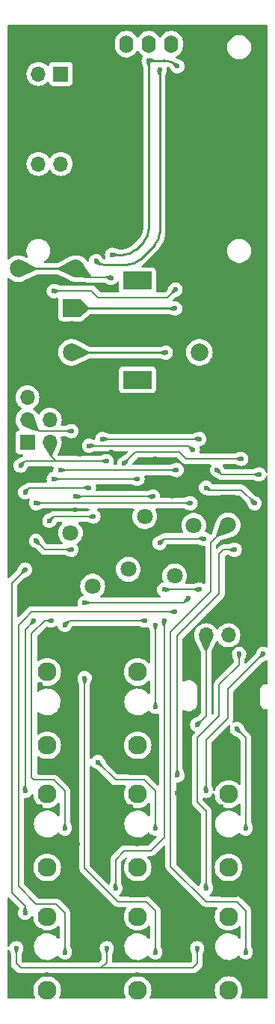
<source format=gtl>
G04 #@! TF.GenerationSoftware,KiCad,Pcbnew,8.0.5*
G04 #@! TF.CreationDate,2024-11-11T16:03:41-05:00*
G04 #@! TF.ProjectId,main,6d61696e-2e6b-4696-9361-645f70636258,rev?*
G04 #@! TF.SameCoordinates,Original*
G04 #@! TF.FileFunction,Copper,L1,Top*
G04 #@! TF.FilePolarity,Positive*
%FSLAX46Y46*%
G04 Gerber Fmt 4.6, Leading zero omitted, Abs format (unit mm)*
G04 Created by KiCad (PCBNEW 8.0.5) date 2024-11-11 16:03:41*
%MOMM*%
%LPD*%
G01*
G04 APERTURE LIST*
G04 #@! TA.AperFunction,ComponentPad*
%ADD10R,1.930000X1.830000*%
G04 #@! TD*
G04 #@! TA.AperFunction,ComponentPad*
%ADD11C,2.130000*%
G04 #@! TD*
G04 #@! TA.AperFunction,ComponentPad*
%ADD12R,1.800000X1.800000*%
G04 #@! TD*
G04 #@! TA.AperFunction,ComponentPad*
%ADD13C,1.800000*%
G04 #@! TD*
G04 #@! TA.AperFunction,ComponentPad*
%ADD14O,1.600000X2.000000*%
G04 #@! TD*
G04 #@! TA.AperFunction,ComponentPad*
%ADD15R,2.000000X2.000000*%
G04 #@! TD*
G04 #@! TA.AperFunction,ComponentPad*
%ADD16C,2.000000*%
G04 #@! TD*
G04 #@! TA.AperFunction,ComponentPad*
%ADD17R,3.200000X2.000000*%
G04 #@! TD*
G04 #@! TA.AperFunction,ComponentPad*
%ADD18R,1.700000X1.700000*%
G04 #@! TD*
G04 #@! TA.AperFunction,ComponentPad*
%ADD19O,1.700000X1.700000*%
G04 #@! TD*
G04 #@! TA.AperFunction,ViaPad*
%ADD20C,0.600000*%
G04 #@! TD*
G04 #@! TA.AperFunction,Conductor*
%ADD21C,0.200000*%
G04 #@! TD*
G04 #@! TA.AperFunction,Conductor*
%ADD22C,0.250000*%
G04 #@! TD*
G04 APERTURE END LIST*
D10*
X35000000Y-116850000D03*
D11*
X35000000Y-128250000D03*
X35000000Y-119950000D03*
D10*
X35000000Y-103000000D03*
D11*
X35000000Y-114400000D03*
X35000000Y-106100000D03*
D12*
X29925000Y-76600000D03*
D13*
X27385000Y-76600000D03*
D12*
X29900000Y-80075000D03*
D13*
X29900000Y-82615000D03*
D12*
X45250000Y-73175000D03*
D13*
X45250000Y-75715000D03*
D14*
X31200000Y-21400000D03*
X33740000Y-21400000D03*
X36280000Y-21400000D03*
X38820000Y-21400000D03*
D10*
X45300000Y-103000000D03*
D11*
X45300000Y-114400000D03*
X45300000Y-106100000D03*
D10*
X24750000Y-103000000D03*
D11*
X24750000Y-114400000D03*
X24750000Y-106100000D03*
D12*
X39200000Y-78925000D03*
D13*
X39200000Y-81465000D03*
D15*
X27500000Y-51200000D03*
D16*
X27500000Y-56200000D03*
X27500000Y-53700000D03*
D17*
X35000000Y-48100000D03*
X35000000Y-59300000D03*
D16*
X42000000Y-56200000D03*
X42000000Y-51200000D03*
D10*
X45300000Y-116850000D03*
D11*
X45300000Y-128250000D03*
X45300000Y-119950000D03*
D10*
X35000000Y-89200000D03*
D11*
X35000000Y-100600000D03*
X35000000Y-92300000D03*
D12*
X33950000Y-78175000D03*
D13*
X33950000Y-80715000D03*
D12*
X33275000Y-74750000D03*
D13*
X35815000Y-74750000D03*
D18*
X47830000Y-88170000D03*
D19*
X45290000Y-88170000D03*
X42750000Y-88170000D03*
D10*
X24750000Y-116850000D03*
D11*
X24750000Y-128250000D03*
X24750000Y-119950000D03*
D12*
X38825000Y-75750000D03*
D13*
X41365000Y-75750000D03*
D10*
X24750000Y-89200000D03*
D11*
X24750000Y-100600000D03*
X24750000Y-92300000D03*
D18*
X22510000Y-66380000D03*
D19*
X25050000Y-66380000D03*
X22510000Y-63840000D03*
X25050000Y-63840000D03*
X22510000Y-61300000D03*
X25050000Y-61300000D03*
D18*
X26300000Y-24760000D03*
D19*
X23760000Y-24760000D03*
X26300000Y-27300000D03*
X23760000Y-27300000D03*
X26300000Y-29840000D03*
X23760000Y-29840000D03*
X26300000Y-32380000D03*
X23760000Y-32380000D03*
X26300000Y-34920000D03*
X23760000Y-34920000D03*
D16*
X28000000Y-42250000D03*
X21500000Y-42250000D03*
X28000000Y-46750000D03*
X21500000Y-46750000D03*
D20*
X47250000Y-110000000D03*
X46250000Y-98750000D03*
X26750000Y-124000000D03*
X39250000Y-85500000D03*
X46750000Y-68250000D03*
X33500000Y-68750000D03*
X39250000Y-51250000D03*
X38200000Y-56250000D03*
X29500000Y-71500000D03*
X22250000Y-119500000D03*
X29500000Y-66750000D03*
X22250000Y-80750000D03*
X41250000Y-67250000D03*
X22250000Y-72000000D03*
X38000000Y-86500000D03*
X38000000Y-83000000D03*
X32500000Y-116750000D03*
X42000000Y-83000000D03*
X42750000Y-116750000D03*
X48250000Y-73250000D03*
X46500000Y-90250000D03*
X42750000Y-71500000D03*
X44000000Y-69500000D03*
X49250000Y-90250000D03*
X48750000Y-70000000D03*
X42750000Y-105750000D03*
X46000000Y-78500000D03*
X39500000Y-104000000D03*
X30000000Y-74750000D03*
X23250000Y-86500000D03*
X22250000Y-105750000D03*
X25000000Y-75250000D03*
X42000000Y-66000000D03*
X31000000Y-66000000D03*
X30500000Y-102500000D03*
X37000000Y-110000000D03*
X39500000Y-23900000D03*
X32100000Y-45200000D03*
X36250000Y-23250000D03*
X37500000Y-24250000D03*
X30300000Y-45900000D03*
X23500000Y-77500000D03*
X27500000Y-78500000D03*
X23500000Y-73250000D03*
X41000000Y-73250000D03*
X36750000Y-72500000D03*
X27500000Y-65100000D03*
X28000000Y-72500000D03*
X26250000Y-69500000D03*
X37000000Y-87000000D03*
X39421573Y-69500000D03*
X37000000Y-96250000D03*
X42500000Y-77250000D03*
X37500000Y-77750000D03*
X32000000Y-47800000D03*
X35000000Y-70500000D03*
X25500000Y-70500000D03*
X26750000Y-87000000D03*
X35815000Y-86500000D03*
X26750000Y-110000000D03*
X25250000Y-86500000D03*
X47250000Y-124000000D03*
X29000000Y-93000000D03*
X40750000Y-84000000D03*
X29000000Y-84500000D03*
X37000000Y-124000000D03*
X39000000Y-72500000D03*
X30750000Y-99000000D03*
X21500000Y-35000000D03*
X29500000Y-65500000D03*
X45500000Y-66500000D03*
X48250000Y-71500000D03*
X49000000Y-54250000D03*
X40000000Y-50200000D03*
X24750000Y-112250000D03*
X31500000Y-127750000D03*
X25500000Y-87750000D03*
X31000000Y-64750000D03*
X48750000Y-123500000D03*
X21250000Y-127750000D03*
X28800000Y-36500000D03*
X25500000Y-90250000D03*
X24750000Y-126500000D03*
X43750000Y-59750000D03*
X28500000Y-67750000D03*
X48750000Y-68500000D03*
X22000000Y-54000000D03*
X24000000Y-93750000D03*
X44500000Y-61500000D03*
X30250000Y-122500000D03*
X24500000Y-74250000D03*
X45250000Y-79750000D03*
X22750000Y-84000000D03*
X40750000Y-89250000D03*
X40500000Y-122500000D03*
X43750000Y-55500000D03*
X49000000Y-61500000D03*
X44000000Y-47500000D03*
X43600000Y-41400000D03*
X24000000Y-121500000D03*
X42250000Y-80750000D03*
X24750000Y-98000000D03*
X32000000Y-67500000D03*
X41250000Y-64500000D03*
X49000000Y-50250000D03*
X39500000Y-63250000D03*
X20750000Y-68000000D03*
X43000000Y-86000000D03*
X26700000Y-48300000D03*
X48500000Y-58900000D03*
X22250000Y-70250000D03*
X30750000Y-89750000D03*
X37250000Y-65000000D03*
X48750000Y-92500000D03*
X30250000Y-108750000D03*
X45250000Y-112000000D03*
X44500000Y-107500000D03*
X30200000Y-42900000D03*
X42250000Y-79000000D03*
X30250000Y-104000000D03*
X39500000Y-106000000D03*
X31900000Y-34800000D03*
X46500000Y-84750000D03*
X42800000Y-45550000D03*
X41750000Y-127750000D03*
X35000000Y-126500000D03*
X28800000Y-34400000D03*
X47750000Y-66750000D03*
X30750000Y-97000000D03*
X23200000Y-37200000D03*
X35000000Y-111750000D03*
X48750000Y-112500000D03*
X31300000Y-24200000D03*
X48500000Y-127750000D03*
X47750000Y-97750000D03*
X43750000Y-52500000D03*
X25350000Y-38550000D03*
X27750000Y-103500000D03*
X37000000Y-68250000D03*
X47400000Y-59800000D03*
X47350000Y-31050000D03*
X22900000Y-54000000D03*
X44750000Y-90250000D03*
X35000000Y-82750000D03*
X26750000Y-84250000D03*
X27200000Y-40050000D03*
X38250000Y-118000000D03*
X24000000Y-107500000D03*
X27500000Y-58100000D03*
X28750000Y-118000000D03*
X21200000Y-59400000D03*
X40750000Y-99500000D03*
X30750000Y-111750000D03*
X41000000Y-111750000D03*
X45000000Y-63500000D03*
X38500000Y-126750000D03*
X28000000Y-74000000D03*
X49000000Y-110250000D03*
X26750000Y-80000000D03*
X28250000Y-127750000D03*
X32500000Y-89250000D03*
X27500000Y-63750000D03*
X40500000Y-108750000D03*
X38900000Y-55100000D03*
X31600000Y-30400000D03*
X23500000Y-79250000D03*
X23000000Y-81750000D03*
X45250000Y-126000000D03*
X34250000Y-107500000D03*
X28250000Y-111750000D03*
X34250000Y-94000000D03*
X31500000Y-68500000D03*
X21250000Y-123500000D03*
X39300000Y-49100000D03*
X41750000Y-123500000D03*
X21750000Y-69000000D03*
X31500000Y-123500000D03*
X41750000Y-98250000D03*
X25500000Y-49300000D03*
D21*
X46250000Y-98750000D02*
X47250000Y-99750000D01*
X47250000Y-99750000D02*
X47250000Y-110000000D01*
X22250000Y-86250000D02*
X21500000Y-87000000D01*
X21500000Y-87000000D02*
X21500000Y-116500000D01*
X23500000Y-118500000D02*
X25750000Y-118500000D01*
X26750000Y-119500000D02*
X26750000Y-124000000D01*
X23000000Y-85500000D02*
X39250000Y-85500000D01*
X22250000Y-86250000D02*
X23000000Y-85500000D01*
X25750000Y-118500000D02*
X26750000Y-119500000D01*
X21500000Y-116500000D02*
X23500000Y-118500000D01*
X39750000Y-67500000D02*
X40500000Y-68250000D01*
X34750000Y-67500000D02*
X39750000Y-67500000D01*
X40500000Y-68250000D02*
X46750000Y-68250000D01*
X33500000Y-68750000D02*
X34750000Y-67500000D01*
D22*
X39250000Y-51250000D02*
X27550000Y-51250000D01*
X38200000Y-56250000D02*
X27550000Y-56250000D01*
X27550000Y-56250000D02*
X27500000Y-56200000D01*
D21*
X22250000Y-72000000D02*
X22750000Y-71500000D01*
X40750000Y-66750000D02*
X29500000Y-66750000D01*
X22250000Y-118750000D02*
X22250000Y-119500000D01*
X41250000Y-67250000D02*
X40750000Y-66750000D01*
X22750000Y-71500000D02*
X29500000Y-71500000D01*
X20750000Y-82250000D02*
X20750000Y-117250000D01*
X22250000Y-80750000D02*
X20750000Y-82250000D01*
X20750000Y-117250000D02*
X22250000Y-118750000D01*
X36500000Y-112500000D02*
X33500000Y-112500000D01*
X38000000Y-111000000D02*
X36500000Y-112500000D01*
X32500000Y-113500000D02*
X32500000Y-116750000D01*
X42000000Y-83000000D02*
X38000000Y-83000000D01*
X38000000Y-86500000D02*
X38000000Y-111000000D01*
X33500000Y-112500000D02*
X32500000Y-113500000D01*
X42750000Y-71500000D02*
X43000000Y-71750000D01*
X43000000Y-71750000D02*
X46750000Y-71750000D01*
X41750000Y-107000000D02*
X42750000Y-108000000D01*
X46750000Y-71750000D02*
X48250000Y-73250000D01*
X46500000Y-90250000D02*
X46500000Y-91500000D01*
X41750000Y-99750000D02*
X41750000Y-107000000D01*
X44250000Y-93750000D02*
X44250000Y-97250000D01*
X44250000Y-97250000D02*
X41750000Y-99750000D01*
X46500000Y-91500000D02*
X44250000Y-93750000D01*
X42750000Y-108000000D02*
X42750000Y-116750000D01*
X45250000Y-94250000D02*
X49250000Y-90250000D01*
X48750000Y-70000000D02*
X44500000Y-70000000D01*
X45250000Y-97500000D02*
X45250000Y-94250000D01*
X44500000Y-70000000D02*
X44000000Y-69500000D01*
X42750000Y-105750000D02*
X42750000Y-100000000D01*
X42750000Y-100000000D02*
X45250000Y-97500000D01*
X44250000Y-79000000D02*
X44750000Y-78500000D01*
X39500000Y-104000000D02*
X39500000Y-88250000D01*
X44750000Y-78500000D02*
X46000000Y-78500000D01*
X39500000Y-88250000D02*
X44250000Y-83500000D01*
X44250000Y-83500000D02*
X44250000Y-79000000D01*
X25000000Y-75250000D02*
X25500000Y-74750000D01*
X31000000Y-66000000D02*
X42000000Y-66000000D01*
X23250000Y-86500000D02*
X22250000Y-87500000D01*
X22250000Y-87500000D02*
X22250000Y-105750000D01*
X25500000Y-74750000D02*
X30000000Y-74750000D01*
X30500000Y-102500000D02*
X32500000Y-104500000D01*
X32500000Y-104500000D02*
X35750000Y-104500000D01*
X35750000Y-104500000D02*
X37000000Y-105750000D01*
X37000000Y-105750000D02*
X37000000Y-110000000D01*
D22*
X32100000Y-45200000D02*
X33371573Y-45200000D01*
X34785787Y-44614213D02*
X35664214Y-43735786D01*
X36250000Y-42321573D02*
X36250000Y-23250000D01*
X38021573Y-23250000D02*
X36250000Y-23250000D01*
X39500000Y-23900000D02*
X39435786Y-23835786D01*
X33371573Y-45200000D02*
G75*
G03*
X34785801Y-44614227I27J2000000D01*
G01*
X38021573Y-23250000D02*
G75*
G02*
X39435800Y-23835772I27J-2000000D01*
G01*
X35664214Y-43735786D02*
G75*
G03*
X36249981Y-42321573I-1414214J1414186D01*
G01*
X37500000Y-42671573D02*
X37500000Y-24250000D01*
X35285787Y-45714213D02*
X36914214Y-44085786D01*
X31114214Y-46300000D02*
X33871573Y-46300000D01*
X30300000Y-45900000D02*
X30407107Y-46007107D01*
X31114214Y-46300000D02*
G75*
G02*
X30407100Y-46007114I-14J1000000D01*
G01*
X37500000Y-42671573D02*
G75*
G02*
X36914228Y-44085800I-2000000J-27D01*
G01*
X35285787Y-45714213D02*
G75*
G02*
X33871573Y-46299981I-1414187J1414213D01*
G01*
D21*
X23500000Y-73250000D02*
X41000000Y-73250000D01*
X24500000Y-78500000D02*
X27500000Y-78500000D01*
X23500000Y-77500000D02*
X24500000Y-78500000D01*
X23770000Y-65100000D02*
X22510000Y-63840000D01*
X28000000Y-72500000D02*
X36750000Y-72500000D01*
X27500000Y-65100000D02*
X23770000Y-65100000D01*
X38000000Y-77250000D02*
X37500000Y-77750000D01*
X26250000Y-69500000D02*
X39421573Y-69500000D01*
X37000000Y-96250000D02*
X37000000Y-87000000D01*
X42500000Y-77250000D02*
X38000000Y-77250000D01*
D22*
X21500000Y-46750000D02*
X28000000Y-46750000D01*
D21*
X28364213Y-47114213D02*
X28000000Y-46750000D01*
X31900000Y-47700000D02*
X29778427Y-47700000D01*
X32000000Y-47800000D02*
X31900000Y-47700000D01*
X28364213Y-47114213D02*
G75*
G03*
X29778427Y-47699981I1414187J1414213D01*
G01*
X25500000Y-70500000D02*
X35000000Y-70500000D01*
X35815000Y-86500000D02*
X27250000Y-86500000D01*
X27250000Y-86500000D02*
X26750000Y-87000000D01*
X23250000Y-104500000D02*
X25500000Y-104500000D01*
X25250000Y-86500000D02*
X24500000Y-86500000D01*
X23000000Y-104250000D02*
X23250000Y-104500000D01*
X24500000Y-86500000D02*
X23000000Y-88000000D01*
X26750000Y-105750000D02*
X26750000Y-110000000D01*
X23000000Y-88000000D02*
X23000000Y-104250000D01*
X25500000Y-104500000D02*
X26750000Y-105750000D01*
X45250000Y-75715000D02*
X43250000Y-77715000D01*
X46250000Y-118250000D02*
X47250000Y-119250000D01*
X47250000Y-119250000D02*
X47250000Y-124000000D01*
X42750000Y-118250000D02*
X46250000Y-118250000D01*
X43250000Y-83250000D02*
X38750000Y-87750000D01*
X43250000Y-77715000D02*
X43250000Y-83250000D01*
X38750000Y-114250000D02*
X42750000Y-118250000D01*
X38750000Y-87750000D02*
X38750000Y-114250000D01*
X29000000Y-114500000D02*
X32750000Y-118250000D01*
X29000000Y-93000000D02*
X29000000Y-114500000D01*
X40750000Y-84000000D02*
X40250000Y-84500000D01*
X37000000Y-119250000D02*
X37000000Y-124000000D01*
X40250000Y-84500000D02*
X29000000Y-84500000D01*
X32750000Y-118250000D02*
X36000000Y-118250000D01*
X36000000Y-118250000D02*
X37000000Y-119250000D01*
X41250000Y-64500000D02*
X40000000Y-63250000D01*
X40000000Y-63250000D02*
X39500000Y-63250000D01*
X41250000Y-125750000D02*
X41750000Y-125250000D01*
X30750000Y-125750000D02*
X30875000Y-125750000D01*
X25550000Y-49250000D02*
X29750000Y-49250000D01*
X25050000Y-67800000D02*
X25750000Y-68500000D01*
X30500000Y-50000000D02*
X38400000Y-50000000D01*
X41750000Y-98250000D02*
X42750000Y-97250000D01*
X29750000Y-49250000D02*
X30500000Y-50000000D01*
X21750000Y-125750000D02*
X41250000Y-125750000D01*
X30875000Y-125750000D02*
X31500000Y-125125000D01*
X25500000Y-49300000D02*
X25607107Y-49192893D01*
X31500000Y-125125000D02*
X31500000Y-123500000D01*
X41750000Y-125250000D02*
X41750000Y-123500000D01*
X21750000Y-69000000D02*
X22250000Y-68500000D01*
X25000000Y-68500000D02*
X31500000Y-68500000D01*
X21250000Y-123500000D02*
X21250000Y-125250000D01*
X25500000Y-49300000D02*
X25550000Y-49250000D01*
X22250000Y-68500000D02*
X25000000Y-68500000D01*
X25050000Y-66380000D02*
X25050000Y-67800000D01*
X21250000Y-125250000D02*
X21750000Y-125750000D01*
X38400000Y-50000000D02*
X39300000Y-49100000D01*
X42750000Y-97250000D02*
X42750000Y-88170000D01*
G04 #@! TA.AperFunction,Conductor*
G36*
X42016851Y-123610496D02*
G01*
X42023163Y-123616848D01*
X42023330Y-123625305D01*
X41852807Y-124092313D01*
X41846751Y-124098909D01*
X41841817Y-124100000D01*
X41658183Y-124100000D01*
X41649910Y-124096573D01*
X41647193Y-124092313D01*
X41476669Y-123625302D01*
X41477050Y-123616358D01*
X41483147Y-123610496D01*
X41745490Y-123500883D01*
X41754444Y-123500857D01*
X42016851Y-123610496D01*
G37*
G04 #@! TD.AperFunction*
G04 #@! TA.AperFunction,Conductor*
G36*
X26850090Y-123403427D02*
G01*
X26852807Y-123407687D01*
X27023330Y-123874694D01*
X27022949Y-123883641D01*
X27016851Y-123889503D01*
X26754511Y-123999115D01*
X26745556Y-123999142D01*
X26745489Y-123999115D01*
X26483148Y-123889503D01*
X26476836Y-123883151D01*
X26476669Y-123874697D01*
X26647193Y-123407686D01*
X26653249Y-123401091D01*
X26658183Y-123400000D01*
X26841817Y-123400000D01*
X26850090Y-123403427D01*
G37*
G04 #@! TD.AperFunction*
G04 #@! TA.AperFunction,Conductor*
G36*
X42850090Y-116153427D02*
G01*
X42852807Y-116157687D01*
X43023330Y-116624694D01*
X43022949Y-116633641D01*
X43016851Y-116639503D01*
X42754511Y-116749115D01*
X42745556Y-116749142D01*
X42745489Y-116749115D01*
X42483148Y-116639503D01*
X42476836Y-116633151D01*
X42476669Y-116624697D01*
X42647193Y-116157686D01*
X42653249Y-116151091D01*
X42658183Y-116150000D01*
X42841817Y-116150000D01*
X42850090Y-116153427D01*
G37*
G04 #@! TD.AperFunction*
G04 #@! TA.AperFunction,Conductor*
G36*
X42383641Y-76977050D02*
G01*
X42389503Y-76983148D01*
X42499115Y-77245489D01*
X42499142Y-77254444D01*
X42499115Y-77254511D01*
X42389503Y-77516851D01*
X42383151Y-77523163D01*
X42374694Y-77523329D01*
X42240947Y-77474493D01*
X41907687Y-77352806D01*
X41901091Y-77346750D01*
X41900000Y-77341816D01*
X41900000Y-77158183D01*
X41903427Y-77149910D01*
X41907687Y-77147193D01*
X42374697Y-76976669D01*
X42383641Y-76977050D01*
G37*
G04 #@! TD.AperFunction*
G04 #@! TA.AperFunction,Conductor*
G36*
X31995093Y-47504323D02*
G01*
X31999876Y-47511893D01*
X32000046Y-47513842D01*
X32000992Y-47797632D01*
X32000088Y-47802182D01*
X31890393Y-48064721D01*
X31884041Y-48071033D01*
X31875086Y-48071006D01*
X31873609Y-48070262D01*
X31425603Y-47803402D01*
X31420249Y-47796224D01*
X31419891Y-47793350D01*
X31419891Y-47609855D01*
X31423318Y-47601582D01*
X31429600Y-47598326D01*
X31986359Y-47502351D01*
X31995093Y-47504323D01*
G37*
G04 #@! TD.AperFunction*
G04 #@! TA.AperFunction,Conductor*
G36*
X23292669Y-63519511D02*
G01*
X23298994Y-63525850D01*
X23299275Y-63526603D01*
X23666337Y-64623400D01*
X23780494Y-64964504D01*
X23779870Y-64973437D01*
X23777672Y-64976490D01*
X23646490Y-65107672D01*
X23638217Y-65111099D01*
X23634504Y-65110494D01*
X23224972Y-64973437D01*
X22970235Y-64888184D01*
X22196603Y-64629275D01*
X22189845Y-64623400D01*
X22189221Y-64614467D01*
X22189497Y-64613726D01*
X22507438Y-63843783D01*
X22513759Y-63837448D01*
X23283715Y-63519502D01*
X23292669Y-63519511D01*
G37*
G04 #@! TD.AperFunction*
G04 #@! TA.AperFunction,Conductor*
G36*
X22350090Y-105153427D02*
G01*
X22352807Y-105157687D01*
X22523330Y-105624694D01*
X22522949Y-105633641D01*
X22516851Y-105639503D01*
X22254511Y-105749115D01*
X22245556Y-105749142D01*
X22245489Y-105749115D01*
X21983148Y-105639503D01*
X21976836Y-105633151D01*
X21976669Y-105624697D01*
X22147193Y-105157686D01*
X22153249Y-105151091D01*
X22158183Y-105150000D01*
X22341817Y-105150000D01*
X22350090Y-105153427D01*
G37*
G04 #@! TD.AperFunction*
G04 #@! TA.AperFunction,Conductor*
G36*
X40141421Y-63250000D02*
G01*
X40000000Y-63391421D01*
X39614805Y-63527164D01*
X39499293Y-63249293D01*
X39614805Y-62972836D01*
X40141421Y-63250000D01*
G37*
G04 #@! TD.AperFunction*
G04 #@! TA.AperFunction,Conductor*
G36*
X47903864Y-72758475D02*
G01*
X48354671Y-72968123D01*
X48360726Y-72974718D01*
X48360559Y-72983175D01*
X48252563Y-73246184D01*
X48246251Y-73252536D01*
X48246184Y-73252563D01*
X47983175Y-73360559D01*
X47974220Y-73360532D01*
X47968123Y-73354671D01*
X47758475Y-72903865D01*
X47758095Y-72894920D01*
X47760810Y-72890662D01*
X47890661Y-72760811D01*
X47898933Y-72757385D01*
X47903864Y-72758475D01*
G37*
G04 #@! TD.AperFunction*
G04 #@! TA.AperFunction,Conductor*
G36*
X30518904Y-45697634D02*
G01*
X30520132Y-45699090D01*
X30819678Y-46119280D01*
X30821690Y-46128006D01*
X30820960Y-46130549D01*
X30731927Y-46345501D01*
X30725596Y-46351833D01*
X30717464Y-46352139D01*
X30197137Y-46181089D01*
X30190348Y-46175250D01*
X30189676Y-46166320D01*
X30189967Y-46165533D01*
X30298179Y-45901805D01*
X30300750Y-45897954D01*
X30502357Y-45697582D01*
X30510641Y-45694182D01*
X30518904Y-45697634D01*
G37*
G04 #@! TD.AperFunction*
G04 #@! TA.AperFunction,Conductor*
G36*
X31592313Y-65897193D02*
G01*
X31598909Y-65903249D01*
X31600000Y-65908183D01*
X31600000Y-66091816D01*
X31596573Y-66100089D01*
X31592313Y-66102806D01*
X31125305Y-66273330D01*
X31116358Y-66272949D01*
X31110496Y-66266851D01*
X31000883Y-66004509D01*
X31000857Y-65995556D01*
X31000862Y-65995542D01*
X31110496Y-65733147D01*
X31116848Y-65726836D01*
X31125302Y-65726669D01*
X31592313Y-65897193D01*
G37*
G04 #@! TD.AperFunction*
G04 #@! TA.AperFunction,Conductor*
G36*
X36517318Y-23360691D02*
G01*
X36523629Y-23367042D01*
X36523970Y-23374987D01*
X36377571Y-23841801D01*
X36371825Y-23848670D01*
X36366407Y-23850000D01*
X36133593Y-23850000D01*
X36125320Y-23846573D01*
X36122429Y-23841801D01*
X35976029Y-23374987D01*
X35976823Y-23366068D01*
X35982679Y-23360692D01*
X36245490Y-23250883D01*
X36254444Y-23250857D01*
X36517318Y-23360691D01*
G37*
G04 #@! TD.AperFunction*
G04 #@! TA.AperFunction,Conductor*
G36*
X37859339Y-77260812D02*
G01*
X37989187Y-77390660D01*
X37992614Y-77398933D01*
X37991523Y-77403867D01*
X37781877Y-77854670D01*
X37775281Y-77860726D01*
X37766824Y-77860559D01*
X37503815Y-77752563D01*
X37497463Y-77746251D01*
X37497436Y-77746184D01*
X37389440Y-77483175D01*
X37389467Y-77474220D01*
X37395326Y-77468124D01*
X37846134Y-77258475D01*
X37855079Y-77258095D01*
X37859339Y-77260812D01*
G37*
G04 #@! TD.AperFunction*
G04 #@! TA.AperFunction,Conductor*
G36*
X38266851Y-86610496D02*
G01*
X38273163Y-86616848D01*
X38273330Y-86625305D01*
X38102807Y-87092313D01*
X38096751Y-87098909D01*
X38091817Y-87100000D01*
X37908183Y-87100000D01*
X37899910Y-87096573D01*
X37897193Y-87092313D01*
X37726669Y-86625302D01*
X37727050Y-86616358D01*
X37733147Y-86610496D01*
X37995490Y-86500883D01*
X38004444Y-86500857D01*
X38266851Y-86610496D01*
G37*
G04 #@! TD.AperFunction*
G04 #@! TA.AperFunction,Conductor*
G36*
X22983174Y-86389439D02*
G01*
X23146804Y-86456629D01*
X23246184Y-86497436D01*
X23252536Y-86503748D01*
X23252563Y-86503815D01*
X23360559Y-86766824D01*
X23360532Y-86775779D01*
X23354670Y-86781877D01*
X22903867Y-86991523D01*
X22894920Y-86991904D01*
X22890660Y-86989187D01*
X22760812Y-86859339D01*
X22757385Y-86851066D01*
X22758474Y-86846136D01*
X22968124Y-86395327D01*
X22974718Y-86389273D01*
X22983174Y-86389439D01*
G37*
G04 #@! TD.AperFunction*
G04 #@! TA.AperFunction,Conductor*
G36*
X36633641Y-72227050D02*
G01*
X36639503Y-72233148D01*
X36749115Y-72495489D01*
X36749142Y-72504444D01*
X36749115Y-72504511D01*
X36639503Y-72766851D01*
X36633151Y-72773163D01*
X36624694Y-72773329D01*
X36490947Y-72724493D01*
X36157687Y-72602806D01*
X36151091Y-72596750D01*
X36150000Y-72591816D01*
X36150000Y-72408183D01*
X36153427Y-72399910D01*
X36157687Y-72397193D01*
X36624697Y-72226669D01*
X36633641Y-72227050D01*
G37*
G04 #@! TD.AperFunction*
G04 #@! TA.AperFunction,Conductor*
G36*
X21516851Y-123610496D02*
G01*
X21523163Y-123616848D01*
X21523330Y-123625305D01*
X21352807Y-124092313D01*
X21346751Y-124098909D01*
X21341817Y-124100000D01*
X21158183Y-124100000D01*
X21149910Y-124096573D01*
X21147193Y-124092313D01*
X20976669Y-123625302D01*
X20977050Y-123616358D01*
X20983147Y-123610496D01*
X21245490Y-123500883D01*
X21254444Y-123500857D01*
X21516851Y-123610496D01*
G37*
G04 #@! TD.AperFunction*
G04 #@! TA.AperFunction,Conductor*
G36*
X22350090Y-118903427D02*
G01*
X22352807Y-118907687D01*
X22523330Y-119374694D01*
X22522949Y-119383641D01*
X22516851Y-119389503D01*
X22254511Y-119499115D01*
X22245556Y-119499142D01*
X22245489Y-119499115D01*
X21983148Y-119389503D01*
X21976836Y-119383151D01*
X21976669Y-119374697D01*
X22147193Y-118907686D01*
X22153249Y-118901091D01*
X22158183Y-118900000D01*
X22341817Y-118900000D01*
X22350090Y-118903427D01*
G37*
G04 #@! TD.AperFunction*
G04 #@! TA.AperFunction,Conductor*
G36*
X44430114Y-75375378D02*
G01*
X45246214Y-75712437D01*
X45252553Y-75718763D01*
X45252562Y-75718785D01*
X45589615Y-76534870D01*
X45589606Y-76543824D01*
X45583267Y-76550150D01*
X45582478Y-76550443D01*
X44054767Y-77056234D01*
X44045836Y-77055581D01*
X44042817Y-77053400D01*
X43911599Y-76922182D01*
X43908172Y-76913909D01*
X43908764Y-76910235D01*
X44414556Y-75382520D01*
X44420409Y-75375744D01*
X44429340Y-75375091D01*
X44430114Y-75375378D01*
G37*
G04 #@! TD.AperFunction*
G04 #@! TA.AperFunction,Conductor*
G36*
X25133641Y-86227050D02*
G01*
X25139503Y-86233148D01*
X25249115Y-86495489D01*
X25249142Y-86504444D01*
X25249115Y-86504511D01*
X25139503Y-86766851D01*
X25133151Y-86773163D01*
X25124694Y-86773329D01*
X24990947Y-86724493D01*
X24657687Y-86602806D01*
X24651091Y-86596750D01*
X24650000Y-86591816D01*
X24650000Y-86408183D01*
X24653427Y-86399910D01*
X24657687Y-86397193D01*
X25124697Y-86226669D01*
X25133641Y-86227050D01*
G37*
G04 #@! TD.AperFunction*
G04 #@! TA.AperFunction,Conductor*
G36*
X39133931Y-50976823D02*
G01*
X39139309Y-50982682D01*
X39249115Y-51245489D01*
X39249142Y-51254444D01*
X39249115Y-51254511D01*
X39139309Y-51517317D01*
X39132957Y-51523629D01*
X39125012Y-51523970D01*
X38658199Y-51377571D01*
X38651330Y-51371825D01*
X38650000Y-51366407D01*
X38650000Y-51133592D01*
X38653427Y-51125319D01*
X38658196Y-51122429D01*
X39125013Y-50976029D01*
X39133931Y-50976823D01*
G37*
G04 #@! TD.AperFunction*
G04 #@! TA.AperFunction,Conductor*
G36*
X21893185Y-45831335D02*
G01*
X21893860Y-45831641D01*
X23493482Y-46621780D01*
X23499382Y-46628516D01*
X23500000Y-46632270D01*
X23500000Y-46867729D01*
X23496573Y-46876002D01*
X23493482Y-46878219D01*
X21893880Y-47668349D01*
X21884944Y-47668941D01*
X21878208Y-47663041D01*
X21877893Y-47662346D01*
X21864594Y-47630323D01*
X21500862Y-46754485D01*
X21500854Y-46745535D01*
X21877893Y-45837652D01*
X21884231Y-45831326D01*
X21893185Y-45831335D01*
G37*
G04 #@! TD.AperFunction*
G04 #@! TA.AperFunction,Conductor*
G36*
X28923846Y-46371039D02*
G01*
X28929177Y-46375476D01*
X29721680Y-47596184D01*
X29723566Y-47602730D01*
X29720812Y-47787289D01*
X29717262Y-47795510D01*
X29708938Y-47798813D01*
X29708779Y-47798809D01*
X28011354Y-47750324D01*
X28003182Y-47746663D01*
X27999988Y-47738642D01*
X27999008Y-46757813D01*
X28002427Y-46749538D01*
X28006231Y-46746994D01*
X28914891Y-46371036D01*
X28923846Y-46371039D01*
G37*
G04 #@! TD.AperFunction*
G04 #@! TA.AperFunction,Conductor*
G36*
X27893053Y-55281653D02*
G01*
X27894020Y-55282107D01*
X29483818Y-56121707D01*
X29489533Y-56128600D01*
X29490054Y-56132052D01*
X29490054Y-56367544D01*
X29486627Y-56375817D01*
X29483295Y-56378149D01*
X27893747Y-57118725D01*
X27884801Y-57119113D01*
X27878201Y-57113061D01*
X27878001Y-57112607D01*
X27572016Y-56375817D01*
X27500862Y-56204485D01*
X27500854Y-56195535D01*
X27877761Y-55287970D01*
X27884099Y-55281644D01*
X27893053Y-55281653D01*
G37*
G04 #@! TD.AperFunction*
G04 #@! TA.AperFunction,Conductor*
G36*
X32691802Y-45072429D02*
G01*
X32698670Y-45078174D01*
X32700000Y-45083592D01*
X32700000Y-45316407D01*
X32696573Y-45324680D01*
X32691801Y-45327571D01*
X32224987Y-45473970D01*
X32216068Y-45473176D01*
X32210691Y-45467318D01*
X32100883Y-45204509D01*
X32100857Y-45195556D01*
X32100862Y-45195542D01*
X32210691Y-44932680D01*
X32217042Y-44926370D01*
X32224986Y-44926029D01*
X32691802Y-45072429D01*
G37*
G04 #@! TD.AperFunction*
G04 #@! TA.AperFunction,Conductor*
G36*
X41883641Y-65727050D02*
G01*
X41889503Y-65733148D01*
X41999115Y-65995489D01*
X41999142Y-66004444D01*
X41999115Y-66004511D01*
X41889503Y-66266851D01*
X41883151Y-66273163D01*
X41874694Y-66273329D01*
X41740947Y-66224493D01*
X41407687Y-66102806D01*
X41401091Y-66096750D01*
X41400000Y-66091816D01*
X41400000Y-65908183D01*
X41403427Y-65899910D01*
X41407687Y-65897193D01*
X41874697Y-65726669D01*
X41883641Y-65727050D01*
G37*
G04 #@! TD.AperFunction*
G04 #@! TA.AperFunction,Conductor*
G36*
X46525779Y-98639467D02*
G01*
X46531877Y-98645329D01*
X46741523Y-99096132D01*
X46741904Y-99105079D01*
X46739187Y-99109339D01*
X46609339Y-99239187D01*
X46601066Y-99242614D01*
X46596132Y-99241523D01*
X46302736Y-99105079D01*
X46145328Y-99031876D01*
X46139273Y-99025281D01*
X46139439Y-99016825D01*
X46247436Y-98753814D01*
X46253746Y-98747464D01*
X46516825Y-98639440D01*
X46525779Y-98639467D01*
G37*
G04 #@! TD.AperFunction*
G04 #@! TA.AperFunction,Conductor*
G36*
X44275779Y-69389467D02*
G01*
X44281877Y-69395329D01*
X44491523Y-69846132D01*
X44491904Y-69855079D01*
X44489187Y-69859339D01*
X44359339Y-69989187D01*
X44351066Y-69992614D01*
X44346132Y-69991523D01*
X44052736Y-69855079D01*
X43895328Y-69781876D01*
X43889273Y-69775281D01*
X43889439Y-69766825D01*
X43997436Y-69503814D01*
X44003746Y-69497464D01*
X44266825Y-69389440D01*
X44275779Y-69389467D01*
G37*
G04 #@! TD.AperFunction*
G04 #@! TA.AperFunction,Conductor*
G36*
X47350090Y-123403427D02*
G01*
X47352807Y-123407687D01*
X47523330Y-123874694D01*
X47522949Y-123883641D01*
X47516851Y-123889503D01*
X47254511Y-123999115D01*
X47245556Y-123999142D01*
X47245489Y-123999115D01*
X46983148Y-123889503D01*
X46976836Y-123883151D01*
X46976669Y-123874697D01*
X47147193Y-123407686D01*
X47153249Y-123401091D01*
X47158183Y-123400000D01*
X47341817Y-123400000D01*
X47350090Y-123403427D01*
G37*
G04 #@! TD.AperFunction*
G04 #@! TA.AperFunction,Conductor*
G36*
X26081379Y-49147678D02*
G01*
X26088484Y-49153126D01*
X26090054Y-49158980D01*
X26090054Y-49342624D01*
X26086627Y-49350897D01*
X26083400Y-49353180D01*
X25625904Y-49571858D01*
X25616962Y-49572334D01*
X25610302Y-49566348D01*
X25610062Y-49565813D01*
X25500883Y-49304509D01*
X25500857Y-49295556D01*
X25500862Y-49295542D01*
X25610863Y-49032269D01*
X25617215Y-49025958D01*
X25624683Y-49025479D01*
X26081379Y-49147678D01*
G37*
G04 #@! TD.AperFunction*
G04 #@! TA.AperFunction,Conductor*
G36*
X27621791Y-45836958D02*
G01*
X27622106Y-45837653D01*
X27999136Y-46745513D01*
X27999145Y-46754467D01*
X27999136Y-46754487D01*
X27622106Y-47662346D01*
X27615768Y-47668673D01*
X27606814Y-47668664D01*
X27606126Y-47668352D01*
X27073138Y-47405080D01*
X26006518Y-46878219D01*
X26000618Y-46871483D01*
X26000000Y-46867729D01*
X26000000Y-46632270D01*
X26003427Y-46623997D01*
X26006516Y-46621781D01*
X27606122Y-45831649D01*
X27615055Y-45831058D01*
X27621791Y-45836958D01*
G37*
G04 #@! TD.AperFunction*
G04 #@! TA.AperFunction,Conductor*
G36*
X25359339Y-74760812D02*
G01*
X25489187Y-74890660D01*
X25492614Y-74898933D01*
X25491523Y-74903867D01*
X25281877Y-75354670D01*
X25275281Y-75360726D01*
X25266824Y-75360559D01*
X25003815Y-75252563D01*
X24997463Y-75246251D01*
X24997436Y-75246184D01*
X24889440Y-74983175D01*
X24889467Y-74974220D01*
X24895326Y-74968124D01*
X25346134Y-74758475D01*
X25355079Y-74758095D01*
X25359339Y-74760812D01*
G37*
G04 #@! TD.AperFunction*
G04 #@! TA.AperFunction,Conductor*
G36*
X21983174Y-80639439D02*
G01*
X22146804Y-80706629D01*
X22246184Y-80747436D01*
X22252536Y-80753748D01*
X22252563Y-80753815D01*
X22360559Y-81016824D01*
X22360532Y-81025779D01*
X22354670Y-81031877D01*
X21903867Y-81241523D01*
X21894920Y-81241904D01*
X21890660Y-81239187D01*
X21760812Y-81109339D01*
X21757385Y-81101066D01*
X21758474Y-81096136D01*
X21968124Y-80645327D01*
X21974718Y-80639273D01*
X21983174Y-80639439D01*
G37*
G04 #@! TD.AperFunction*
G04 #@! TA.AperFunction,Conductor*
G36*
X45883641Y-78227050D02*
G01*
X45889503Y-78233148D01*
X45999115Y-78495489D01*
X45999142Y-78504444D01*
X45999115Y-78504511D01*
X45889503Y-78766851D01*
X45883151Y-78773163D01*
X45874694Y-78773329D01*
X45740947Y-78724493D01*
X45407687Y-78602806D01*
X45401091Y-78596750D01*
X45400000Y-78591816D01*
X45400000Y-78408183D01*
X45403427Y-78399910D01*
X45407687Y-78397193D01*
X45874697Y-78226669D01*
X45883641Y-78227050D01*
G37*
G04 #@! TD.AperFunction*
G04 #@! TA.AperFunction,Conductor*
G36*
X28592313Y-72397193D02*
G01*
X28598909Y-72403249D01*
X28600000Y-72408183D01*
X28600000Y-72591816D01*
X28596573Y-72600089D01*
X28592313Y-72602806D01*
X28125305Y-72773330D01*
X28116358Y-72772949D01*
X28110496Y-72766851D01*
X28000883Y-72504509D01*
X28000857Y-72495556D01*
X28000862Y-72495542D01*
X28110496Y-72233147D01*
X28116848Y-72226836D01*
X28125302Y-72226669D01*
X28592313Y-72397193D01*
G37*
G04 #@! TD.AperFunction*
G04 #@! TA.AperFunction,Conductor*
G36*
X29592313Y-84397193D02*
G01*
X29598909Y-84403249D01*
X29600000Y-84408183D01*
X29600000Y-84591816D01*
X29596573Y-84600089D01*
X29592313Y-84602806D01*
X29125305Y-84773330D01*
X29116358Y-84772949D01*
X29110496Y-84766851D01*
X29000883Y-84504509D01*
X29000857Y-84495556D01*
X29000862Y-84495542D01*
X29110496Y-84233147D01*
X29116848Y-84226836D01*
X29125302Y-84226669D01*
X29592313Y-84397193D01*
G37*
G04 #@! TD.AperFunction*
G04 #@! TA.AperFunction,Conductor*
G36*
X42969350Y-71297191D02*
G01*
X42970255Y-71298214D01*
X43243950Y-71646819D01*
X43246447Y-71654044D01*
X43246447Y-71837062D01*
X43243020Y-71845335D01*
X43234747Y-71848762D01*
X43233575Y-71848703D01*
X42760492Y-71801056D01*
X42752603Y-71796817D01*
X42749964Y-71789456D01*
X42749016Y-71504884D01*
X42752414Y-71496601D01*
X42952805Y-71297151D01*
X42961085Y-71293745D01*
X42969350Y-71297191D01*
G37*
G04 #@! TD.AperFunction*
G04 #@! TA.AperFunction,Conductor*
G36*
X46766851Y-90360496D02*
G01*
X46773163Y-90366848D01*
X46773330Y-90375305D01*
X46602807Y-90842313D01*
X46596751Y-90848909D01*
X46591817Y-90850000D01*
X46408183Y-90850000D01*
X46399910Y-90846573D01*
X46397193Y-90842313D01*
X46226669Y-90375302D01*
X46227050Y-90366358D01*
X46233147Y-90360496D01*
X46495490Y-90250883D01*
X46504444Y-90250857D01*
X46766851Y-90360496D01*
G37*
G04 #@! TD.AperFunction*
G04 #@! TA.AperFunction,Conductor*
G36*
X31766851Y-123610496D02*
G01*
X31773163Y-123616848D01*
X31773330Y-123625305D01*
X31602807Y-124092313D01*
X31596751Y-124098909D01*
X31591817Y-124100000D01*
X31408183Y-124100000D01*
X31399910Y-124096573D01*
X31397193Y-124092313D01*
X31226669Y-123625302D01*
X31227050Y-123616358D01*
X31233147Y-123610496D01*
X31495490Y-123500883D01*
X31504444Y-123500857D01*
X31766851Y-123610496D01*
G37*
G04 #@! TD.AperFunction*
G04 #@! TA.AperFunction,Conductor*
G36*
X39033174Y-48989439D02*
G01*
X39196804Y-49056629D01*
X39296184Y-49097436D01*
X39302536Y-49103748D01*
X39302563Y-49103815D01*
X39410559Y-49366824D01*
X39410532Y-49375779D01*
X39404670Y-49381877D01*
X38953867Y-49591523D01*
X38944920Y-49591904D01*
X38940660Y-49589187D01*
X38810812Y-49459339D01*
X38807385Y-49451066D01*
X38808474Y-49446136D01*
X39018124Y-48995327D01*
X39024718Y-48989273D01*
X39033174Y-48989439D01*
G37*
G04 #@! TD.AperFunction*
G04 #@! TA.AperFunction,Conductor*
G36*
X40903864Y-66758475D02*
G01*
X41354671Y-66968123D01*
X41360726Y-66974718D01*
X41360559Y-66983175D01*
X41252563Y-67246184D01*
X41246251Y-67252536D01*
X41246184Y-67252563D01*
X40983175Y-67360559D01*
X40974220Y-67360532D01*
X40968123Y-67354671D01*
X40758475Y-66903865D01*
X40758095Y-66894920D01*
X40760810Y-66890662D01*
X40890661Y-66760811D01*
X40898933Y-66757385D01*
X40903864Y-66758475D01*
G37*
G04 #@! TD.AperFunction*
G04 #@! TA.AperFunction,Conductor*
G36*
X37100090Y-123403427D02*
G01*
X37102807Y-123407687D01*
X37273330Y-123874694D01*
X37272949Y-123883641D01*
X37266851Y-123889503D01*
X37004511Y-123999115D01*
X36995556Y-123999142D01*
X36995489Y-123999115D01*
X36733148Y-123889503D01*
X36726836Y-123883151D01*
X36726669Y-123874697D01*
X36897193Y-123407686D01*
X36903249Y-123401091D01*
X36908183Y-123400000D01*
X37091817Y-123400000D01*
X37100090Y-123403427D01*
G37*
G04 #@! TD.AperFunction*
G04 #@! TA.AperFunction,Conductor*
G36*
X48633641Y-69727050D02*
G01*
X48639503Y-69733148D01*
X48749115Y-69995489D01*
X48749142Y-70004444D01*
X48749115Y-70004511D01*
X48639503Y-70266851D01*
X48633151Y-70273163D01*
X48624694Y-70273329D01*
X48490947Y-70224493D01*
X48157687Y-70102806D01*
X48151091Y-70096750D01*
X48150000Y-70091816D01*
X48150000Y-69908183D01*
X48153427Y-69899910D01*
X48157687Y-69897193D01*
X48624697Y-69726669D01*
X48633641Y-69727050D01*
G37*
G04 #@! TD.AperFunction*
G04 #@! TA.AperFunction,Conductor*
G36*
X24092313Y-73147193D02*
G01*
X24098909Y-73153249D01*
X24100000Y-73158183D01*
X24100000Y-73341816D01*
X24096573Y-73350089D01*
X24092313Y-73352806D01*
X23625305Y-73523330D01*
X23616358Y-73522949D01*
X23610496Y-73516851D01*
X23500883Y-73254509D01*
X23500857Y-73245556D01*
X23500862Y-73245542D01*
X23610496Y-72983147D01*
X23616848Y-72976836D01*
X23625302Y-72976669D01*
X24092313Y-73147193D01*
G37*
G04 #@! TD.AperFunction*
G04 #@! TA.AperFunction,Conductor*
G36*
X22609339Y-71510812D02*
G01*
X22739187Y-71640660D01*
X22742614Y-71648933D01*
X22741523Y-71653867D01*
X22531877Y-72104670D01*
X22525281Y-72110726D01*
X22516824Y-72110559D01*
X22253815Y-72002563D01*
X22247463Y-71996251D01*
X22247436Y-71996184D01*
X22139440Y-71733175D01*
X22139467Y-71724220D01*
X22145326Y-71718124D01*
X22596134Y-71508475D01*
X22605079Y-71508095D01*
X22609339Y-71510812D01*
G37*
G04 #@! TD.AperFunction*
G04 #@! TA.AperFunction,Conductor*
G36*
X36841802Y-23122429D02*
G01*
X36848670Y-23128174D01*
X36850000Y-23133592D01*
X36850000Y-23366407D01*
X36846573Y-23374680D01*
X36841801Y-23377571D01*
X36374987Y-23523970D01*
X36366068Y-23523176D01*
X36360691Y-23517318D01*
X36250883Y-23254509D01*
X36250857Y-23245556D01*
X36250862Y-23245542D01*
X36360691Y-22982680D01*
X36367042Y-22976370D01*
X36374986Y-22976029D01*
X36841802Y-23122429D01*
G37*
G04 #@! TD.AperFunction*
G04 #@! TA.AperFunction,Conductor*
G36*
X37767318Y-24360691D02*
G01*
X37773629Y-24367042D01*
X37773970Y-24374987D01*
X37627571Y-24841801D01*
X37621825Y-24848670D01*
X37616407Y-24850000D01*
X37383593Y-24850000D01*
X37375320Y-24846573D01*
X37372429Y-24841801D01*
X37226029Y-24374987D01*
X37226823Y-24366068D01*
X37232679Y-24360692D01*
X37495490Y-24250883D01*
X37504444Y-24250857D01*
X37767318Y-24360691D01*
G37*
G04 #@! TD.AperFunction*
G04 #@! TA.AperFunction,Conductor*
G36*
X33859339Y-68260812D02*
G01*
X33989187Y-68390660D01*
X33992614Y-68398933D01*
X33991523Y-68403867D01*
X33781877Y-68854670D01*
X33775281Y-68860726D01*
X33766824Y-68860559D01*
X33503815Y-68752563D01*
X33497463Y-68746251D01*
X33497436Y-68746184D01*
X33389440Y-68483175D01*
X33389467Y-68474220D01*
X33395326Y-68468124D01*
X33846134Y-68258475D01*
X33855079Y-68258095D01*
X33859339Y-68260812D01*
G37*
G04 #@! TD.AperFunction*
G04 #@! TA.AperFunction,Conductor*
G36*
X27109339Y-86510812D02*
G01*
X27239187Y-86640660D01*
X27242614Y-86648933D01*
X27241523Y-86653867D01*
X27031877Y-87104670D01*
X27025281Y-87110726D01*
X27016824Y-87110559D01*
X26753815Y-87002563D01*
X26747463Y-86996251D01*
X26747436Y-86996184D01*
X26639440Y-86733175D01*
X26639467Y-86724220D01*
X26645326Y-86718124D01*
X27096134Y-86508475D01*
X27105079Y-86508095D01*
X27109339Y-86510812D01*
G37*
G04 #@! TD.AperFunction*
G04 #@! TA.AperFunction,Conductor*
G36*
X42754489Y-88170865D02*
G01*
X43523724Y-88490472D01*
X43530049Y-88496811D01*
X43530040Y-88505766D01*
X43529706Y-88506497D01*
X42853230Y-89863520D01*
X42846472Y-89869395D01*
X42842759Y-89870000D01*
X42657241Y-89870000D01*
X42648968Y-89866573D01*
X42646770Y-89863520D01*
X41970293Y-88506497D01*
X41969669Y-88497564D01*
X41975544Y-88490806D01*
X41976261Y-88490478D01*
X42745511Y-88170864D01*
X42754466Y-88170856D01*
X42754489Y-88170865D01*
G37*
G04 #@! TD.AperFunction*
G04 #@! TA.AperFunction,Conductor*
G36*
X23775779Y-77389467D02*
G01*
X23781877Y-77395329D01*
X23991523Y-77846132D01*
X23991904Y-77855079D01*
X23989187Y-77859339D01*
X23859339Y-77989187D01*
X23851066Y-77992614D01*
X23846132Y-77991523D01*
X23552736Y-77855079D01*
X23395328Y-77781876D01*
X23389273Y-77775281D01*
X23389439Y-77766825D01*
X23497436Y-77503814D01*
X23503746Y-77497464D01*
X23766825Y-77389440D01*
X23775779Y-77389467D01*
G37*
G04 #@! TD.AperFunction*
G04 #@! TA.AperFunction,Conductor*
G36*
X47350090Y-109403427D02*
G01*
X47352807Y-109407687D01*
X47523330Y-109874694D01*
X47522949Y-109883641D01*
X47516851Y-109889503D01*
X47254511Y-109999115D01*
X47245556Y-109999142D01*
X47245489Y-109999115D01*
X46983148Y-109889503D01*
X46976836Y-109883151D01*
X46976669Y-109874697D01*
X47147193Y-109407686D01*
X47153249Y-109401091D01*
X47158183Y-109400000D01*
X47341817Y-109400000D01*
X47350090Y-109403427D01*
G37*
G04 #@! TD.AperFunction*
G04 #@! TA.AperFunction,Conductor*
G36*
X41364805Y-64222836D02*
G01*
X41250707Y-64500707D01*
X40972836Y-64614805D01*
X40755026Y-64146447D01*
X40896447Y-64005026D01*
X41364805Y-64222836D01*
G37*
G04 #@! TD.AperFunction*
G04 #@! TA.AperFunction,Conductor*
G36*
X30775779Y-102389467D02*
G01*
X30781877Y-102395329D01*
X30991523Y-102846132D01*
X30991904Y-102855079D01*
X30989187Y-102859339D01*
X30859339Y-102989187D01*
X30851066Y-102992614D01*
X30846132Y-102991523D01*
X30552736Y-102855079D01*
X30395328Y-102781876D01*
X30389273Y-102775281D01*
X30389439Y-102766825D01*
X30497436Y-102503814D01*
X30503746Y-102497464D01*
X30766825Y-102389440D01*
X30775779Y-102389467D01*
G37*
G04 #@! TD.AperFunction*
G04 #@! TA.AperFunction,Conductor*
G36*
X37100090Y-95653427D02*
G01*
X37102807Y-95657687D01*
X37273330Y-96124694D01*
X37272949Y-96133641D01*
X37266851Y-96139503D01*
X37004511Y-96249115D01*
X36995556Y-96249142D01*
X36995489Y-96249115D01*
X36733148Y-96139503D01*
X36726836Y-96133151D01*
X36726669Y-96124697D01*
X36897193Y-95657686D01*
X36903249Y-95651091D01*
X36908183Y-95650000D01*
X37091817Y-95650000D01*
X37100090Y-95653427D01*
G37*
G04 #@! TD.AperFunction*
G04 #@! TA.AperFunction,Conductor*
G36*
X38083931Y-55976823D02*
G01*
X38089309Y-55982682D01*
X38199115Y-56245489D01*
X38199142Y-56254444D01*
X38199115Y-56254511D01*
X38089309Y-56517317D01*
X38082957Y-56523629D01*
X38075012Y-56523970D01*
X37608199Y-56377571D01*
X37601330Y-56371825D01*
X37600000Y-56366407D01*
X37600000Y-56133592D01*
X37603427Y-56125319D01*
X37608196Y-56122429D01*
X38075013Y-55976029D01*
X38083931Y-55976823D01*
G37*
G04 #@! TD.AperFunction*
G04 #@! TA.AperFunction,Conductor*
G36*
X31383641Y-68227050D02*
G01*
X31389503Y-68233148D01*
X31499115Y-68495489D01*
X31499142Y-68504444D01*
X31499115Y-68504511D01*
X31389503Y-68766851D01*
X31383151Y-68773163D01*
X31374694Y-68773329D01*
X31240947Y-68724493D01*
X30907687Y-68602806D01*
X30901091Y-68596750D01*
X30900000Y-68591816D01*
X30900000Y-68408183D01*
X30903427Y-68399910D01*
X30907687Y-68397193D01*
X31374697Y-68226669D01*
X31383641Y-68227050D01*
G37*
G04 #@! TD.AperFunction*
G04 #@! TA.AperFunction,Conductor*
G36*
X32600090Y-116153427D02*
G01*
X32602807Y-116157687D01*
X32773330Y-116624694D01*
X32772949Y-116633641D01*
X32766851Y-116639503D01*
X32504511Y-116749115D01*
X32495556Y-116749142D01*
X32495489Y-116749115D01*
X32233148Y-116639503D01*
X32226836Y-116633151D01*
X32226669Y-116624697D01*
X32397193Y-116157686D01*
X32403249Y-116151091D01*
X32408183Y-116150000D01*
X32591817Y-116150000D01*
X32600090Y-116153427D01*
G37*
G04 #@! TD.AperFunction*
G04 #@! TA.AperFunction,Conductor*
G36*
X25056526Y-66382293D02*
G01*
X25824417Y-66700768D01*
X25830745Y-66707101D01*
X25830741Y-66716056D01*
X25830711Y-66716130D01*
X25319588Y-67925177D01*
X25317084Y-67928894D01*
X25187349Y-68058629D01*
X25179076Y-68062056D01*
X25170803Y-68058629D01*
X25169357Y-68056870D01*
X24454300Y-66989017D01*
X24452545Y-66980236D01*
X24455737Y-66974246D01*
X25043762Y-66384836D01*
X25052030Y-66381400D01*
X25056526Y-66382293D01*
G37*
G04 #@! TD.AperFunction*
G04 #@! TA.AperFunction,Conductor*
G36*
X42109339Y-97760812D02*
G01*
X42239187Y-97890660D01*
X42242614Y-97898933D01*
X42241523Y-97903867D01*
X42031877Y-98354670D01*
X42025281Y-98360726D01*
X42016824Y-98360559D01*
X41753815Y-98252563D01*
X41747463Y-98246251D01*
X41747436Y-98246184D01*
X41639440Y-97983175D01*
X41639467Y-97974220D01*
X41645326Y-97968124D01*
X42096134Y-97758475D01*
X42105079Y-97758095D01*
X42109339Y-97760812D01*
G37*
G04 #@! TD.AperFunction*
G04 #@! TA.AperFunction,Conductor*
G36*
X39305214Y-69227050D02*
G01*
X39311076Y-69233148D01*
X39420688Y-69495489D01*
X39420715Y-69504444D01*
X39420688Y-69504511D01*
X39311076Y-69766851D01*
X39304724Y-69773163D01*
X39296267Y-69773329D01*
X39162520Y-69724493D01*
X38829260Y-69602806D01*
X38822664Y-69596750D01*
X38821573Y-69591816D01*
X38821573Y-69408183D01*
X38825000Y-69399910D01*
X38829260Y-69397193D01*
X39296270Y-69226669D01*
X39305214Y-69227050D01*
G37*
G04 #@! TD.AperFunction*
G04 #@! TA.AperFunction,Conductor*
G36*
X46633641Y-67977050D02*
G01*
X46639503Y-67983148D01*
X46749115Y-68245489D01*
X46749142Y-68254444D01*
X46749115Y-68254511D01*
X46639503Y-68516851D01*
X46633151Y-68523163D01*
X46624694Y-68523329D01*
X46490947Y-68474493D01*
X46157687Y-68352806D01*
X46151091Y-68346750D01*
X46150000Y-68341816D01*
X46150000Y-68158183D01*
X46153427Y-68149910D01*
X46157687Y-68147193D01*
X46624697Y-67976669D01*
X46633641Y-67977050D01*
G37*
G04 #@! TD.AperFunction*
G04 #@! TA.AperFunction,Conductor*
G36*
X27383641Y-64827050D02*
G01*
X27389503Y-64833148D01*
X27499115Y-65095489D01*
X27499142Y-65104444D01*
X27499115Y-65104511D01*
X27389503Y-65366851D01*
X27383151Y-65373163D01*
X27374694Y-65373329D01*
X27240947Y-65324493D01*
X26907687Y-65202806D01*
X26901091Y-65196750D01*
X26900000Y-65191816D01*
X26900000Y-65008183D01*
X26903427Y-64999910D01*
X26907687Y-64997193D01*
X27374697Y-64826669D01*
X27383641Y-64827050D01*
G37*
G04 #@! TD.AperFunction*
G04 #@! TA.AperFunction,Conductor*
G36*
X38592313Y-82897193D02*
G01*
X38598909Y-82903249D01*
X38600000Y-82908183D01*
X38600000Y-83091816D01*
X38596573Y-83100089D01*
X38592313Y-83102806D01*
X38125305Y-83273330D01*
X38116358Y-83272949D01*
X38110496Y-83266851D01*
X38000883Y-83004509D01*
X38000857Y-82995556D01*
X38000862Y-82995542D01*
X38110496Y-82733147D01*
X38116848Y-82726836D01*
X38125302Y-82726669D01*
X38592313Y-82897193D01*
G37*
G04 #@! TD.AperFunction*
G04 #@! TA.AperFunction,Conductor*
G36*
X26092313Y-70397193D02*
G01*
X26098909Y-70403249D01*
X26100000Y-70408183D01*
X26100000Y-70591816D01*
X26096573Y-70600089D01*
X26092313Y-70602806D01*
X25625305Y-70773330D01*
X25616358Y-70772949D01*
X25610496Y-70766851D01*
X25500883Y-70504509D01*
X25500857Y-70495556D01*
X25500862Y-70495542D01*
X25610496Y-70233147D01*
X25616848Y-70226836D01*
X25625302Y-70226669D01*
X26092313Y-70397193D01*
G37*
G04 #@! TD.AperFunction*
G04 #@! TA.AperFunction,Conductor*
G36*
X29266851Y-93110496D02*
G01*
X29273163Y-93116848D01*
X29273330Y-93125305D01*
X29102807Y-93592313D01*
X29096751Y-93598909D01*
X29091817Y-93600000D01*
X28908183Y-93600000D01*
X28899910Y-93596573D01*
X28897193Y-93592313D01*
X28726669Y-93125302D01*
X28727050Y-93116358D01*
X28733147Y-93110496D01*
X28995490Y-93000883D01*
X29004444Y-93000857D01*
X29266851Y-93110496D01*
G37*
G04 #@! TD.AperFunction*
G04 #@! TA.AperFunction,Conductor*
G36*
X39133641Y-85227050D02*
G01*
X39139503Y-85233148D01*
X39249115Y-85495489D01*
X39249142Y-85504444D01*
X39249115Y-85504511D01*
X39139503Y-85766851D01*
X39133151Y-85773163D01*
X39124694Y-85773329D01*
X38990947Y-85724493D01*
X38657687Y-85602806D01*
X38651091Y-85596750D01*
X38650000Y-85591816D01*
X38650000Y-85408183D01*
X38653427Y-85399910D01*
X38657687Y-85397193D01*
X39124697Y-85226669D01*
X39133641Y-85227050D01*
G37*
G04 #@! TD.AperFunction*
G04 #@! TA.AperFunction,Conductor*
G36*
X48983174Y-90139439D02*
G01*
X49146804Y-90206629D01*
X49246184Y-90247436D01*
X49252536Y-90253748D01*
X49252563Y-90253815D01*
X49360559Y-90516824D01*
X49360532Y-90525779D01*
X49354670Y-90531877D01*
X48903867Y-90741523D01*
X48894920Y-90741904D01*
X48890660Y-90739187D01*
X48760812Y-90609339D01*
X48757385Y-90601066D01*
X48758474Y-90596136D01*
X48968124Y-90145327D01*
X48974718Y-90139273D01*
X48983174Y-90139439D01*
G37*
G04 #@! TD.AperFunction*
G04 #@! TA.AperFunction,Conductor*
G36*
X26850090Y-109403427D02*
G01*
X26852807Y-109407687D01*
X27023330Y-109874694D01*
X27022949Y-109883641D01*
X27016851Y-109889503D01*
X26754511Y-109999115D01*
X26745556Y-109999142D01*
X26745489Y-109999115D01*
X26483148Y-109889503D01*
X26476836Y-109883151D01*
X26476669Y-109874697D01*
X26647193Y-109407686D01*
X26653249Y-109401091D01*
X26658183Y-109400000D01*
X26841817Y-109400000D01*
X26850090Y-109403427D01*
G37*
G04 #@! TD.AperFunction*
G04 #@! TA.AperFunction,Conductor*
G36*
X41883641Y-82727050D02*
G01*
X41889503Y-82733148D01*
X41999115Y-82995489D01*
X41999142Y-83004444D01*
X41999115Y-83004511D01*
X41889503Y-83266851D01*
X41883151Y-83273163D01*
X41874694Y-83273329D01*
X41740947Y-83224493D01*
X41407687Y-83102806D01*
X41401091Y-83096750D01*
X41400000Y-83091816D01*
X41400000Y-82908183D01*
X41403427Y-82899910D01*
X41407687Y-82897193D01*
X41874697Y-82726669D01*
X41883641Y-82727050D01*
G37*
G04 #@! TD.AperFunction*
G04 #@! TA.AperFunction,Conductor*
G36*
X28508144Y-50232032D02*
G01*
X29496128Y-51121514D01*
X29499984Y-51129596D01*
X29500000Y-51130209D01*
X29500000Y-51369484D01*
X29496573Y-51377757D01*
X29495746Y-51378509D01*
X28508196Y-52193237D01*
X28499633Y-52195859D01*
X28492481Y-52192489D01*
X27677687Y-51378509D01*
X27507388Y-51208380D01*
X27503958Y-51200110D01*
X27507381Y-51191835D01*
X27507430Y-51191786D01*
X28492151Y-50232346D01*
X28500468Y-50229028D01*
X28508144Y-50232032D01*
G37*
G04 #@! TD.AperFunction*
G04 #@! TA.AperFunction,Conductor*
G36*
X34883641Y-70227050D02*
G01*
X34889503Y-70233148D01*
X34999115Y-70495489D01*
X34999142Y-70504444D01*
X34999115Y-70504511D01*
X34889503Y-70766851D01*
X34883151Y-70773163D01*
X34874694Y-70773329D01*
X34740947Y-70724493D01*
X34407687Y-70602806D01*
X34401091Y-70596750D01*
X34400000Y-70591816D01*
X34400000Y-70408183D01*
X34403427Y-70399910D01*
X34407687Y-70397193D01*
X34874697Y-70226669D01*
X34883641Y-70227050D01*
G37*
G04 #@! TD.AperFunction*
G04 #@! TA.AperFunction,Conductor*
G36*
X37266851Y-87110496D02*
G01*
X37273163Y-87116848D01*
X37273330Y-87125305D01*
X37102807Y-87592313D01*
X37096751Y-87598909D01*
X37091817Y-87600000D01*
X36908183Y-87600000D01*
X36899910Y-87596573D01*
X36897193Y-87592313D01*
X36726669Y-87125302D01*
X36727050Y-87116358D01*
X36733147Y-87110496D01*
X36995490Y-87000883D01*
X37004444Y-87000857D01*
X37266851Y-87110496D01*
G37*
G04 #@! TD.AperFunction*
G04 #@! TA.AperFunction,Conductor*
G36*
X30092313Y-66647193D02*
G01*
X30098909Y-66653249D01*
X30100000Y-66658183D01*
X30100000Y-66841816D01*
X30096573Y-66850089D01*
X30092313Y-66852806D01*
X29625305Y-67023330D01*
X29616358Y-67022949D01*
X29610496Y-67016851D01*
X29500883Y-66754509D01*
X29500857Y-66745556D01*
X29500862Y-66745542D01*
X29610496Y-66483147D01*
X29616848Y-66476836D01*
X29625302Y-66476669D01*
X30092313Y-66647193D01*
G37*
G04 #@! TD.AperFunction*
G04 #@! TA.AperFunction,Conductor*
G36*
X29883641Y-74477050D02*
G01*
X29889503Y-74483148D01*
X29999115Y-74745489D01*
X29999142Y-74754444D01*
X29999115Y-74754511D01*
X29889503Y-75016851D01*
X29883151Y-75023163D01*
X29874694Y-75023329D01*
X29740947Y-74974493D01*
X29407687Y-74852806D01*
X29401091Y-74846750D01*
X29400000Y-74841816D01*
X29400000Y-74658183D01*
X29403427Y-74649910D01*
X29407687Y-74647193D01*
X29874697Y-74476669D01*
X29883641Y-74477050D01*
G37*
G04 #@! TD.AperFunction*
G04 #@! TA.AperFunction,Conductor*
G36*
X39600090Y-103403427D02*
G01*
X39602807Y-103407687D01*
X39773330Y-103874694D01*
X39772949Y-103883641D01*
X39766851Y-103889503D01*
X39504511Y-103999115D01*
X39495556Y-103999142D01*
X39495489Y-103999115D01*
X39233148Y-103889503D01*
X39226836Y-103883151D01*
X39226669Y-103874697D01*
X39397193Y-103407686D01*
X39403249Y-103401091D01*
X39408183Y-103400000D01*
X39591817Y-103400000D01*
X39600090Y-103403427D01*
G37*
G04 #@! TD.AperFunction*
G04 #@! TA.AperFunction,Conductor*
G36*
X40883641Y-72977050D02*
G01*
X40889503Y-72983148D01*
X40999115Y-73245489D01*
X40999142Y-73254444D01*
X40999115Y-73254511D01*
X40889503Y-73516851D01*
X40883151Y-73523163D01*
X40874694Y-73523329D01*
X40740947Y-73474493D01*
X40407687Y-73352806D01*
X40401091Y-73346750D01*
X40400000Y-73341816D01*
X40400000Y-73158183D01*
X40403427Y-73149910D01*
X40407687Y-73147193D01*
X40874697Y-72976669D01*
X40883641Y-72977050D01*
G37*
G04 #@! TD.AperFunction*
G04 #@! TA.AperFunction,Conductor*
G36*
X29383641Y-71227050D02*
G01*
X29389503Y-71233148D01*
X29499115Y-71495489D01*
X29499142Y-71504444D01*
X29499115Y-71504511D01*
X29389503Y-71766851D01*
X29383151Y-71773163D01*
X29374694Y-71773329D01*
X29240947Y-71724493D01*
X28907687Y-71602806D01*
X28901091Y-71596750D01*
X28900000Y-71591816D01*
X28900000Y-71408183D01*
X28903427Y-71399910D01*
X28907687Y-71397193D01*
X29374697Y-71226669D01*
X29383641Y-71227050D01*
G37*
G04 #@! TD.AperFunction*
G04 #@! TA.AperFunction,Conductor*
G36*
X22109339Y-68510812D02*
G01*
X22239187Y-68640660D01*
X22242614Y-68648933D01*
X22241523Y-68653867D01*
X22031877Y-69104670D01*
X22025281Y-69110726D01*
X22016824Y-69110559D01*
X21753815Y-69002563D01*
X21747463Y-68996251D01*
X21747436Y-68996184D01*
X21639440Y-68733175D01*
X21639467Y-68724220D01*
X21645326Y-68718124D01*
X22096134Y-68508475D01*
X22105079Y-68508095D01*
X22109339Y-68510812D01*
G37*
G04 #@! TD.AperFunction*
G04 #@! TA.AperFunction,Conductor*
G36*
X40483174Y-83889439D02*
G01*
X40646804Y-83956629D01*
X40746184Y-83997436D01*
X40752536Y-84003748D01*
X40752563Y-84003815D01*
X40860559Y-84266824D01*
X40860532Y-84275779D01*
X40854670Y-84281877D01*
X40403867Y-84491523D01*
X40394920Y-84491904D01*
X40390660Y-84489187D01*
X40260812Y-84359339D01*
X40257385Y-84351066D01*
X40258474Y-84346136D01*
X40468124Y-83895327D01*
X40474718Y-83889273D01*
X40483174Y-83889439D01*
G37*
G04 #@! TD.AperFunction*
G04 #@! TA.AperFunction,Conductor*
G36*
X42850090Y-105153427D02*
G01*
X42852807Y-105157687D01*
X43023330Y-105624694D01*
X43022949Y-105633641D01*
X43016851Y-105639503D01*
X42754511Y-105749115D01*
X42745556Y-105749142D01*
X42745489Y-105749115D01*
X42483148Y-105639503D01*
X42476836Y-105633151D01*
X42476669Y-105624697D01*
X42647193Y-105157686D01*
X42653249Y-105151091D01*
X42658183Y-105150000D01*
X42841817Y-105150000D01*
X42850090Y-105153427D01*
G37*
G04 #@! TD.AperFunction*
G04 #@! TA.AperFunction,Conductor*
G36*
X26842313Y-69397193D02*
G01*
X26848909Y-69403249D01*
X26850000Y-69408183D01*
X26850000Y-69591816D01*
X26846573Y-69600089D01*
X26842313Y-69602806D01*
X26375305Y-69773330D01*
X26366358Y-69772949D01*
X26360496Y-69766851D01*
X26250883Y-69504509D01*
X26250857Y-69495556D01*
X26250862Y-69495542D01*
X26360496Y-69233147D01*
X26366848Y-69226836D01*
X26375302Y-69226669D01*
X26842313Y-69397193D01*
G37*
G04 #@! TD.AperFunction*
G04 #@! TA.AperFunction,Conductor*
G36*
X37100090Y-109403427D02*
G01*
X37102807Y-109407687D01*
X37273330Y-109874694D01*
X37272949Y-109883641D01*
X37266851Y-109889503D01*
X37004511Y-109999115D01*
X36995556Y-109999142D01*
X36995489Y-109999115D01*
X36733148Y-109889503D01*
X36726836Y-109883151D01*
X36726669Y-109874697D01*
X36897193Y-109407686D01*
X36903249Y-109401091D01*
X36908183Y-109400000D01*
X37091817Y-109400000D01*
X37100090Y-109403427D01*
G37*
G04 #@! TD.AperFunction*
G04 #@! TA.AperFunction,Conductor*
G36*
X39121191Y-23431563D02*
G01*
X39603677Y-23618524D01*
X39610153Y-23624709D01*
X39610360Y-23633661D01*
X39610274Y-23633876D01*
X39502721Y-23895978D01*
X39496410Y-23902331D01*
X39496346Y-23902357D01*
X39231890Y-24011082D01*
X39222935Y-24011059D01*
X39217575Y-24006549D01*
X38990661Y-23650434D01*
X38989106Y-23641618D01*
X38990393Y-23638304D01*
X39106832Y-23436622D01*
X39113936Y-23431172D01*
X39121191Y-23431563D01*
G37*
G04 #@! TD.AperFunction*
G04 #@! TA.AperFunction,Conductor*
G36*
X35698641Y-86227050D02*
G01*
X35704503Y-86233148D01*
X35814115Y-86495489D01*
X35814142Y-86504444D01*
X35814115Y-86504511D01*
X35704503Y-86766851D01*
X35698151Y-86773163D01*
X35689694Y-86773329D01*
X35555947Y-86724493D01*
X35222687Y-86602806D01*
X35216091Y-86596750D01*
X35215000Y-86591816D01*
X35215000Y-86408183D01*
X35218427Y-86399910D01*
X35222687Y-86397193D01*
X35689697Y-86226669D01*
X35698641Y-86227050D01*
G37*
G04 #@! TD.AperFunction*
G04 #@! TA.AperFunction,Conductor*
G36*
X27383641Y-78227050D02*
G01*
X27389503Y-78233148D01*
X27499115Y-78495489D01*
X27499142Y-78504444D01*
X27499115Y-78504511D01*
X27389503Y-78766851D01*
X27383151Y-78773163D01*
X27374694Y-78773329D01*
X27240947Y-78724493D01*
X26907687Y-78602806D01*
X26901091Y-78596750D01*
X26900000Y-78591816D01*
X26900000Y-78408183D01*
X26903427Y-78399910D01*
X26907687Y-78397193D01*
X27374697Y-78226669D01*
X27383641Y-78227050D01*
G37*
G04 #@! TD.AperFunction*
G04 #@! TA.AperFunction,Conductor*
G36*
X25888341Y-87096242D02*
G01*
X25944276Y-87138111D01*
X25960573Y-87173297D01*
X25962332Y-87172682D01*
X26024211Y-87349523D01*
X26108808Y-87484158D01*
X26120184Y-87502262D01*
X26247738Y-87629816D01*
X26338080Y-87686582D01*
X26356199Y-87697967D01*
X26400478Y-87725789D01*
X26570745Y-87785368D01*
X26570750Y-87785369D01*
X26749996Y-87805565D01*
X26750000Y-87805565D01*
X26750004Y-87805565D01*
X26929249Y-87785369D01*
X26929252Y-87785368D01*
X26929255Y-87785368D01*
X27099522Y-87725789D01*
X27252262Y-87629816D01*
X27379816Y-87502262D01*
X27475789Y-87349522D01*
X27478024Y-87343132D01*
X27488470Y-87321917D01*
X27488085Y-87321704D01*
X27490229Y-87317840D01*
X27490236Y-87317830D01*
X27557955Y-87172210D01*
X27604072Y-87119725D01*
X27670391Y-87100500D01*
X35089974Y-87100500D01*
X35132505Y-87108022D01*
X35382565Y-87199329D01*
X35382567Y-87199329D01*
X35516314Y-87248165D01*
X35556824Y-87261054D01*
X35558226Y-87261227D01*
X35583956Y-87267246D01*
X35635745Y-87285368D01*
X35635749Y-87285368D01*
X35635751Y-87285369D01*
X35814996Y-87305565D01*
X35815000Y-87305565D01*
X35815004Y-87305565D01*
X35994249Y-87285369D01*
X35994252Y-87285368D01*
X35994255Y-87285368D01*
X35994256Y-87285367D01*
X35994259Y-87285367D01*
X36063740Y-87261054D01*
X36102867Y-87247362D01*
X36172645Y-87243800D01*
X36233273Y-87278529D01*
X36260300Y-87321873D01*
X36391978Y-87682494D01*
X36399500Y-87725025D01*
X36399500Y-91191978D01*
X36379815Y-91259017D01*
X36327011Y-91304772D01*
X36257853Y-91314716D01*
X36194297Y-91285691D01*
X36181210Y-91272510D01*
X36162755Y-91250902D01*
X36110399Y-91189601D01*
X35978421Y-91076881D01*
X35923020Y-91029564D01*
X35923018Y-91029563D01*
X35712920Y-90900815D01*
X35485264Y-90806517D01*
X35245658Y-90748993D01*
X35000000Y-90729659D01*
X34754341Y-90748993D01*
X34514735Y-90806517D01*
X34287079Y-90900815D01*
X34076981Y-91029563D01*
X34076979Y-91029564D01*
X33889601Y-91189601D01*
X33729564Y-91376979D01*
X33729563Y-91376981D01*
X33600815Y-91587079D01*
X33506517Y-91814735D01*
X33448993Y-92054341D01*
X33429659Y-92300000D01*
X33448993Y-92545658D01*
X33506517Y-92785264D01*
X33600815Y-93012920D01*
X33729563Y-93223018D01*
X33729564Y-93223020D01*
X33780033Y-93282111D01*
X33889601Y-93410399D01*
X34021722Y-93523241D01*
X34076979Y-93570435D01*
X34076981Y-93570436D01*
X34287079Y-93699184D01*
X34514735Y-93793482D01*
X34514736Y-93793482D01*
X34514738Y-93793483D01*
X34754345Y-93851007D01*
X35000000Y-93870341D01*
X35245655Y-93851007D01*
X35485262Y-93793483D01*
X35712920Y-93699184D01*
X35923023Y-93570433D01*
X36110399Y-93410399D01*
X36181210Y-93327488D01*
X36239716Y-93289296D01*
X36309584Y-93288797D01*
X36368631Y-93326151D01*
X36398109Y-93389498D01*
X36399500Y-93408021D01*
X36399500Y-94668605D01*
X36379815Y-94735644D01*
X36327011Y-94781399D01*
X36257853Y-94791343D01*
X36194297Y-94762318D01*
X36183786Y-94752059D01*
X36026505Y-94579211D01*
X35995162Y-94554458D01*
X35904753Y-94483057D01*
X35832935Y-94426338D01*
X35832932Y-94426336D01*
X35616991Y-94307130D01*
X35616982Y-94307126D01*
X35384491Y-94224796D01*
X35384471Y-94224791D01*
X35141644Y-94181538D01*
X35141652Y-94181538D01*
X34900496Y-94178592D01*
X34895007Y-94178525D01*
X34895006Y-94178525D01*
X34895005Y-94178525D01*
X34895004Y-94178525D01*
X34651190Y-94215834D01*
X34651180Y-94215837D01*
X34416732Y-94292466D01*
X34197951Y-94406356D01*
X34197948Y-94406358D01*
X34000698Y-94554456D01*
X33830289Y-94732779D01*
X33830279Y-94732792D01*
X33691287Y-94936547D01*
X33691285Y-94936552D01*
X33587439Y-95160268D01*
X33587436Y-95160276D01*
X33521520Y-95397960D01*
X33521519Y-95397967D01*
X33495307Y-95643225D01*
X33509507Y-95889474D01*
X33509507Y-95889479D01*
X33563731Y-96130092D01*
X33656533Y-96358636D01*
X33785412Y-96568947D01*
X33860393Y-96655507D01*
X33946908Y-96755382D01*
X34136687Y-96912939D01*
X34136690Y-96912941D01*
X34136696Y-96912945D01*
X34349650Y-97037385D01*
X34580072Y-97125375D01*
X34580075Y-97125375D01*
X34580079Y-97125377D01*
X34821785Y-97174553D01*
X35068278Y-97183592D01*
X35312936Y-97152250D01*
X35549191Y-97081370D01*
X35770697Y-96972856D01*
X35971505Y-96829621D01*
X36136622Y-96665079D01*
X36198000Y-96631703D01*
X36267683Y-96636809D01*
X36323543Y-96678778D01*
X36329140Y-96686942D01*
X36370182Y-96752260D01*
X36370184Y-96752262D01*
X36497738Y-96879816D01*
X36588080Y-96936582D01*
X36645808Y-96972855D01*
X36650478Y-96975789D01*
X36768081Y-97016940D01*
X36820745Y-97035368D01*
X36820750Y-97035369D01*
X36999996Y-97055565D01*
X37000000Y-97055565D01*
X37000004Y-97055565D01*
X37179249Y-97035369D01*
X37179250Y-97035368D01*
X37179255Y-97035368D01*
X37234545Y-97016020D01*
X37304322Y-97012458D01*
X37364950Y-97047186D01*
X37397178Y-97109179D01*
X37399500Y-97133062D01*
X37399500Y-105000903D01*
X37379815Y-105067942D01*
X37327011Y-105113697D01*
X37257853Y-105123641D01*
X37194297Y-105094616D01*
X37187819Y-105088584D01*
X36237590Y-104138355D01*
X36237588Y-104138352D01*
X36118717Y-104019481D01*
X36118716Y-104019480D01*
X36031904Y-103969360D01*
X36031904Y-103969359D01*
X36031900Y-103969358D01*
X35981785Y-103940423D01*
X35829057Y-103899499D01*
X35670943Y-103899499D01*
X35663347Y-103899499D01*
X35663331Y-103899500D01*
X32800097Y-103899500D01*
X32733058Y-103879815D01*
X32712416Y-103863181D01*
X31437287Y-102588052D01*
X31412532Y-102552659D01*
X31240246Y-102182190D01*
X31240243Y-102182185D01*
X31240236Y-102182169D01*
X31233874Y-102169873D01*
X31226970Y-102153855D01*
X31225789Y-102150478D01*
X31129816Y-101997738D01*
X31002262Y-101870184D01*
X30972829Y-101851690D01*
X30849523Y-101774211D01*
X30679254Y-101714631D01*
X30679249Y-101714630D01*
X30500004Y-101694435D01*
X30499996Y-101694435D01*
X30320750Y-101714630D01*
X30320745Y-101714631D01*
X30150476Y-101774211D01*
X29997737Y-101870184D01*
X29870182Y-101997739D01*
X29829493Y-102062496D01*
X29777158Y-102108787D01*
X29708105Y-102119434D01*
X29644257Y-102091059D01*
X29605885Y-102032669D01*
X29600500Y-101996523D01*
X29600500Y-100600000D01*
X33429659Y-100600000D01*
X33448993Y-100845658D01*
X33506517Y-101085264D01*
X33600815Y-101312920D01*
X33729563Y-101523018D01*
X33729564Y-101523020D01*
X33729567Y-101523023D01*
X33889601Y-101710399D01*
X34021722Y-101823241D01*
X34076979Y-101870435D01*
X34076981Y-101870436D01*
X34287079Y-101999184D01*
X34514735Y-102093482D01*
X34514736Y-102093482D01*
X34514738Y-102093483D01*
X34754345Y-102151007D01*
X35000000Y-102170341D01*
X35245655Y-102151007D01*
X35485262Y-102093483D01*
X35712920Y-101999184D01*
X35923023Y-101870433D01*
X36110399Y-101710399D01*
X36270433Y-101523023D01*
X36399184Y-101312920D01*
X36493483Y-101085262D01*
X36551007Y-100845655D01*
X36570341Y-100600000D01*
X36551007Y-100354345D01*
X36493483Y-100114738D01*
X36445433Y-99998735D01*
X36399184Y-99887079D01*
X36270436Y-99676981D01*
X36270435Y-99676979D01*
X36178341Y-99569151D01*
X36110399Y-99489601D01*
X35978421Y-99376881D01*
X35923020Y-99329564D01*
X35923018Y-99329563D01*
X35712920Y-99200815D01*
X35485264Y-99106517D01*
X35245658Y-99048993D01*
X35000000Y-99029659D01*
X34754341Y-99048993D01*
X34514735Y-99106517D01*
X34287079Y-99200815D01*
X34076981Y-99329563D01*
X34076979Y-99329564D01*
X33889601Y-99489601D01*
X33729564Y-99676979D01*
X33729563Y-99676981D01*
X33600815Y-99887079D01*
X33506517Y-100114735D01*
X33448993Y-100354341D01*
X33429659Y-100600000D01*
X29600500Y-100600000D01*
X29600500Y-93725025D01*
X29608022Y-93682494D01*
X29648939Y-93570436D01*
X29748166Y-93298686D01*
X29761071Y-93258117D01*
X29761241Y-93256739D01*
X29767262Y-93230994D01*
X29785368Y-93179255D01*
X29785369Y-93179247D01*
X29805565Y-93000003D01*
X29805565Y-92999996D01*
X29785369Y-92820750D01*
X29785368Y-92820745D01*
X29725788Y-92650476D01*
X29629815Y-92497737D01*
X29502262Y-92370184D01*
X29349523Y-92274211D01*
X29179254Y-92214631D01*
X29179249Y-92214630D01*
X29000004Y-92194435D01*
X28999996Y-92194435D01*
X28820750Y-92214630D01*
X28820745Y-92214631D01*
X28650476Y-92274211D01*
X28497737Y-92370184D01*
X28370184Y-92497737D01*
X28274211Y-92650476D01*
X28214631Y-92820745D01*
X28214630Y-92820750D01*
X28194435Y-92999996D01*
X28194435Y-93000003D01*
X28214631Y-93179252D01*
X28242268Y-93258236D01*
X28246570Y-93273663D01*
X28251833Y-93298685D01*
X28391978Y-93682494D01*
X28399500Y-93725025D01*
X28399500Y-114413330D01*
X28399499Y-114413348D01*
X28399499Y-114579054D01*
X28399498Y-114579054D01*
X28440423Y-114731785D01*
X28469358Y-114781900D01*
X28469359Y-114781904D01*
X28469360Y-114781904D01*
X28519479Y-114868714D01*
X28519481Y-114868717D01*
X28638349Y-114987585D01*
X28638355Y-114987590D01*
X32265139Y-118614374D01*
X32265149Y-118614385D01*
X32269479Y-118618715D01*
X32269480Y-118618716D01*
X32381284Y-118730520D01*
X32456960Y-118774211D01*
X32518215Y-118809577D01*
X32670943Y-118850501D01*
X32670946Y-118850501D01*
X32836653Y-118850501D01*
X32836669Y-118850500D01*
X33616294Y-118850500D01*
X33683333Y-118870185D01*
X33729088Y-118922989D01*
X33739032Y-118992147D01*
X33722021Y-119039290D01*
X33600815Y-119237079D01*
X33506517Y-119464735D01*
X33448993Y-119704341D01*
X33429659Y-119950000D01*
X33448993Y-120195658D01*
X33506517Y-120435264D01*
X33600815Y-120662920D01*
X33729563Y-120873018D01*
X33729564Y-120873020D01*
X33729567Y-120873023D01*
X33889601Y-121060399D01*
X33933671Y-121098038D01*
X34076979Y-121220435D01*
X34076981Y-121220436D01*
X34287079Y-121349184D01*
X34514735Y-121443482D01*
X34514736Y-121443482D01*
X34514738Y-121443483D01*
X34754345Y-121501007D01*
X35000000Y-121520341D01*
X35245655Y-121501007D01*
X35485262Y-121443483D01*
X35712920Y-121349184D01*
X35923023Y-121220433D01*
X36110399Y-121060399D01*
X36181210Y-120977488D01*
X36239716Y-120939296D01*
X36309584Y-120938797D01*
X36368631Y-120976151D01*
X36398109Y-121039498D01*
X36399500Y-121058021D01*
X36399500Y-122318605D01*
X36379815Y-122385644D01*
X36327011Y-122431399D01*
X36257853Y-122441343D01*
X36194297Y-122412318D01*
X36183786Y-122402059D01*
X36026505Y-122229211D01*
X35995162Y-122204458D01*
X35832932Y-122076336D01*
X35616991Y-121957130D01*
X35616982Y-121957126D01*
X35384491Y-121874796D01*
X35384471Y-121874791D01*
X35141644Y-121831538D01*
X35141652Y-121831538D01*
X34900496Y-121828592D01*
X34895007Y-121828525D01*
X34895006Y-121828525D01*
X34895005Y-121828525D01*
X34895004Y-121828525D01*
X34651190Y-121865834D01*
X34651180Y-121865837D01*
X34416732Y-121942466D01*
X34197951Y-122056356D01*
X34197948Y-122056358D01*
X34000698Y-122204456D01*
X33830289Y-122382779D01*
X33830279Y-122382792D01*
X33691287Y-122586547D01*
X33691285Y-122586552D01*
X33587439Y-122810268D01*
X33587436Y-122810276D01*
X33521520Y-123047960D01*
X33521519Y-123047967D01*
X33495307Y-123293225D01*
X33509507Y-123539474D01*
X33509507Y-123539479D01*
X33563731Y-123780092D01*
X33606065Y-123884349D01*
X33653027Y-124000003D01*
X33656533Y-124008636D01*
X33785412Y-124218947D01*
X33860398Y-124305512D01*
X33946908Y-124405382D01*
X34136687Y-124562939D01*
X34136690Y-124562941D01*
X34136696Y-124562945D01*
X34349650Y-124687385D01*
X34580072Y-124775375D01*
X34580075Y-124775375D01*
X34580079Y-124775377D01*
X34821785Y-124824553D01*
X35068278Y-124833592D01*
X35312936Y-124802250D01*
X35549191Y-124731370D01*
X35770697Y-124622856D01*
X35971505Y-124479621D01*
X36097980Y-124353585D01*
X36159360Y-124320209D01*
X36229043Y-124325315D01*
X36284904Y-124367284D01*
X36290500Y-124375448D01*
X36370182Y-124502260D01*
X36370184Y-124502262D01*
X36497738Y-124629816D01*
X36650478Y-124725789D01*
X36820745Y-124785368D01*
X36820750Y-124785369D01*
X36999996Y-124805565D01*
X37000000Y-124805565D01*
X37000004Y-124805565D01*
X37179249Y-124785369D01*
X37179252Y-124785368D01*
X37179255Y-124785368D01*
X37349522Y-124725789D01*
X37502262Y-124629816D01*
X37629816Y-124502262D01*
X37725789Y-124349522D01*
X37785368Y-124179255D01*
X37804592Y-124008636D01*
X37805565Y-124000003D01*
X37805565Y-123999996D01*
X37785369Y-123820750D01*
X37785368Y-123820748D01*
X37785368Y-123820745D01*
X37757729Y-123741760D01*
X37753428Y-123726335D01*
X37748166Y-123701312D01*
X37608022Y-123317502D01*
X37600500Y-123274971D01*
X37600500Y-119339060D01*
X37600501Y-119339047D01*
X37600501Y-119170944D01*
X37593466Y-119144689D01*
X37559577Y-119018216D01*
X37537983Y-118980813D01*
X37480524Y-118881290D01*
X37480518Y-118881282D01*
X36487590Y-117888355D01*
X36487588Y-117888352D01*
X36368717Y-117769481D01*
X36368716Y-117769480D01*
X36281904Y-117719360D01*
X36281904Y-117719359D01*
X36281900Y-117719358D01*
X36231785Y-117690423D01*
X36079057Y-117649499D01*
X35920943Y-117649499D01*
X35913347Y-117649499D01*
X35913331Y-117649500D01*
X33050097Y-117649500D01*
X32983058Y-117629815D01*
X32962416Y-117613181D01*
X32944425Y-117595190D01*
X32910940Y-117533867D01*
X32915924Y-117464175D01*
X32957796Y-117408242D01*
X32966122Y-117402524D01*
X33002262Y-117379816D01*
X33129816Y-117252262D01*
X33225789Y-117099522D01*
X33285368Y-116929255D01*
X33305565Y-116750000D01*
X33285368Y-116570745D01*
X33257729Y-116491760D01*
X33253428Y-116476335D01*
X33248166Y-116451312D01*
X33108022Y-116067502D01*
X33100500Y-116024971D01*
X33100500Y-113800097D01*
X33120185Y-113733058D01*
X33136819Y-113712416D01*
X33421085Y-113428150D01*
X33589298Y-113259937D01*
X33650620Y-113226453D01*
X33720312Y-113231437D01*
X33776245Y-113273309D01*
X33800662Y-113338773D01*
X33785810Y-113407046D01*
X33771269Y-113428150D01*
X33729564Y-113476980D01*
X33729563Y-113476981D01*
X33600815Y-113687079D01*
X33506517Y-113914735D01*
X33448993Y-114154341D01*
X33429659Y-114400000D01*
X33448993Y-114645658D01*
X33506517Y-114885264D01*
X33600815Y-115112920D01*
X33729563Y-115323018D01*
X33729564Y-115323020D01*
X33729567Y-115323023D01*
X33889601Y-115510399D01*
X34034648Y-115634280D01*
X34076979Y-115670435D01*
X34076981Y-115670436D01*
X34287079Y-115799184D01*
X34514735Y-115893482D01*
X34514736Y-115893482D01*
X34514738Y-115893483D01*
X34754345Y-115951007D01*
X35000000Y-115970341D01*
X35245655Y-115951007D01*
X35485262Y-115893483D01*
X35712920Y-115799184D01*
X35923023Y-115670433D01*
X36110399Y-115510399D01*
X36270433Y-115323023D01*
X36399184Y-115112920D01*
X36493483Y-114885262D01*
X36551007Y-114645655D01*
X36570341Y-114400000D01*
X36551007Y-114154345D01*
X36493483Y-113914738D01*
X36445997Y-113800097D01*
X36399184Y-113687079D01*
X36270436Y-113476981D01*
X36270430Y-113476973D01*
X36123578Y-113305031D01*
X36095007Y-113241270D01*
X36105444Y-113172184D01*
X36151575Y-113119709D01*
X36217868Y-113100500D01*
X36413331Y-113100500D01*
X36413347Y-113100501D01*
X36420943Y-113100501D01*
X36579054Y-113100501D01*
X36579057Y-113100501D01*
X36731785Y-113059577D01*
X36781904Y-113030639D01*
X36868716Y-112980520D01*
X36980520Y-112868716D01*
X36980520Y-112868714D01*
X36990728Y-112858507D01*
X36990729Y-112858504D01*
X37937820Y-111911414D01*
X37999142Y-111877930D01*
X38068834Y-111882914D01*
X38124767Y-111924786D01*
X38149184Y-111990250D01*
X38149500Y-111999096D01*
X38149500Y-114163330D01*
X38149499Y-114163348D01*
X38149499Y-114329054D01*
X38149498Y-114329054D01*
X38190423Y-114481785D01*
X38198435Y-114495662D01*
X38269477Y-114618712D01*
X38269481Y-114618717D01*
X38388349Y-114737585D01*
X38388355Y-114737590D01*
X42265139Y-118614374D01*
X42265149Y-118614385D01*
X42269479Y-118618715D01*
X42269480Y-118618716D01*
X42381284Y-118730520D01*
X42456960Y-118774211D01*
X42496261Y-118796902D01*
X42518215Y-118809577D01*
X42670942Y-118850500D01*
X42670943Y-118850500D01*
X43916294Y-118850500D01*
X43983333Y-118870185D01*
X44029088Y-118922989D01*
X44039032Y-118992147D01*
X44022021Y-119039290D01*
X43900815Y-119237079D01*
X43806517Y-119464735D01*
X43748993Y-119704341D01*
X43729659Y-119950000D01*
X43748993Y-120195658D01*
X43806517Y-120435264D01*
X43900815Y-120662920D01*
X44029563Y-120873018D01*
X44029564Y-120873020D01*
X44029567Y-120873023D01*
X44189601Y-121060399D01*
X44233671Y-121098038D01*
X44376979Y-121220435D01*
X44376981Y-121220436D01*
X44587079Y-121349184D01*
X44814735Y-121443482D01*
X44814736Y-121443482D01*
X44814738Y-121443483D01*
X45054345Y-121501007D01*
X45300000Y-121520341D01*
X45545655Y-121501007D01*
X45785262Y-121443483D01*
X46012920Y-121349184D01*
X46223023Y-121220433D01*
X46410399Y-121060399D01*
X46431211Y-121036030D01*
X46489715Y-120997839D01*
X46559583Y-120997339D01*
X46618630Y-121034692D01*
X46648108Y-121098038D01*
X46649500Y-121116563D01*
X46649500Y-122263656D01*
X46629815Y-122330695D01*
X46577011Y-122376450D01*
X46507853Y-122386394D01*
X46444297Y-122357369D01*
X46433786Y-122347110D01*
X46326505Y-122229211D01*
X46295162Y-122204458D01*
X46132932Y-122076336D01*
X45916991Y-121957130D01*
X45916982Y-121957126D01*
X45684491Y-121874796D01*
X45684471Y-121874791D01*
X45441644Y-121831538D01*
X45441652Y-121831538D01*
X45200496Y-121828592D01*
X45195007Y-121828525D01*
X45195006Y-121828525D01*
X45195005Y-121828525D01*
X45195004Y-121828525D01*
X44951190Y-121865834D01*
X44951180Y-121865837D01*
X44716732Y-121942466D01*
X44497951Y-122056356D01*
X44497948Y-122056358D01*
X44300698Y-122204456D01*
X44130289Y-122382779D01*
X44130279Y-122382792D01*
X43991287Y-122586547D01*
X43991285Y-122586552D01*
X43887439Y-122810268D01*
X43887436Y-122810276D01*
X43821520Y-123047960D01*
X43821519Y-123047967D01*
X43795307Y-123293225D01*
X43809507Y-123539474D01*
X43809507Y-123539479D01*
X43863731Y-123780092D01*
X43906065Y-123884349D01*
X43953027Y-124000003D01*
X43956533Y-124008636D01*
X44085412Y-124218947D01*
X44160398Y-124305512D01*
X44246908Y-124405382D01*
X44436687Y-124562939D01*
X44436690Y-124562941D01*
X44436696Y-124562945D01*
X44649650Y-124687385D01*
X44880072Y-124775375D01*
X44880075Y-124775375D01*
X44880079Y-124775377D01*
X45121785Y-124824553D01*
X45368278Y-124833592D01*
X45612936Y-124802250D01*
X45849191Y-124731370D01*
X46070697Y-124622856D01*
X46271505Y-124479621D01*
X46367233Y-124384226D01*
X46428613Y-124350849D01*
X46498296Y-124355955D01*
X46554157Y-124397924D01*
X46559753Y-124406088D01*
X46620182Y-124502260D01*
X46620184Y-124502262D01*
X46747738Y-124629816D01*
X46900478Y-124725789D01*
X47070745Y-124785368D01*
X47070750Y-124785369D01*
X47249996Y-124805565D01*
X47250000Y-124805565D01*
X47250004Y-124805565D01*
X47429249Y-124785369D01*
X47429252Y-124785368D01*
X47429255Y-124785368D01*
X47599522Y-124725789D01*
X47752262Y-124629816D01*
X47879816Y-124502262D01*
X47975789Y-124349522D01*
X48035368Y-124179255D01*
X48054592Y-124008636D01*
X48055565Y-124000003D01*
X48055565Y-123999996D01*
X48035369Y-123820750D01*
X48035368Y-123820748D01*
X48035368Y-123820745D01*
X48007729Y-123741760D01*
X48003428Y-123726335D01*
X47998166Y-123701312D01*
X47858022Y-123317502D01*
X47850500Y-123274971D01*
X47850500Y-119339060D01*
X47850501Y-119339047D01*
X47850501Y-119170944D01*
X47843466Y-119144689D01*
X47809577Y-119018216D01*
X47787983Y-118980813D01*
X47730524Y-118881290D01*
X47730518Y-118881282D01*
X46737590Y-117888355D01*
X46737588Y-117888352D01*
X46618717Y-117769481D01*
X46618716Y-117769480D01*
X46531904Y-117719360D01*
X46531904Y-117719359D01*
X46531900Y-117719358D01*
X46481785Y-117690423D01*
X46329057Y-117649499D01*
X46170943Y-117649499D01*
X46163347Y-117649499D01*
X46163331Y-117649500D01*
X43253476Y-117649500D01*
X43186437Y-117629815D01*
X43140682Y-117577011D01*
X43130738Y-117507853D01*
X43159763Y-117444297D01*
X43187504Y-117420506D01*
X43216138Y-117402514D01*
X43252262Y-117379816D01*
X43379816Y-117252262D01*
X43475789Y-117099522D01*
X43535368Y-116929255D01*
X43555565Y-116750000D01*
X43535368Y-116570745D01*
X43507729Y-116491760D01*
X43503428Y-116476335D01*
X43498166Y-116451312D01*
X43358022Y-116067502D01*
X43350500Y-116024971D01*
X43350500Y-114400000D01*
X43729659Y-114400000D01*
X43748993Y-114645658D01*
X43806517Y-114885264D01*
X43900815Y-115112920D01*
X44029563Y-115323018D01*
X44029564Y-115323020D01*
X44029567Y-115323023D01*
X44189601Y-115510399D01*
X44334648Y-115634280D01*
X44376979Y-115670435D01*
X44376981Y-115670436D01*
X44587079Y-115799184D01*
X44814735Y-115893482D01*
X44814736Y-115893482D01*
X44814738Y-115893483D01*
X45054345Y-115951007D01*
X45300000Y-115970341D01*
X45545655Y-115951007D01*
X45785262Y-115893483D01*
X46012920Y-115799184D01*
X46223023Y-115670433D01*
X46410399Y-115510399D01*
X46570433Y-115323023D01*
X46699184Y-115112920D01*
X46793483Y-114885262D01*
X46851007Y-114645655D01*
X46870341Y-114400000D01*
X46851007Y-114154345D01*
X46793483Y-113914738D01*
X46745997Y-113800097D01*
X46699184Y-113687079D01*
X46570436Y-113476981D01*
X46570435Y-113476979D01*
X46522577Y-113420945D01*
X46410399Y-113289601D01*
X46225035Y-113131285D01*
X46223020Y-113129564D01*
X46223018Y-113129563D01*
X46012920Y-113000815D01*
X45785264Y-112906517D01*
X45545658Y-112848993D01*
X45300000Y-112829659D01*
X45054341Y-112848993D01*
X44814735Y-112906517D01*
X44587079Y-113000815D01*
X44376981Y-113129563D01*
X44376979Y-113129564D01*
X44189601Y-113289601D01*
X44029564Y-113476979D01*
X44029563Y-113476981D01*
X43900815Y-113687079D01*
X43806517Y-113914735D01*
X43748993Y-114154341D01*
X43729659Y-114400000D01*
X43350500Y-114400000D01*
X43350500Y-108089060D01*
X43350501Y-108089047D01*
X43350501Y-107920944D01*
X43309576Y-107768214D01*
X43309573Y-107768209D01*
X43230524Y-107631290D01*
X43230518Y-107631282D01*
X42386819Y-106787583D01*
X42353334Y-106726260D01*
X42350500Y-106699902D01*
X42350500Y-106633062D01*
X42370185Y-106566023D01*
X42422989Y-106520268D01*
X42492147Y-106510324D01*
X42515448Y-106516018D01*
X42570745Y-106535368D01*
X42570748Y-106535368D01*
X42570750Y-106535369D01*
X42749996Y-106555565D01*
X42750000Y-106555565D01*
X42750004Y-106555565D01*
X42929249Y-106535369D01*
X42929252Y-106535368D01*
X42929255Y-106535368D01*
X43099522Y-106475789D01*
X43252262Y-106379816D01*
X43379816Y-106252262D01*
X43475789Y-106099522D01*
X43488617Y-106062862D01*
X43529339Y-106006086D01*
X43594291Y-105980338D01*
X43662853Y-105993794D01*
X43713256Y-106042181D01*
X43727390Y-106095291D01*
X43729277Y-106095143D01*
X43748993Y-106345658D01*
X43806517Y-106585264D01*
X43900815Y-106812920D01*
X44029563Y-107023018D01*
X44029564Y-107023020D01*
X44029567Y-107023023D01*
X44189601Y-107210399D01*
X44233671Y-107248038D01*
X44376979Y-107370435D01*
X44376981Y-107370436D01*
X44587079Y-107499184D01*
X44814735Y-107593482D01*
X44814736Y-107593482D01*
X44814738Y-107593483D01*
X45054345Y-107651007D01*
X45300000Y-107670341D01*
X45545655Y-107651007D01*
X45785262Y-107593483D01*
X46012920Y-107499184D01*
X46223023Y-107370433D01*
X46410399Y-107210399D01*
X46431211Y-107186030D01*
X46489715Y-107147839D01*
X46559583Y-107147339D01*
X46618630Y-107184692D01*
X46648108Y-107248038D01*
X46649500Y-107266563D01*
X46649500Y-108413656D01*
X46629815Y-108480695D01*
X46577011Y-108526450D01*
X46507853Y-108536394D01*
X46444297Y-108507369D01*
X46433786Y-108497110D01*
X46326505Y-108379211D01*
X46295162Y-108354458D01*
X46132932Y-108226336D01*
X46107716Y-108212416D01*
X45916991Y-108107130D01*
X45916982Y-108107126D01*
X45684491Y-108024796D01*
X45684471Y-108024791D01*
X45441644Y-107981538D01*
X45441652Y-107981538D01*
X45200496Y-107978592D01*
X45195007Y-107978525D01*
X45195006Y-107978525D01*
X45195005Y-107978525D01*
X45195004Y-107978525D01*
X44951190Y-108015834D01*
X44951180Y-108015837D01*
X44716732Y-108092466D01*
X44497951Y-108206356D01*
X44497948Y-108206358D01*
X44300698Y-108354456D01*
X44130289Y-108532779D01*
X44130279Y-108532792D01*
X43991287Y-108736547D01*
X43991285Y-108736552D01*
X43887439Y-108960268D01*
X43887436Y-108960276D01*
X43821520Y-109197960D01*
X43821519Y-109197967D01*
X43795307Y-109443225D01*
X43809507Y-109689474D01*
X43809507Y-109689479D01*
X43863731Y-109930092D01*
X43956533Y-110158636D01*
X44085412Y-110368947D01*
X44124765Y-110414377D01*
X44246908Y-110555382D01*
X44436687Y-110712939D01*
X44436690Y-110712941D01*
X44436696Y-110712945D01*
X44649650Y-110837385D01*
X44880072Y-110925375D01*
X44880075Y-110925375D01*
X44880079Y-110925377D01*
X45121785Y-110974553D01*
X45368278Y-110983592D01*
X45612936Y-110952250D01*
X45849191Y-110881370D01*
X46070697Y-110772856D01*
X46271505Y-110629621D01*
X46425193Y-110476468D01*
X46486573Y-110443091D01*
X46556256Y-110448197D01*
X46612117Y-110490166D01*
X46617712Y-110498329D01*
X46620180Y-110502257D01*
X46620184Y-110502262D01*
X46747738Y-110629816D01*
X46900478Y-110725789D01*
X47034985Y-110772855D01*
X47070745Y-110785368D01*
X47070750Y-110785369D01*
X47249996Y-110805565D01*
X47250000Y-110805565D01*
X47250004Y-110805565D01*
X47429249Y-110785369D01*
X47429252Y-110785368D01*
X47429255Y-110785368D01*
X47599522Y-110725789D01*
X47752262Y-110629816D01*
X47879816Y-110502262D01*
X47975789Y-110349522D01*
X48035368Y-110179255D01*
X48035369Y-110179249D01*
X48055565Y-110000003D01*
X48055565Y-109999996D01*
X48035369Y-109820750D01*
X48035368Y-109820748D01*
X48035368Y-109820745D01*
X48007729Y-109741760D01*
X48003428Y-109726335D01*
X47998166Y-109701312D01*
X47858022Y-109317502D01*
X47850500Y-109274971D01*
X47850500Y-99839060D01*
X47850501Y-99839047D01*
X47850501Y-99670944D01*
X47821694Y-99563438D01*
X47809577Y-99518216D01*
X47785082Y-99475789D01*
X47730524Y-99381290D01*
X47730518Y-99381282D01*
X47187287Y-98838051D01*
X47162532Y-98802658D01*
X46990246Y-98432190D01*
X46990243Y-98432185D01*
X46990236Y-98432169D01*
X46983874Y-98419873D01*
X46976970Y-98403855D01*
X46975789Y-98400478D01*
X46879816Y-98247738D01*
X46752262Y-98120184D01*
X46599523Y-98024211D01*
X46429254Y-97964631D01*
X46429249Y-97964630D01*
X46250004Y-97944435D01*
X46249996Y-97944435D01*
X46070750Y-97964630D01*
X46070745Y-97964631D01*
X45893905Y-98026511D01*
X45893248Y-98024634D01*
X45833948Y-98034390D01*
X45769818Y-98006659D01*
X45730860Y-97948658D01*
X45729444Y-97878803D01*
X45741715Y-97849324D01*
X45800366Y-97747738D01*
X45809577Y-97731785D01*
X45850501Y-97579057D01*
X45850501Y-97420943D01*
X45850501Y-97413348D01*
X45850500Y-97413330D01*
X45850500Y-94550096D01*
X45870185Y-94483057D01*
X45886814Y-94462420D01*
X49161950Y-91187283D01*
X49197337Y-91162532D01*
X49567830Y-90990236D01*
X49569009Y-90989625D01*
X49569239Y-90989580D01*
X49570201Y-90989134D01*
X49570311Y-90989372D01*
X49637594Y-90976296D01*
X49702499Y-91002163D01*
X49743117Y-91059013D01*
X49750000Y-91099753D01*
X49750000Y-93626000D01*
X49730315Y-93693039D01*
X49677511Y-93738794D01*
X49626000Y-93750000D01*
X49250000Y-93750000D01*
X48900000Y-94249998D01*
X48900000Y-96000001D01*
X49249999Y-96499999D01*
X49250000Y-96500000D01*
X49626000Y-96500000D01*
X49693039Y-96519685D01*
X49738794Y-96572489D01*
X49750000Y-96624000D01*
X49750000Y-129076000D01*
X49730315Y-129143039D01*
X49677511Y-129188794D01*
X49626000Y-129200000D01*
X46775319Y-129200000D01*
X46708280Y-129180315D01*
X46662525Y-129127511D01*
X46652581Y-129058353D01*
X46669592Y-129011210D01*
X46699184Y-128962920D01*
X46793482Y-128735264D01*
X46793481Y-128735264D01*
X46793483Y-128735262D01*
X46851007Y-128495655D01*
X46870341Y-128250000D01*
X46851007Y-128004345D01*
X46793483Y-127764738D01*
X46699184Y-127537080D01*
X46699184Y-127537079D01*
X46570436Y-127326981D01*
X46570435Y-127326979D01*
X46534280Y-127284648D01*
X46410399Y-127139601D01*
X46286516Y-127033795D01*
X46223020Y-126979564D01*
X46223018Y-126979563D01*
X46012920Y-126850815D01*
X45785264Y-126756517D01*
X45545658Y-126698993D01*
X45300000Y-126679659D01*
X45054341Y-126698993D01*
X44814735Y-126756517D01*
X44587079Y-126850815D01*
X44376981Y-126979563D01*
X44376979Y-126979564D01*
X44189601Y-127139601D01*
X44029564Y-127326979D01*
X44029563Y-127326981D01*
X43900815Y-127537079D01*
X43806517Y-127764735D01*
X43748993Y-128004341D01*
X43729659Y-128250000D01*
X43748993Y-128495658D01*
X43806517Y-128735264D01*
X43900815Y-128962920D01*
X43930408Y-129011210D01*
X43948653Y-129078655D01*
X43927537Y-129145258D01*
X43873765Y-129189872D01*
X43824681Y-129200000D01*
X36475319Y-129200000D01*
X36408280Y-129180315D01*
X36362525Y-129127511D01*
X36352581Y-129058353D01*
X36369592Y-129011210D01*
X36399184Y-128962920D01*
X36493482Y-128735264D01*
X36493481Y-128735264D01*
X36493483Y-128735262D01*
X36551007Y-128495655D01*
X36570341Y-128250000D01*
X36551007Y-128004345D01*
X36493483Y-127764738D01*
X36399184Y-127537080D01*
X36399184Y-127537079D01*
X36270436Y-127326981D01*
X36270435Y-127326979D01*
X36234280Y-127284648D01*
X36110399Y-127139601D01*
X35986516Y-127033795D01*
X35923020Y-126979564D01*
X35923018Y-126979563D01*
X35712920Y-126850815D01*
X35485264Y-126756517D01*
X35245658Y-126698993D01*
X35000000Y-126679659D01*
X34754341Y-126698993D01*
X34514735Y-126756517D01*
X34287079Y-126850815D01*
X34076981Y-126979563D01*
X34076979Y-126979564D01*
X33889601Y-127139601D01*
X33729564Y-127326979D01*
X33729563Y-127326981D01*
X33600815Y-127537079D01*
X33506517Y-127764735D01*
X33448993Y-128004341D01*
X33429659Y-128250000D01*
X33448993Y-128495658D01*
X33506517Y-128735264D01*
X33600815Y-128962920D01*
X33630408Y-129011210D01*
X33648653Y-129078655D01*
X33627537Y-129145258D01*
X33573765Y-129189872D01*
X33524681Y-129200000D01*
X26225319Y-129200000D01*
X26158280Y-129180315D01*
X26112525Y-129127511D01*
X26102581Y-129058353D01*
X26119592Y-129011210D01*
X26149184Y-128962920D01*
X26243482Y-128735264D01*
X26243481Y-128735264D01*
X26243483Y-128735262D01*
X26301007Y-128495655D01*
X26320341Y-128250000D01*
X26301007Y-128004345D01*
X26243483Y-127764738D01*
X26149184Y-127537080D01*
X26149184Y-127537079D01*
X26020436Y-127326981D01*
X26020435Y-127326979D01*
X25984280Y-127284648D01*
X25860399Y-127139601D01*
X25736516Y-127033795D01*
X25673020Y-126979564D01*
X25673018Y-126979563D01*
X25462920Y-126850815D01*
X25235264Y-126756517D01*
X24995658Y-126698993D01*
X24750000Y-126679659D01*
X24504341Y-126698993D01*
X24264735Y-126756517D01*
X24037079Y-126850815D01*
X23826981Y-126979563D01*
X23826979Y-126979564D01*
X23639601Y-127139601D01*
X23479564Y-127326979D01*
X23479563Y-127326981D01*
X23350815Y-127537079D01*
X23256517Y-127764735D01*
X23198993Y-128004341D01*
X23179659Y-128250000D01*
X23198993Y-128495658D01*
X23256517Y-128735264D01*
X23350815Y-128962920D01*
X23380408Y-129011210D01*
X23398653Y-129078655D01*
X23377537Y-129145258D01*
X23323765Y-129189872D01*
X23274681Y-129200000D01*
X20374000Y-129200000D01*
X20306961Y-129180315D01*
X20261206Y-129127511D01*
X20250000Y-129076000D01*
X20250000Y-123795685D01*
X20269685Y-123728646D01*
X20322489Y-123682891D01*
X20391647Y-123672947D01*
X20455203Y-123701972D01*
X20491046Y-123754744D01*
X20492272Y-123758249D01*
X20496570Y-123773663D01*
X20501833Y-123798685D01*
X20641978Y-124182494D01*
X20649500Y-124225025D01*
X20649500Y-125163330D01*
X20649499Y-125163348D01*
X20649499Y-125329054D01*
X20649498Y-125329054D01*
X20690424Y-125481789D01*
X20690425Y-125481790D01*
X20711455Y-125518214D01*
X20711456Y-125518216D01*
X20769475Y-125618709D01*
X20769479Y-125618714D01*
X20769480Y-125618716D01*
X20881284Y-125730520D01*
X20881285Y-125730521D01*
X21381284Y-126230520D01*
X21381286Y-126230521D01*
X21381290Y-126230524D01*
X21518209Y-126309573D01*
X21518216Y-126309577D01*
X21670943Y-126350501D01*
X21670945Y-126350501D01*
X21836654Y-126350501D01*
X21836670Y-126350500D01*
X30670943Y-126350500D01*
X30788331Y-126350500D01*
X30788347Y-126350501D01*
X30795943Y-126350501D01*
X30961653Y-126350501D01*
X30961669Y-126350500D01*
X41163331Y-126350500D01*
X41163347Y-126350501D01*
X41170943Y-126350501D01*
X41329054Y-126350501D01*
X41329057Y-126350501D01*
X41481785Y-126309577D01*
X41531904Y-126280639D01*
X41618716Y-126230520D01*
X41730520Y-126118716D01*
X41730521Y-126118714D01*
X42230520Y-125618716D01*
X42309577Y-125481784D01*
X42350501Y-125329057D01*
X42350501Y-125170942D01*
X42350501Y-125163339D01*
X42350500Y-125163329D01*
X42350500Y-124225025D01*
X42358022Y-124182494D01*
X42359207Y-124179249D01*
X42498166Y-123798686D01*
X42511071Y-123758117D01*
X42511241Y-123756739D01*
X42517262Y-123730994D01*
X42535368Y-123679255D01*
X42551117Y-123539479D01*
X42555565Y-123500003D01*
X42555565Y-123499996D01*
X42535369Y-123320750D01*
X42535368Y-123320745D01*
X42494627Y-123204314D01*
X42475789Y-123150478D01*
X42379816Y-122997738D01*
X42252262Y-122870184D01*
X42099523Y-122774211D01*
X41929254Y-122714631D01*
X41929249Y-122714630D01*
X41750004Y-122694435D01*
X41749996Y-122694435D01*
X41570750Y-122714630D01*
X41570745Y-122714631D01*
X41400476Y-122774211D01*
X41247737Y-122870184D01*
X41120184Y-122997737D01*
X41024211Y-123150476D01*
X40964631Y-123320745D01*
X40964630Y-123320750D01*
X40944435Y-123499996D01*
X40944435Y-123500003D01*
X40964631Y-123679252D01*
X40992268Y-123758236D01*
X40996570Y-123773663D01*
X41001833Y-123798685D01*
X41141978Y-124182494D01*
X41149500Y-124225025D01*
X41149500Y-124949901D01*
X41129815Y-125016940D01*
X41113182Y-125037582D01*
X41037584Y-125113181D01*
X40976261Y-125146666D01*
X40949902Y-125149500D01*
X32224500Y-125149500D01*
X32157461Y-125129815D01*
X32111706Y-125077011D01*
X32100500Y-125025500D01*
X32100500Y-124225025D01*
X32108022Y-124182494D01*
X32109207Y-124179249D01*
X32248166Y-123798686D01*
X32261071Y-123758117D01*
X32261241Y-123756739D01*
X32267262Y-123730994D01*
X32285368Y-123679255D01*
X32301117Y-123539479D01*
X32305565Y-123500003D01*
X32305565Y-123499996D01*
X32285369Y-123320750D01*
X32285368Y-123320745D01*
X32244627Y-123204314D01*
X32225789Y-123150478D01*
X32129816Y-122997738D01*
X32002262Y-122870184D01*
X31849523Y-122774211D01*
X31679254Y-122714631D01*
X31679249Y-122714630D01*
X31500004Y-122694435D01*
X31499996Y-122694435D01*
X31320750Y-122714630D01*
X31320745Y-122714631D01*
X31150476Y-122774211D01*
X30997737Y-122870184D01*
X30870184Y-122997737D01*
X30774211Y-123150476D01*
X30714631Y-123320745D01*
X30714630Y-123320750D01*
X30694435Y-123499996D01*
X30694435Y-123500003D01*
X30714631Y-123679252D01*
X30742268Y-123758236D01*
X30746570Y-123773663D01*
X30751833Y-123798685D01*
X30891978Y-124182494D01*
X30899500Y-124225025D01*
X30899500Y-124824903D01*
X30879815Y-124891942D01*
X30863181Y-124912584D01*
X30662584Y-125113181D01*
X30601261Y-125146666D01*
X30574903Y-125149500D01*
X22050098Y-125149500D01*
X21983059Y-125129815D01*
X21962417Y-125113181D01*
X21886819Y-125037583D01*
X21853334Y-124976260D01*
X21850500Y-124949902D01*
X21850500Y-124225025D01*
X21858022Y-124182494D01*
X21859207Y-124179249D01*
X21998166Y-123798686D01*
X22011071Y-123758117D01*
X22011241Y-123756739D01*
X22017262Y-123730994D01*
X22035368Y-123679255D01*
X22051117Y-123539479D01*
X22055565Y-123500003D01*
X22055565Y-123499996D01*
X22035369Y-123320750D01*
X22035368Y-123320745D01*
X21994627Y-123204314D01*
X21975789Y-123150478D01*
X21879816Y-122997738D01*
X21752262Y-122870184D01*
X21599523Y-122774211D01*
X21429254Y-122714631D01*
X21429249Y-122714630D01*
X21250004Y-122694435D01*
X21249996Y-122694435D01*
X21070750Y-122714630D01*
X21070745Y-122714631D01*
X20900476Y-122774211D01*
X20747737Y-122870184D01*
X20620184Y-122997737D01*
X20524209Y-123150480D01*
X20491041Y-123245269D01*
X20450320Y-123302045D01*
X20385367Y-123327792D01*
X20316805Y-123314336D01*
X20266403Y-123265948D01*
X20250000Y-123204314D01*
X20250000Y-117898597D01*
X20269685Y-117831558D01*
X20322489Y-117785803D01*
X20391647Y-117775859D01*
X20455203Y-117804884D01*
X20461681Y-117810916D01*
X21539592Y-118888827D01*
X21573077Y-118950150D01*
X21568389Y-119019038D01*
X21501834Y-119201312D01*
X21488928Y-119241882D01*
X21488925Y-119241894D01*
X21488754Y-119243281D01*
X21482735Y-119269006D01*
X21464631Y-119320745D01*
X21464631Y-119320746D01*
X21444435Y-119499996D01*
X21444435Y-119500003D01*
X21464630Y-119679249D01*
X21464631Y-119679254D01*
X21524211Y-119849523D01*
X21620184Y-120002262D01*
X21747738Y-120129816D01*
X21900478Y-120225789D01*
X22070745Y-120285368D01*
X22070750Y-120285369D01*
X22249996Y-120305565D01*
X22250000Y-120305565D01*
X22250004Y-120305565D01*
X22429249Y-120285369D01*
X22429252Y-120285368D01*
X22429255Y-120285368D01*
X22599522Y-120225789D01*
X22752262Y-120129816D01*
X22879816Y-120002262D01*
X22950708Y-119889438D01*
X23003042Y-119843148D01*
X23072095Y-119832500D01*
X23135944Y-119860875D01*
X23174316Y-119919264D01*
X23179319Y-119945681D01*
X23179659Y-119950000D01*
X23198993Y-120195655D01*
X23220171Y-120283870D01*
X23256517Y-120435264D01*
X23350815Y-120662920D01*
X23479563Y-120873018D01*
X23479564Y-120873020D01*
X23479567Y-120873023D01*
X23639601Y-121060399D01*
X23683671Y-121098038D01*
X23826979Y-121220435D01*
X23826981Y-121220436D01*
X24037079Y-121349184D01*
X24264735Y-121443482D01*
X24264736Y-121443482D01*
X24264738Y-121443483D01*
X24504345Y-121501007D01*
X24750000Y-121520341D01*
X24995655Y-121501007D01*
X25235262Y-121443483D01*
X25462920Y-121349184D01*
X25673023Y-121220433D01*
X25860399Y-121060399D01*
X25931210Y-120977488D01*
X25989716Y-120939296D01*
X26059584Y-120938797D01*
X26118631Y-120976151D01*
X26148109Y-121039498D01*
X26149500Y-121058021D01*
X26149500Y-122318605D01*
X26129815Y-122385644D01*
X26077011Y-122431399D01*
X26007853Y-122441343D01*
X25944297Y-122412318D01*
X25933786Y-122402059D01*
X25776505Y-122229211D01*
X25745162Y-122204458D01*
X25582932Y-122076336D01*
X25366991Y-121957130D01*
X25366982Y-121957126D01*
X25134491Y-121874796D01*
X25134471Y-121874791D01*
X24891644Y-121831538D01*
X24891652Y-121831538D01*
X24650496Y-121828592D01*
X24645007Y-121828525D01*
X24645006Y-121828525D01*
X24645005Y-121828525D01*
X24645004Y-121828525D01*
X24401190Y-121865834D01*
X24401180Y-121865837D01*
X24166732Y-121942466D01*
X23947951Y-122056356D01*
X23947948Y-122056358D01*
X23750698Y-122204456D01*
X23580289Y-122382779D01*
X23580279Y-122382792D01*
X23441287Y-122586547D01*
X23441285Y-122586552D01*
X23337439Y-122810268D01*
X23337436Y-122810276D01*
X23271520Y-123047960D01*
X23271519Y-123047967D01*
X23245307Y-123293225D01*
X23259507Y-123539474D01*
X23259507Y-123539479D01*
X23313731Y-123780092D01*
X23356065Y-123884349D01*
X23403027Y-124000003D01*
X23406533Y-124008636D01*
X23535412Y-124218947D01*
X23610398Y-124305512D01*
X23696908Y-124405382D01*
X23886687Y-124562939D01*
X23886690Y-124562941D01*
X23886696Y-124562945D01*
X24099650Y-124687385D01*
X24330072Y-124775375D01*
X24330075Y-124775375D01*
X24330079Y-124775377D01*
X24571785Y-124824553D01*
X24818278Y-124833592D01*
X25062936Y-124802250D01*
X25299191Y-124731370D01*
X25520697Y-124622856D01*
X25721505Y-124479621D01*
X25847980Y-124353585D01*
X25909360Y-124320209D01*
X25979043Y-124325315D01*
X26034904Y-124367284D01*
X26040500Y-124375448D01*
X26120182Y-124502260D01*
X26120184Y-124502262D01*
X26247738Y-124629816D01*
X26400478Y-124725789D01*
X26570745Y-124785368D01*
X26570750Y-124785369D01*
X26749996Y-124805565D01*
X26750000Y-124805565D01*
X26750004Y-124805565D01*
X26929249Y-124785369D01*
X26929252Y-124785368D01*
X26929255Y-124785368D01*
X27099522Y-124725789D01*
X27252262Y-124629816D01*
X27379816Y-124502262D01*
X27475789Y-124349522D01*
X27535368Y-124179255D01*
X27554592Y-124008636D01*
X27555565Y-124000003D01*
X27555565Y-123999996D01*
X27535369Y-123820750D01*
X27535368Y-123820748D01*
X27535368Y-123820745D01*
X27507729Y-123741760D01*
X27503428Y-123726335D01*
X27498166Y-123701312D01*
X27358022Y-123317502D01*
X27350500Y-123274971D01*
X27350500Y-119589060D01*
X27350501Y-119589047D01*
X27350501Y-119420944D01*
X27349607Y-119417606D01*
X27309577Y-119268216D01*
X27270953Y-119201316D01*
X27230524Y-119131290D01*
X27230518Y-119131282D01*
X26237590Y-118138355D01*
X26237588Y-118138352D01*
X26118717Y-118019481D01*
X26118716Y-118019480D01*
X26031904Y-117969360D01*
X26031904Y-117969359D01*
X26031900Y-117969358D01*
X25981785Y-117940423D01*
X25829057Y-117899499D01*
X25670943Y-117899499D01*
X25663347Y-117899499D01*
X25663331Y-117899500D01*
X23800097Y-117899500D01*
X23733058Y-117879815D01*
X23712416Y-117863181D01*
X22136819Y-116287584D01*
X22103334Y-116226261D01*
X22100500Y-116199903D01*
X22100500Y-114400000D01*
X23179659Y-114400000D01*
X23198993Y-114645658D01*
X23256517Y-114885264D01*
X23350815Y-115112920D01*
X23479563Y-115323018D01*
X23479564Y-115323020D01*
X23479567Y-115323023D01*
X23639601Y-115510399D01*
X23784648Y-115634280D01*
X23826979Y-115670435D01*
X23826981Y-115670436D01*
X24037079Y-115799184D01*
X24264735Y-115893482D01*
X24264736Y-115893482D01*
X24264738Y-115893483D01*
X24504345Y-115951007D01*
X24750000Y-115970341D01*
X24995655Y-115951007D01*
X25235262Y-115893483D01*
X25462920Y-115799184D01*
X25673023Y-115670433D01*
X25860399Y-115510399D01*
X26020433Y-115323023D01*
X26149184Y-115112920D01*
X26243483Y-114885262D01*
X26301007Y-114645655D01*
X26320341Y-114400000D01*
X26301007Y-114154345D01*
X26243483Y-113914738D01*
X26195997Y-113800097D01*
X26149184Y-113687079D01*
X26020436Y-113476981D01*
X26020435Y-113476979D01*
X25972577Y-113420945D01*
X25860399Y-113289601D01*
X25675035Y-113131285D01*
X25673020Y-113129564D01*
X25673018Y-113129563D01*
X25462920Y-113000815D01*
X25235264Y-112906517D01*
X24995658Y-112848993D01*
X24750000Y-112829659D01*
X24504341Y-112848993D01*
X24264735Y-112906517D01*
X24037079Y-113000815D01*
X23826981Y-113129563D01*
X23826979Y-113129564D01*
X23639601Y-113289601D01*
X23479564Y-113476979D01*
X23479563Y-113476981D01*
X23350815Y-113687079D01*
X23256517Y-113914735D01*
X23198993Y-114154341D01*
X23179659Y-114400000D01*
X22100500Y-114400000D01*
X22100500Y-106677476D01*
X22120185Y-106610437D01*
X22172989Y-106564682D01*
X22238385Y-106554256D01*
X22250000Y-106555565D01*
X22250001Y-106555564D01*
X22250002Y-106555565D01*
X22250004Y-106555565D01*
X22429249Y-106535369D01*
X22429252Y-106535368D01*
X22429255Y-106535368D01*
X22599522Y-106475789D01*
X22752262Y-106379816D01*
X22879816Y-106252262D01*
X22957703Y-106128304D01*
X23010035Y-106082016D01*
X23079089Y-106071367D01*
X23142937Y-106099742D01*
X23181309Y-106158132D01*
X23186313Y-106184549D01*
X23198993Y-106345655D01*
X23198994Y-106345658D01*
X23256517Y-106585264D01*
X23350815Y-106812920D01*
X23479563Y-107023018D01*
X23479564Y-107023020D01*
X23479567Y-107023023D01*
X23639601Y-107210399D01*
X23683671Y-107248038D01*
X23826979Y-107370435D01*
X23826981Y-107370436D01*
X24037079Y-107499184D01*
X24264735Y-107593482D01*
X24264736Y-107593482D01*
X24264738Y-107593483D01*
X24504345Y-107651007D01*
X24750000Y-107670341D01*
X24995655Y-107651007D01*
X25235262Y-107593483D01*
X25462920Y-107499184D01*
X25673023Y-107370433D01*
X25860399Y-107210399D01*
X25931210Y-107127488D01*
X25989716Y-107089296D01*
X26059584Y-107088797D01*
X26118631Y-107126151D01*
X26148109Y-107189498D01*
X26149500Y-107208021D01*
X26149500Y-108468605D01*
X26129815Y-108535644D01*
X26077011Y-108581399D01*
X26007853Y-108591343D01*
X25944297Y-108562318D01*
X25933786Y-108552059D01*
X25776505Y-108379211D01*
X25745162Y-108354458D01*
X25582932Y-108226336D01*
X25557716Y-108212416D01*
X25366991Y-108107130D01*
X25366982Y-108107126D01*
X25134491Y-108024796D01*
X25134471Y-108024791D01*
X24891644Y-107981538D01*
X24891652Y-107981538D01*
X24650496Y-107978592D01*
X24645007Y-107978525D01*
X24645006Y-107978525D01*
X24645005Y-107978525D01*
X24645004Y-107978525D01*
X24401190Y-108015834D01*
X24401180Y-108015837D01*
X24166732Y-108092466D01*
X23947951Y-108206356D01*
X23947948Y-108206358D01*
X23750698Y-108354456D01*
X23580289Y-108532779D01*
X23580279Y-108532792D01*
X23441287Y-108736547D01*
X23441285Y-108736552D01*
X23337439Y-108960268D01*
X23337436Y-108960276D01*
X23271520Y-109197960D01*
X23271519Y-109197967D01*
X23245307Y-109443225D01*
X23259507Y-109689474D01*
X23259507Y-109689479D01*
X23313731Y-109930092D01*
X23406533Y-110158636D01*
X23535412Y-110368947D01*
X23574765Y-110414377D01*
X23696908Y-110555382D01*
X23886687Y-110712939D01*
X23886690Y-110712941D01*
X23886696Y-110712945D01*
X24099650Y-110837385D01*
X24330072Y-110925375D01*
X24330075Y-110925375D01*
X24330079Y-110925377D01*
X24571785Y-110974553D01*
X24818278Y-110983592D01*
X25062936Y-110952250D01*
X25299191Y-110881370D01*
X25520697Y-110772856D01*
X25721505Y-110629621D01*
X25896223Y-110455512D01*
X25896227Y-110455505D01*
X25898633Y-110452679D01*
X25957069Y-110414377D01*
X26026936Y-110413748D01*
X26086051Y-110450992D01*
X26098066Y-110467062D01*
X26120182Y-110502260D01*
X26120184Y-110502262D01*
X26247738Y-110629816D01*
X26400478Y-110725789D01*
X26534985Y-110772855D01*
X26570745Y-110785368D01*
X26570750Y-110785369D01*
X26749996Y-110805565D01*
X26750000Y-110805565D01*
X26750004Y-110805565D01*
X26929249Y-110785369D01*
X26929252Y-110785368D01*
X26929255Y-110785368D01*
X27099522Y-110725789D01*
X27252262Y-110629816D01*
X27379816Y-110502262D01*
X27475789Y-110349522D01*
X27535368Y-110179255D01*
X27535369Y-110179249D01*
X27555565Y-110000003D01*
X27555565Y-109999996D01*
X27535369Y-109820750D01*
X27535368Y-109820748D01*
X27535368Y-109820745D01*
X27507729Y-109741760D01*
X27503428Y-109726335D01*
X27498166Y-109701312D01*
X27358022Y-109317502D01*
X27350500Y-109274971D01*
X27350500Y-105839059D01*
X27350501Y-105839046D01*
X27350501Y-105670945D01*
X27350501Y-105670943D01*
X27309577Y-105518215D01*
X27285397Y-105476335D01*
X27279176Y-105465559D01*
X27279176Y-105465558D01*
X27230524Y-105381290D01*
X27230521Y-105381286D01*
X27230520Y-105381284D01*
X27118716Y-105269480D01*
X27118715Y-105269479D01*
X27114385Y-105265149D01*
X27114374Y-105265139D01*
X25987590Y-104138355D01*
X25987588Y-104138352D01*
X25868717Y-104019481D01*
X25868716Y-104019480D01*
X25781904Y-103969360D01*
X25781904Y-103969359D01*
X25781900Y-103969358D01*
X25731785Y-103940423D01*
X25579057Y-103899499D01*
X25420943Y-103899499D01*
X25413347Y-103899499D01*
X25413331Y-103899500D01*
X23724500Y-103899500D01*
X23657461Y-103879815D01*
X23611706Y-103827011D01*
X23600500Y-103775500D01*
X23600500Y-101945979D01*
X23620185Y-101878940D01*
X23672989Y-101833185D01*
X23742147Y-101823241D01*
X23805030Y-101851688D01*
X23826977Y-101870433D01*
X23826979Y-101870434D01*
X23826981Y-101870436D01*
X24037079Y-101999184D01*
X24264735Y-102093482D01*
X24264736Y-102093482D01*
X24264738Y-102093483D01*
X24504345Y-102151007D01*
X24750000Y-102170341D01*
X24995655Y-102151007D01*
X25235262Y-102093483D01*
X25462920Y-101999184D01*
X25673023Y-101870433D01*
X25860399Y-101710399D01*
X26020433Y-101523023D01*
X26149184Y-101312920D01*
X26243483Y-101085262D01*
X26301007Y-100845655D01*
X26320341Y-100600000D01*
X26301007Y-100354345D01*
X26243483Y-100114738D01*
X26195433Y-99998735D01*
X26149184Y-99887079D01*
X26020436Y-99676981D01*
X26020435Y-99676979D01*
X25928341Y-99569151D01*
X25860399Y-99489601D01*
X25728421Y-99376881D01*
X25673020Y-99329564D01*
X25673018Y-99329563D01*
X25462920Y-99200815D01*
X25235264Y-99106517D01*
X24995658Y-99048993D01*
X24750000Y-99029659D01*
X24504341Y-99048993D01*
X24264735Y-99106517D01*
X24037079Y-99200815D01*
X23826981Y-99329563D01*
X23826980Y-99329564D01*
X23805031Y-99348311D01*
X23741270Y-99376881D01*
X23672184Y-99366444D01*
X23619708Y-99320313D01*
X23600500Y-99254020D01*
X23600500Y-96939453D01*
X23620185Y-96872414D01*
X23672989Y-96826659D01*
X23742147Y-96816715D01*
X23803707Y-96844048D01*
X23886678Y-96912932D01*
X23886682Y-96912935D01*
X23886687Y-96912939D01*
X23886690Y-96912941D01*
X23886696Y-96912945D01*
X24099650Y-97037385D01*
X24330072Y-97125375D01*
X24330075Y-97125375D01*
X24330079Y-97125377D01*
X24571785Y-97174553D01*
X24818278Y-97183592D01*
X25062936Y-97152250D01*
X25299191Y-97081370D01*
X25520697Y-96972856D01*
X25721505Y-96829621D01*
X25896223Y-96655512D01*
X26040158Y-96455205D01*
X26149445Y-96234079D01*
X26221149Y-95998074D01*
X26253344Y-95753526D01*
X26255141Y-95680000D01*
X26234930Y-95434171D01*
X26174841Y-95194945D01*
X26076486Y-94968744D01*
X25942508Y-94761645D01*
X25776504Y-94579210D01*
X25654753Y-94483057D01*
X25582935Y-94426338D01*
X25582932Y-94426336D01*
X25366991Y-94307130D01*
X25366982Y-94307126D01*
X25134491Y-94224796D01*
X25134471Y-94224791D01*
X24891644Y-94181538D01*
X24891652Y-94181538D01*
X24650496Y-94178592D01*
X24645007Y-94178525D01*
X24645006Y-94178525D01*
X24645005Y-94178525D01*
X24645004Y-94178525D01*
X24401190Y-94215834D01*
X24401180Y-94215837D01*
X24166732Y-94292466D01*
X23947951Y-94406356D01*
X23947948Y-94406358D01*
X23798952Y-94518227D01*
X23733522Y-94542737D01*
X23665228Y-94527983D01*
X23615753Y-94478648D01*
X23600500Y-94419066D01*
X23600500Y-93645979D01*
X23620185Y-93578940D01*
X23672989Y-93533185D01*
X23742147Y-93523241D01*
X23805030Y-93551688D01*
X23826977Y-93570433D01*
X23826979Y-93570434D01*
X23826981Y-93570436D01*
X24037079Y-93699184D01*
X24264735Y-93793482D01*
X24264736Y-93793482D01*
X24264738Y-93793483D01*
X24504345Y-93851007D01*
X24750000Y-93870341D01*
X24995655Y-93851007D01*
X25235262Y-93793483D01*
X25462920Y-93699184D01*
X25673023Y-93570433D01*
X25860399Y-93410399D01*
X26020433Y-93223023D01*
X26149184Y-93012920D01*
X26243483Y-92785262D01*
X26301007Y-92545655D01*
X26320341Y-92300000D01*
X26301007Y-92054345D01*
X26243483Y-91814738D01*
X26149184Y-91587080D01*
X26149184Y-91587079D01*
X26020436Y-91376981D01*
X26020435Y-91376979D01*
X25942467Y-91285691D01*
X25860399Y-91189601D01*
X25728421Y-91076881D01*
X25673020Y-91029564D01*
X25673018Y-91029563D01*
X25462920Y-90900815D01*
X25235264Y-90806517D01*
X24995658Y-90748993D01*
X24750000Y-90729659D01*
X24504341Y-90748993D01*
X24264735Y-90806517D01*
X24037079Y-90900815D01*
X23826981Y-91029563D01*
X23826980Y-91029564D01*
X23805031Y-91048311D01*
X23741270Y-91076881D01*
X23672184Y-91066444D01*
X23619708Y-91020313D01*
X23600500Y-90954020D01*
X23600500Y-88300096D01*
X23620185Y-88233057D01*
X23636814Y-88212419D01*
X24638827Y-87210406D01*
X24700150Y-87176922D01*
X24769038Y-87181609D01*
X24817565Y-87199329D01*
X24817567Y-87199329D01*
X24951314Y-87248165D01*
X24991824Y-87261054D01*
X24993226Y-87261227D01*
X25018956Y-87267246D01*
X25070745Y-87285368D01*
X25070749Y-87285368D01*
X25070751Y-87285369D01*
X25249996Y-87305565D01*
X25250000Y-87305565D01*
X25250004Y-87305565D01*
X25429249Y-87285369D01*
X25429252Y-87285368D01*
X25429255Y-87285368D01*
X25599522Y-87225789D01*
X25752262Y-87129816D01*
X25757331Y-87124746D01*
X25818649Y-87091261D01*
X25888341Y-87096242D01*
G37*
G04 #@! TD.AperFunction*
G04 #@! TA.AperFunction,Conductor*
G36*
X49693039Y-19269685D02*
G01*
X49738794Y-19322489D01*
X49750000Y-19374000D01*
X49750000Y-69704314D01*
X49730315Y-69771353D01*
X49677511Y-69817108D01*
X49608353Y-69827052D01*
X49544797Y-69798027D01*
X49508959Y-69745269D01*
X49475790Y-69650480D01*
X49462806Y-69629816D01*
X49379816Y-69497738D01*
X49252262Y-69370184D01*
X49175107Y-69321704D01*
X49099523Y-69274211D01*
X48929254Y-69214631D01*
X48929249Y-69214630D01*
X48750004Y-69194435D01*
X48749996Y-69194435D01*
X48570746Y-69214631D01*
X48570745Y-69214631D01*
X48491764Y-69242267D01*
X48476338Y-69246569D01*
X48451314Y-69251833D01*
X48067503Y-69391978D01*
X48024972Y-69399500D01*
X44920393Y-69399500D01*
X44853354Y-69379815D01*
X44807957Y-69327789D01*
X44769417Y-69244918D01*
X44740236Y-69182169D01*
X44733874Y-69169873D01*
X44726970Y-69153855D01*
X44725789Y-69150478D01*
X44656666Y-69040470D01*
X44637667Y-68973235D01*
X44658035Y-68906400D01*
X44711302Y-68861186D01*
X44761661Y-68850500D01*
X46024974Y-68850500D01*
X46067505Y-68858022D01*
X46317565Y-68949329D01*
X46317567Y-68949329D01*
X46451314Y-68998165D01*
X46491824Y-69011054D01*
X46493226Y-69011227D01*
X46518956Y-69017246D01*
X46570745Y-69035368D01*
X46570749Y-69035368D01*
X46570751Y-69035369D01*
X46749996Y-69055565D01*
X46750000Y-69055565D01*
X46750004Y-69055565D01*
X46929249Y-69035369D01*
X46929252Y-69035368D01*
X46929255Y-69035368D01*
X47099522Y-68975789D01*
X47252262Y-68879816D01*
X47379816Y-68752262D01*
X47475789Y-68599522D01*
X47535368Y-68429255D01*
X47535369Y-68429249D01*
X47555565Y-68250003D01*
X47555565Y-68249996D01*
X47535369Y-68070750D01*
X47535368Y-68070745D01*
X47509821Y-67997737D01*
X47475789Y-67900478D01*
X47475174Y-67899500D01*
X47396450Y-67774211D01*
X47379816Y-67747738D01*
X47252262Y-67620184D01*
X47200316Y-67587544D01*
X47099523Y-67524211D01*
X46929254Y-67464631D01*
X46929249Y-67464630D01*
X46750004Y-67444435D01*
X46749996Y-67444435D01*
X46570746Y-67464631D01*
X46570745Y-67464631D01*
X46491764Y-67492267D01*
X46476338Y-67496569D01*
X46451314Y-67501833D01*
X46067503Y-67641978D01*
X46024972Y-67649500D01*
X42133063Y-67649500D01*
X42066024Y-67629815D01*
X42020269Y-67577011D01*
X42010325Y-67507853D01*
X42016022Y-67484545D01*
X42035366Y-67429262D01*
X42035369Y-67429249D01*
X42055565Y-67250003D01*
X42055565Y-67249996D01*
X42035369Y-67070750D01*
X42035368Y-67070745D01*
X41996111Y-66958555D01*
X41992550Y-66888776D01*
X42027279Y-66828148D01*
X42089272Y-66795921D01*
X42099271Y-66794380D01*
X42179249Y-66785369D01*
X42179252Y-66785368D01*
X42179255Y-66785368D01*
X42349522Y-66725789D01*
X42502262Y-66629816D01*
X42629816Y-66502262D01*
X42725789Y-66349522D01*
X42785368Y-66179255D01*
X42789274Y-66144592D01*
X42805565Y-66000003D01*
X42805565Y-65999996D01*
X42785369Y-65820750D01*
X42785368Y-65820745D01*
X42755482Y-65735337D01*
X42725789Y-65650478D01*
X42629816Y-65497738D01*
X42502262Y-65370184D01*
X42349523Y-65274211D01*
X42179254Y-65214631D01*
X42179249Y-65214630D01*
X42000004Y-65194435D01*
X41999996Y-65194435D01*
X41820746Y-65214631D01*
X41820745Y-65214631D01*
X41741764Y-65242267D01*
X41726338Y-65246569D01*
X41701314Y-65251833D01*
X41317503Y-65391978D01*
X41274972Y-65399500D01*
X31725027Y-65399500D01*
X31682496Y-65391978D01*
X31298687Y-65251834D01*
X31287104Y-65248150D01*
X31258111Y-65238927D01*
X31258104Y-65238926D01*
X31258095Y-65238924D01*
X31256718Y-65238754D01*
X31230992Y-65232735D01*
X31179252Y-65214631D01*
X31000004Y-65194435D01*
X30999996Y-65194435D01*
X30820750Y-65214630D01*
X30820745Y-65214631D01*
X30650476Y-65274211D01*
X30497737Y-65370184D01*
X30370184Y-65497737D01*
X30274211Y-65650476D01*
X30214631Y-65820745D01*
X30214630Y-65820749D01*
X30196250Y-65983884D01*
X30169183Y-66048298D01*
X30111589Y-66087853D01*
X30041752Y-66089990D01*
X30030499Y-66086478D01*
X29798687Y-66001834D01*
X29787104Y-65998150D01*
X29758111Y-65988927D01*
X29758104Y-65988926D01*
X29758095Y-65988924D01*
X29756718Y-65988754D01*
X29730992Y-65982735D01*
X29679252Y-65964631D01*
X29500004Y-65944435D01*
X29499996Y-65944435D01*
X29320750Y-65964630D01*
X29320745Y-65964631D01*
X29150476Y-66024211D01*
X28997737Y-66120184D01*
X28870184Y-66247737D01*
X28774211Y-66400476D01*
X28714631Y-66570745D01*
X28714630Y-66570750D01*
X28694435Y-66749996D01*
X28694435Y-66750003D01*
X28714630Y-66929249D01*
X28714631Y-66929254D01*
X28774211Y-67099523D01*
X28868760Y-67249996D01*
X28870184Y-67252262D01*
X28997738Y-67379816D01*
X29076410Y-67429249D01*
X29144974Y-67472331D01*
X29150478Y-67475789D01*
X29234187Y-67505080D01*
X29320745Y-67535368D01*
X29320750Y-67535369D01*
X29499996Y-67555565D01*
X29500000Y-67555565D01*
X29500004Y-67555565D01*
X29679249Y-67535369D01*
X29679250Y-67535368D01*
X29679255Y-67535368D01*
X29758251Y-67507725D01*
X29773651Y-67503431D01*
X29798687Y-67498166D01*
X30182495Y-67358022D01*
X30225026Y-67350500D01*
X33750903Y-67350500D01*
X33817942Y-67370185D01*
X33863697Y-67422989D01*
X33873641Y-67492147D01*
X33844616Y-67555703D01*
X33838603Y-67562161D01*
X33650581Y-67750183D01*
X33588055Y-67812709D01*
X33552663Y-67837463D01*
X33182159Y-68009767D01*
X33169870Y-68016125D01*
X33153870Y-68023024D01*
X33150476Y-68024211D01*
X32997737Y-68120184D01*
X32870184Y-68247737D01*
X32774211Y-68400476D01*
X32714631Y-68570745D01*
X32714630Y-68570750D01*
X32694435Y-68749996D01*
X32694435Y-68749998D01*
X32695744Y-68761614D01*
X32683691Y-68830436D01*
X32636343Y-68881816D01*
X32572524Y-68899500D01*
X32383063Y-68899500D01*
X32316024Y-68879815D01*
X32270269Y-68827011D01*
X32260325Y-68757853D01*
X32266022Y-68734545D01*
X32285366Y-68679262D01*
X32285369Y-68679249D01*
X32305565Y-68500003D01*
X32305565Y-68499996D01*
X32285369Y-68320750D01*
X32285368Y-68320745D01*
X32225788Y-68150476D01*
X32180384Y-68078217D01*
X32129816Y-67997738D01*
X32002262Y-67870184D01*
X31950187Y-67837463D01*
X31849523Y-67774211D01*
X31679254Y-67714631D01*
X31679249Y-67714630D01*
X31500004Y-67694435D01*
X31499996Y-67694435D01*
X31320746Y-67714631D01*
X31320745Y-67714631D01*
X31241764Y-67742267D01*
X31226338Y-67746569D01*
X31201314Y-67751833D01*
X30817503Y-67891978D01*
X30774972Y-67899500D01*
X26066303Y-67899500D01*
X25999264Y-67879815D01*
X25953509Y-67827011D01*
X25943565Y-67757853D01*
X25952090Y-67727216D01*
X26078055Y-67429249D01*
X26296315Y-66912963D01*
X26299178Y-66906049D01*
X26299208Y-66905975D01*
X26310096Y-66874755D01*
X26314795Y-66863195D01*
X26323901Y-66843667D01*
X26323903Y-66843662D01*
X26336695Y-66795921D01*
X26385063Y-66615408D01*
X26405659Y-66380000D01*
X26385063Y-66144592D01*
X26323903Y-65916337D01*
X26305514Y-65876903D01*
X26295023Y-65807828D01*
X26323542Y-65744044D01*
X26382019Y-65705804D01*
X26417897Y-65700500D01*
X26774974Y-65700500D01*
X26817505Y-65708022D01*
X27067565Y-65799329D01*
X27067567Y-65799329D01*
X27201314Y-65848165D01*
X27241824Y-65861054D01*
X27243226Y-65861227D01*
X27268956Y-65867246D01*
X27320745Y-65885368D01*
X27320749Y-65885368D01*
X27320751Y-65885369D01*
X27499996Y-65905565D01*
X27500000Y-65905565D01*
X27500004Y-65905565D01*
X27679249Y-65885369D01*
X27679252Y-65885368D01*
X27679255Y-65885368D01*
X27849522Y-65825789D01*
X28002262Y-65729816D01*
X28129816Y-65602262D01*
X28225789Y-65449522D01*
X28285368Y-65279255D01*
X28285369Y-65279249D01*
X28305565Y-65100003D01*
X28305565Y-65099996D01*
X28285369Y-64920750D01*
X28285368Y-64920745D01*
X28225788Y-64750476D01*
X28129815Y-64597737D01*
X28002262Y-64470184D01*
X27849523Y-64374211D01*
X27679254Y-64314631D01*
X27679249Y-64314630D01*
X27500004Y-64294435D01*
X27499996Y-64294435D01*
X27320746Y-64314631D01*
X27320745Y-64314631D01*
X27241764Y-64342267D01*
X27226338Y-64346569D01*
X27201314Y-64351833D01*
X26817503Y-64491978D01*
X26774972Y-64499500D01*
X26427223Y-64499500D01*
X26360184Y-64479815D01*
X26314429Y-64427011D01*
X26304485Y-64357853D01*
X26314840Y-64323096D01*
X26323903Y-64303663D01*
X26385063Y-64075408D01*
X26405659Y-63840000D01*
X26385063Y-63604592D01*
X26323903Y-63376337D01*
X26224035Y-63162171D01*
X26088495Y-62968599D01*
X26088494Y-62968597D01*
X25921402Y-62801506D01*
X25921395Y-62801501D01*
X25727834Y-62665967D01*
X25727830Y-62665965D01*
X25727828Y-62665964D01*
X25513663Y-62566097D01*
X25513659Y-62566096D01*
X25513655Y-62566094D01*
X25285413Y-62504938D01*
X25285403Y-62504936D01*
X25050001Y-62484341D01*
X25049999Y-62484341D01*
X24814596Y-62504936D01*
X24814586Y-62504938D01*
X24586344Y-62566094D01*
X24586335Y-62566098D01*
X24372171Y-62665964D01*
X24372169Y-62665965D01*
X24178597Y-62801505D01*
X24011508Y-62968594D01*
X23881574Y-63154160D01*
X23826997Y-63197784D01*
X23757498Y-63204977D01*
X23695144Y-63173455D01*
X23678429Y-63154164D01*
X23548495Y-62968599D01*
X23548493Y-62968596D01*
X23381402Y-62801506D01*
X23381396Y-62801501D01*
X23195842Y-62671575D01*
X23152217Y-62616998D01*
X23145023Y-62547500D01*
X23176546Y-62485145D01*
X23195842Y-62468425D01*
X23218026Y-62452891D01*
X23381401Y-62338495D01*
X23548495Y-62171401D01*
X23684035Y-61977830D01*
X23783903Y-61763663D01*
X23845063Y-61535408D01*
X23865659Y-61300000D01*
X23845063Y-61064592D01*
X23783903Y-60836337D01*
X23684035Y-60622171D01*
X23628134Y-60542335D01*
X23548494Y-60428597D01*
X23381402Y-60261506D01*
X23381395Y-60261501D01*
X23187834Y-60125967D01*
X23187830Y-60125965D01*
X23187828Y-60125964D01*
X22973663Y-60026097D01*
X22973659Y-60026096D01*
X22973655Y-60026094D01*
X22745413Y-59964938D01*
X22745403Y-59964936D01*
X22510001Y-59944341D01*
X22509999Y-59944341D01*
X22274596Y-59964936D01*
X22274586Y-59964938D01*
X22046344Y-60026094D01*
X22046335Y-60026098D01*
X21832171Y-60125964D01*
X21832169Y-60125965D01*
X21638597Y-60261505D01*
X21471505Y-60428597D01*
X21335965Y-60622169D01*
X21335964Y-60622171D01*
X21236098Y-60836335D01*
X21236094Y-60836344D01*
X21174938Y-61064586D01*
X21174936Y-61064596D01*
X21154341Y-61299999D01*
X21154341Y-61300000D01*
X21174936Y-61535403D01*
X21174938Y-61535413D01*
X21236094Y-61763655D01*
X21236096Y-61763659D01*
X21236097Y-61763663D01*
X21335965Y-61977830D01*
X21335967Y-61977834D01*
X21471501Y-62171395D01*
X21471506Y-62171402D01*
X21638597Y-62338493D01*
X21638603Y-62338498D01*
X21824158Y-62468425D01*
X21867783Y-62523002D01*
X21874977Y-62592500D01*
X21843454Y-62654855D01*
X21824158Y-62671575D01*
X21638597Y-62801505D01*
X21471505Y-62968597D01*
X21335965Y-63162169D01*
X21335964Y-63162171D01*
X21236098Y-63376335D01*
X21236094Y-63376344D01*
X21174938Y-63604586D01*
X21174936Y-63604596D01*
X21154341Y-63839999D01*
X21154341Y-63840000D01*
X21174936Y-64075403D01*
X21174938Y-64075413D01*
X21236094Y-64303655D01*
X21236096Y-64303659D01*
X21236097Y-64303663D01*
X21313747Y-64470184D01*
X21335965Y-64517830D01*
X21335967Y-64517834D01*
X21471501Y-64711395D01*
X21471506Y-64711402D01*
X21593430Y-64833326D01*
X21626915Y-64894649D01*
X21621931Y-64964341D01*
X21580059Y-65020274D01*
X21549083Y-65037189D01*
X21417669Y-65086203D01*
X21417664Y-65086206D01*
X21302455Y-65172452D01*
X21302452Y-65172455D01*
X21216206Y-65287664D01*
X21216202Y-65287671D01*
X21165908Y-65422517D01*
X21159501Y-65482116D01*
X21159500Y-65482135D01*
X21159500Y-67277870D01*
X21159501Y-67277876D01*
X21165908Y-67337483D01*
X21216202Y-67472328D01*
X21216206Y-67472335D01*
X21302452Y-67587544D01*
X21302455Y-67587547D01*
X21417664Y-67673793D01*
X21417671Y-67673797D01*
X21552517Y-67724091D01*
X21552516Y-67724091D01*
X21559444Y-67724835D01*
X21612127Y-67730500D01*
X21919040Y-67730499D01*
X21986077Y-67750183D01*
X22031832Y-67802987D01*
X22041776Y-67872146D01*
X22012751Y-67935701D01*
X21981038Y-67961886D01*
X21881282Y-68019480D01*
X21838052Y-68062710D01*
X21802661Y-68087464D01*
X21432159Y-68259767D01*
X21419870Y-68266125D01*
X21403870Y-68273024D01*
X21400476Y-68274211D01*
X21247737Y-68370184D01*
X21120184Y-68497737D01*
X21024211Y-68650476D01*
X20964631Y-68820745D01*
X20964630Y-68820750D01*
X20944435Y-68999996D01*
X20944435Y-69000003D01*
X20964630Y-69179249D01*
X20964631Y-69179254D01*
X21024211Y-69349523D01*
X21055614Y-69399500D01*
X21120184Y-69502262D01*
X21247738Y-69629816D01*
X21280625Y-69650480D01*
X21382721Y-69714632D01*
X21400478Y-69725789D01*
X21538857Y-69774210D01*
X21570745Y-69785368D01*
X21570750Y-69785369D01*
X21749996Y-69805565D01*
X21750000Y-69805565D01*
X21750004Y-69805565D01*
X21929249Y-69785369D01*
X21929252Y-69785368D01*
X21929255Y-69785368D01*
X22099522Y-69725789D01*
X22252262Y-69629816D01*
X22379816Y-69502262D01*
X22475789Y-69349522D01*
X22478024Y-69343132D01*
X22488470Y-69321917D01*
X22488085Y-69321704D01*
X22490229Y-69317840D01*
X22490236Y-69317830D01*
X22557955Y-69172210D01*
X22604072Y-69119725D01*
X22670391Y-69100500D01*
X24920943Y-69100500D01*
X25366937Y-69100500D01*
X25433976Y-69120185D01*
X25479731Y-69172989D01*
X25489675Y-69242147D01*
X25483978Y-69265455D01*
X25464633Y-69320737D01*
X25464630Y-69320750D01*
X25444435Y-69499996D01*
X25444435Y-69500004D01*
X25452880Y-69574959D01*
X25440825Y-69643781D01*
X25393476Y-69695160D01*
X25343546Y-69712062D01*
X25320751Y-69714630D01*
X25320747Y-69714631D01*
X25150478Y-69774210D01*
X24997737Y-69870184D01*
X24870184Y-69997737D01*
X24774211Y-70150476D01*
X24714631Y-70320745D01*
X24714630Y-70320750D01*
X24694435Y-70499996D01*
X24694435Y-70500003D01*
X24714630Y-70679249D01*
X24714633Y-70679262D01*
X24733978Y-70734545D01*
X24737540Y-70804324D01*
X24702812Y-70864951D01*
X24640818Y-70897179D01*
X24616937Y-70899500D01*
X22836670Y-70899500D01*
X22836654Y-70899499D01*
X22829058Y-70899499D01*
X22670943Y-70899499D01*
X22594579Y-70919961D01*
X22518214Y-70940423D01*
X22518209Y-70940426D01*
X22381283Y-71019479D01*
X22338052Y-71062710D01*
X22302661Y-71087464D01*
X21932159Y-71259767D01*
X21919870Y-71266125D01*
X21903870Y-71273024D01*
X21900476Y-71274211D01*
X21747737Y-71370184D01*
X21620184Y-71497737D01*
X21524211Y-71650476D01*
X21464631Y-71820745D01*
X21464630Y-71820750D01*
X21444435Y-71999996D01*
X21444435Y-72000003D01*
X21464630Y-72179249D01*
X21464631Y-72179254D01*
X21524211Y-72349523D01*
X21530503Y-72359536D01*
X21620184Y-72502262D01*
X21747738Y-72629816D01*
X21767094Y-72641978D01*
X21892633Y-72720860D01*
X21900478Y-72725789D01*
X21963202Y-72747737D01*
X22070745Y-72785368D01*
X22070750Y-72785369D01*
X22249996Y-72805565D01*
X22250000Y-72805565D01*
X22250004Y-72805565D01*
X22429249Y-72785369D01*
X22429252Y-72785368D01*
X22429255Y-72785368D01*
X22599522Y-72725789D01*
X22609534Y-72719497D01*
X22676770Y-72700495D01*
X22743606Y-72720860D01*
X22788822Y-72774126D01*
X22798062Y-72843382D01*
X22780506Y-72890457D01*
X22774212Y-72900473D01*
X22714631Y-73070745D01*
X22714630Y-73070750D01*
X22694435Y-73249996D01*
X22694435Y-73250003D01*
X22714630Y-73429249D01*
X22714631Y-73429254D01*
X22774211Y-73599523D01*
X22774212Y-73599524D01*
X22870184Y-73752262D01*
X22997738Y-73879816D01*
X23088080Y-73936582D01*
X23132721Y-73964632D01*
X23150478Y-73975789D01*
X23234187Y-74005080D01*
X23320745Y-74035368D01*
X23320750Y-74035369D01*
X23499996Y-74055565D01*
X23500000Y-74055565D01*
X23500004Y-74055565D01*
X23679249Y-74035369D01*
X23679250Y-74035368D01*
X23679255Y-74035368D01*
X23758251Y-74007725D01*
X23773651Y-74003431D01*
X23798687Y-73998166D01*
X24149184Y-73870185D01*
X24182495Y-73858022D01*
X24225026Y-73850500D01*
X29414645Y-73850500D01*
X29481684Y-73870185D01*
X29527439Y-73922989D01*
X29537383Y-73992147D01*
X29508358Y-74055703D01*
X29457176Y-74090978D01*
X29317503Y-74141978D01*
X29274972Y-74149500D01*
X25586670Y-74149500D01*
X25586654Y-74149499D01*
X25579058Y-74149499D01*
X25420943Y-74149499D01*
X25344579Y-74169961D01*
X25268214Y-74190423D01*
X25268209Y-74190426D01*
X25131283Y-74269479D01*
X25088052Y-74312710D01*
X25052661Y-74337464D01*
X24682159Y-74509767D01*
X24669870Y-74516125D01*
X24653870Y-74523024D01*
X24650476Y-74524211D01*
X24497737Y-74620184D01*
X24370184Y-74747737D01*
X24274211Y-74900476D01*
X24214631Y-75070745D01*
X24214630Y-75070750D01*
X24194435Y-75249996D01*
X24194435Y-75250003D01*
X24214630Y-75429249D01*
X24214631Y-75429254D01*
X24274211Y-75599523D01*
X24346766Y-75714993D01*
X24370184Y-75752262D01*
X24497738Y-75879816D01*
X24571978Y-75926464D01*
X24603554Y-75946305D01*
X24650478Y-75975789D01*
X24820745Y-76035368D01*
X24820750Y-76035369D01*
X24999996Y-76055565D01*
X25000000Y-76055565D01*
X25000004Y-76055565D01*
X25179249Y-76035369D01*
X25179252Y-76035368D01*
X25179255Y-76035368D01*
X25349522Y-75975789D01*
X25502262Y-75879816D01*
X25629816Y-75752262D01*
X25725789Y-75599522D01*
X25728024Y-75593132D01*
X25738470Y-75571917D01*
X25738085Y-75571704D01*
X25740229Y-75567840D01*
X25740236Y-75567830D01*
X25807955Y-75422210D01*
X25854072Y-75369725D01*
X25920391Y-75350500D01*
X26349621Y-75350500D01*
X26416660Y-75370185D01*
X26462415Y-75422989D01*
X26472359Y-75492147D01*
X26443334Y-75555703D01*
X26433610Y-75565724D01*
X26433222Y-75566080D01*
X26276016Y-75736852D01*
X26149075Y-75931151D01*
X26055842Y-76143699D01*
X25998866Y-76368691D01*
X25998864Y-76368702D01*
X25979700Y-76599993D01*
X25979700Y-76600006D01*
X25998864Y-76831297D01*
X25998866Y-76831308D01*
X26055842Y-77056300D01*
X26149075Y-77268848D01*
X26276016Y-77463147D01*
X26276019Y-77463151D01*
X26276021Y-77463153D01*
X26433216Y-77633913D01*
X26489405Y-77677647D01*
X26530218Y-77734357D01*
X26533893Y-77804130D01*
X26499262Y-77864813D01*
X26437320Y-77897140D01*
X26413243Y-77899500D01*
X24800098Y-77899500D01*
X24733059Y-77879815D01*
X24712417Y-77863181D01*
X24437287Y-77588051D01*
X24412532Y-77552658D01*
X24240246Y-77182190D01*
X24240243Y-77182185D01*
X24240236Y-77182169D01*
X24233874Y-77169873D01*
X24226970Y-77153855D01*
X24225789Y-77150478D01*
X24129816Y-76997738D01*
X24002262Y-76870184D01*
X23849523Y-76774211D01*
X23679254Y-76714631D01*
X23679249Y-76714630D01*
X23500004Y-76694435D01*
X23499996Y-76694435D01*
X23320750Y-76714630D01*
X23320745Y-76714631D01*
X23150476Y-76774211D01*
X22997737Y-76870184D01*
X22870184Y-76997737D01*
X22774211Y-77150476D01*
X22714631Y-77320745D01*
X22714630Y-77320750D01*
X22694435Y-77499996D01*
X22694435Y-77500003D01*
X22714630Y-77679249D01*
X22714631Y-77679254D01*
X22774211Y-77849523D01*
X22836924Y-77949329D01*
X22870184Y-78002262D01*
X22997738Y-78129816D01*
X23150478Y-78225789D01*
X23156864Y-78228023D01*
X23178085Y-78238468D01*
X23178297Y-78238087D01*
X23182167Y-78240235D01*
X23351860Y-78319151D01*
X23552658Y-78412532D01*
X23588051Y-78437287D01*
X24131284Y-78980520D01*
X24131286Y-78980521D01*
X24131290Y-78980524D01*
X24268209Y-79059573D01*
X24268216Y-79059577D01*
X24420943Y-79100501D01*
X24420945Y-79100501D01*
X24586654Y-79100501D01*
X24586670Y-79100500D01*
X26774974Y-79100500D01*
X26817505Y-79108022D01*
X27067565Y-79199329D01*
X27067567Y-79199329D01*
X27201314Y-79248165D01*
X27241824Y-79261054D01*
X27243226Y-79261227D01*
X27268956Y-79267246D01*
X27320745Y-79285368D01*
X27320749Y-79285368D01*
X27320751Y-79285369D01*
X27499996Y-79305565D01*
X27500000Y-79305565D01*
X27500004Y-79305565D01*
X27679249Y-79285369D01*
X27679252Y-79285368D01*
X27679255Y-79285368D01*
X27849522Y-79225789D01*
X28002262Y-79129816D01*
X28129816Y-79002262D01*
X28225789Y-78849522D01*
X28285368Y-78679255D01*
X28285369Y-78679249D01*
X28305565Y-78500003D01*
X28305565Y-78499996D01*
X28285369Y-78320750D01*
X28285368Y-78320745D01*
X28261405Y-78252262D01*
X28225789Y-78150478D01*
X28129816Y-77997738D01*
X28112193Y-77980115D01*
X28078708Y-77918792D01*
X28083692Y-77849100D01*
X28125564Y-77793167D01*
X28140849Y-77783384D01*
X28153626Y-77776470D01*
X28156529Y-77774211D01*
X28278528Y-77679255D01*
X28336784Y-77633913D01*
X28493979Y-77463153D01*
X28620924Y-77268849D01*
X28714157Y-77056300D01*
X28771134Y-76831305D01*
X28772686Y-76812580D01*
X28790300Y-76600006D01*
X28790300Y-76599993D01*
X28771135Y-76368702D01*
X28771133Y-76368691D01*
X28714157Y-76143699D01*
X28620924Y-75931151D01*
X28493983Y-75736852D01*
X28493980Y-75736849D01*
X28493979Y-75736847D01*
X28336784Y-75566087D01*
X28336782Y-75566085D01*
X28336777Y-75566080D01*
X28336390Y-75565724D01*
X28336278Y-75565539D01*
X28333310Y-75562314D01*
X28333973Y-75561702D01*
X28300403Y-75505835D01*
X28302508Y-75435997D01*
X28342036Y-75378383D01*
X28406438Y-75351286D01*
X28420379Y-75350500D01*
X29274974Y-75350500D01*
X29317505Y-75358022D01*
X29567565Y-75449329D01*
X29567567Y-75449329D01*
X29701314Y-75498165D01*
X29741824Y-75511054D01*
X29743226Y-75511227D01*
X29768956Y-75517246D01*
X29820745Y-75535368D01*
X29820749Y-75535368D01*
X29820751Y-75535369D01*
X29999996Y-75555565D01*
X30000000Y-75555565D01*
X30000004Y-75555565D01*
X30179249Y-75535369D01*
X30179252Y-75535368D01*
X30179255Y-75535368D01*
X30349522Y-75475789D01*
X30502262Y-75379816D01*
X30629816Y-75252262D01*
X30725789Y-75099522D01*
X30785368Y-74929255D01*
X30785369Y-74929249D01*
X30805565Y-74750003D01*
X30805565Y-74749996D01*
X30785369Y-74570750D01*
X30785368Y-74570745D01*
X30767155Y-74518695D01*
X30725789Y-74400478D01*
X30717761Y-74387702D01*
X30629815Y-74247737D01*
X30502262Y-74120184D01*
X30437504Y-74079494D01*
X30391213Y-74027159D01*
X30380565Y-73958106D01*
X30408940Y-73894257D01*
X30467330Y-73855885D01*
X30503476Y-73850500D01*
X34500636Y-73850500D01*
X34567675Y-73870185D01*
X34613430Y-73922989D01*
X34623374Y-73992147D01*
X34604444Y-74042322D01*
X34579076Y-74081149D01*
X34485842Y-74293699D01*
X34428866Y-74518691D01*
X34428864Y-74518702D01*
X34409700Y-74749993D01*
X34409700Y-74750006D01*
X34428864Y-74981297D01*
X34428866Y-74981308D01*
X34485842Y-75206300D01*
X34579075Y-75418848D01*
X34706016Y-75613147D01*
X34706019Y-75613151D01*
X34706021Y-75613153D01*
X34863216Y-75783913D01*
X34863219Y-75783915D01*
X34863222Y-75783918D01*
X35046365Y-75926464D01*
X35046371Y-75926468D01*
X35046374Y-75926470D01*
X35147700Y-75981305D01*
X35247599Y-76035368D01*
X35250497Y-76036936D01*
X35364487Y-76076068D01*
X35470015Y-76112297D01*
X35470017Y-76112297D01*
X35470019Y-76112298D01*
X35698951Y-76150500D01*
X35698952Y-76150500D01*
X35931048Y-76150500D01*
X35931049Y-76150500D01*
X36159981Y-76112298D01*
X36379503Y-76036936D01*
X36583626Y-75926470D01*
X36766784Y-75783913D01*
X36923979Y-75613153D01*
X37050924Y-75418849D01*
X37144157Y-75206300D01*
X37201134Y-74981305D01*
X37205447Y-74929254D01*
X37220300Y-74750006D01*
X37220300Y-74749993D01*
X37201135Y-74518702D01*
X37201133Y-74518691D01*
X37144157Y-74293699D01*
X37068046Y-74120184D01*
X37050924Y-74081151D01*
X37049841Y-74079494D01*
X37025556Y-74042322D01*
X37005368Y-73975433D01*
X37024547Y-73908247D01*
X37077006Y-73862096D01*
X37129364Y-73850500D01*
X40274974Y-73850500D01*
X40317505Y-73858022D01*
X40343246Y-73867421D01*
X40567565Y-73949329D01*
X40567567Y-73949329D01*
X40701314Y-73998165D01*
X40741824Y-74011054D01*
X40743226Y-74011227D01*
X40768956Y-74017246D01*
X40820745Y-74035368D01*
X40820749Y-74035368D01*
X40820751Y-74035369D01*
X40999996Y-74055565D01*
X41000000Y-74055565D01*
X41000004Y-74055565D01*
X41179249Y-74035369D01*
X41179252Y-74035368D01*
X41179255Y-74035368D01*
X41349522Y-73975789D01*
X41502262Y-73879816D01*
X41629816Y-73752262D01*
X41725789Y-73599522D01*
X41785368Y-73429255D01*
X41805565Y-73250000D01*
X41799631Y-73197337D01*
X41785369Y-73070750D01*
X41785368Y-73070745D01*
X41725788Y-72900476D01*
X41653461Y-72785369D01*
X41629816Y-72747738D01*
X41502262Y-72620184D01*
X41349523Y-72524211D01*
X41179254Y-72464631D01*
X41179249Y-72464630D01*
X41000004Y-72444435D01*
X40999996Y-72444435D01*
X40820746Y-72464631D01*
X40820745Y-72464631D01*
X40741764Y-72492267D01*
X40726338Y-72496569D01*
X40701314Y-72501833D01*
X40317503Y-72641978D01*
X40274972Y-72649500D01*
X37677476Y-72649500D01*
X37610437Y-72629815D01*
X37564682Y-72577011D01*
X37554256Y-72511614D01*
X37554266Y-72511532D01*
X37555565Y-72500000D01*
X37555178Y-72496569D01*
X37535369Y-72320750D01*
X37535368Y-72320745D01*
X37532545Y-72312676D01*
X37475789Y-72150478D01*
X37379816Y-71997738D01*
X37252262Y-71870184D01*
X37183553Y-71827011D01*
X37099523Y-71774211D01*
X36929254Y-71714631D01*
X36929249Y-71714630D01*
X36750004Y-71694435D01*
X36749996Y-71694435D01*
X36570746Y-71714631D01*
X36570745Y-71714631D01*
X36491764Y-71742267D01*
X36476338Y-71746569D01*
X36451314Y-71751833D01*
X36067503Y-71891978D01*
X36024972Y-71899500D01*
X30383063Y-71899500D01*
X30316024Y-71879815D01*
X30270269Y-71827011D01*
X30260325Y-71757853D01*
X30266022Y-71734545D01*
X30285366Y-71679262D01*
X30285369Y-71679249D01*
X30305565Y-71500003D01*
X30305565Y-71499996D01*
X41944435Y-71499996D01*
X41944435Y-71500003D01*
X41964630Y-71679249D01*
X41964631Y-71679254D01*
X42024211Y-71849523D01*
X42055614Y-71899500D01*
X42120184Y-72002262D01*
X42247738Y-72129816D01*
X42400478Y-72225789D01*
X42513837Y-72265455D01*
X42570745Y-72285368D01*
X42570750Y-72285369D01*
X42679799Y-72297655D01*
X42695774Y-72300523D01*
X42709836Y-72304012D01*
X42760126Y-72309076D01*
X42779773Y-72312673D01*
X42880019Y-72339534D01*
X42920942Y-72350500D01*
X42920943Y-72350500D01*
X43165185Y-72350500D01*
X43177605Y-72351124D01*
X43178521Y-72351216D01*
X43182919Y-72351659D01*
X43208160Y-72353564D01*
X43209332Y-72353623D01*
X43288793Y-72351364D01*
X43288793Y-72351363D01*
X43292867Y-72351248D01*
X43303606Y-72350500D01*
X46449903Y-72350500D01*
X46516942Y-72370185D01*
X46537584Y-72386819D01*
X47312710Y-73161945D01*
X47337465Y-73197337D01*
X47509765Y-73567834D01*
X47516124Y-73580126D01*
X47523026Y-73596137D01*
X47524209Y-73599518D01*
X47524211Y-73599522D01*
X47620184Y-73752262D01*
X47747738Y-73879816D01*
X47838080Y-73936582D01*
X47882721Y-73964632D01*
X47900478Y-73975789D01*
X47984187Y-74005080D01*
X48070745Y-74035368D01*
X48070750Y-74035369D01*
X48249996Y-74055565D01*
X48250000Y-74055565D01*
X48250004Y-74055565D01*
X48429249Y-74035369D01*
X48429252Y-74035368D01*
X48429255Y-74035368D01*
X48599522Y-73975789D01*
X48752262Y-73879816D01*
X48879816Y-73752262D01*
X48975789Y-73599522D01*
X49035368Y-73429255D01*
X49055565Y-73250000D01*
X49049631Y-73197337D01*
X49035369Y-73070750D01*
X49035368Y-73070745D01*
X48975788Y-72900476D01*
X48903461Y-72785369D01*
X48879816Y-72747738D01*
X48752262Y-72620184D01*
X48599524Y-72524212D01*
X48599523Y-72524211D01*
X48599522Y-72524211D01*
X48593125Y-72521972D01*
X48571911Y-72511532D01*
X48571701Y-72511912D01*
X48567830Y-72509763D01*
X48197337Y-72337465D01*
X48161945Y-72312710D01*
X47237590Y-71388355D01*
X47237588Y-71388352D01*
X47118717Y-71269481D01*
X47118716Y-71269480D01*
X47028844Y-71217593D01*
X47028843Y-71217592D01*
X46981783Y-71190422D01*
X46925881Y-71175443D01*
X46829057Y-71149499D01*
X46670943Y-71149499D01*
X46663347Y-71149499D01*
X46663331Y-71149500D01*
X43556477Y-71149500D01*
X43489438Y-71129815D01*
X43458946Y-71102074D01*
X43394993Y-71020618D01*
X43387528Y-71010012D01*
X43379815Y-70997736D01*
X43370444Y-70988365D01*
X43362885Y-70980090D01*
X43355799Y-70971591D01*
X43348866Y-70963275D01*
X43347961Y-70962252D01*
X43287449Y-70904326D01*
X43287450Y-70904326D01*
X43284396Y-70901403D01*
X43277153Y-70895075D01*
X43252262Y-70870184D01*
X43099523Y-70774211D01*
X42929254Y-70714631D01*
X42929249Y-70714630D01*
X42750004Y-70694435D01*
X42749996Y-70694435D01*
X42570750Y-70714630D01*
X42570745Y-70714631D01*
X42400476Y-70774211D01*
X42247737Y-70870184D01*
X42120184Y-70997737D01*
X42024211Y-71150476D01*
X41964631Y-71320745D01*
X41964630Y-71320750D01*
X41944435Y-71499996D01*
X30305565Y-71499996D01*
X30285369Y-71320750D01*
X30285366Y-71320737D01*
X30266022Y-71265455D01*
X30262460Y-71195676D01*
X30297188Y-71135049D01*
X30359182Y-71102821D01*
X30383063Y-71100500D01*
X34274974Y-71100500D01*
X34317505Y-71108022D01*
X34567565Y-71199329D01*
X34567567Y-71199329D01*
X34701314Y-71248165D01*
X34741824Y-71261054D01*
X34743226Y-71261227D01*
X34768956Y-71267246D01*
X34820745Y-71285368D01*
X34820749Y-71285368D01*
X34820751Y-71285369D01*
X34999996Y-71305565D01*
X35000000Y-71305565D01*
X35000004Y-71305565D01*
X35179249Y-71285369D01*
X35179252Y-71285368D01*
X35179255Y-71285368D01*
X35349522Y-71225789D01*
X35502262Y-71129816D01*
X35629816Y-71002262D01*
X35725789Y-70849522D01*
X35785368Y-70679255D01*
X35785369Y-70679249D01*
X35805565Y-70500003D01*
X35805565Y-70499996D01*
X35785369Y-70320750D01*
X35785366Y-70320737D01*
X35766022Y-70265455D01*
X35762460Y-70195676D01*
X35797188Y-70135049D01*
X35859182Y-70102821D01*
X35883063Y-70100500D01*
X38696547Y-70100500D01*
X38739078Y-70108022D01*
X38989138Y-70199329D01*
X38989140Y-70199329D01*
X39122887Y-70248165D01*
X39163397Y-70261054D01*
X39164799Y-70261227D01*
X39190529Y-70267246D01*
X39242318Y-70285368D01*
X39242322Y-70285368D01*
X39242324Y-70285369D01*
X39421569Y-70305565D01*
X39421573Y-70305565D01*
X39421577Y-70305565D01*
X39600822Y-70285369D01*
X39600825Y-70285368D01*
X39600828Y-70285368D01*
X39771095Y-70225789D01*
X39923835Y-70129816D01*
X40051389Y-70002262D01*
X40147362Y-69849522D01*
X40206941Y-69679255D01*
X40210183Y-69650480D01*
X40227138Y-69500003D01*
X40227138Y-69499996D01*
X40206942Y-69320750D01*
X40206941Y-69320745D01*
X40158451Y-69182169D01*
X40147362Y-69150478D01*
X40051389Y-68997738D01*
X39976010Y-68922359D01*
X39952746Y-68879755D01*
X39932491Y-68875349D01*
X39925946Y-68871511D01*
X39923836Y-68870185D01*
X39923835Y-68870184D01*
X39771095Y-68774211D01*
X39724347Y-68757853D01*
X39600827Y-68714631D01*
X39600822Y-68714630D01*
X39421577Y-68694435D01*
X39421569Y-68694435D01*
X39242319Y-68714631D01*
X39242318Y-68714631D01*
X39163337Y-68742267D01*
X39147911Y-68746569D01*
X39122887Y-68751833D01*
X38739076Y-68891978D01*
X38696545Y-68899500D01*
X34512936Y-68899500D01*
X34445897Y-68879815D01*
X34400142Y-68827011D01*
X34390198Y-68757853D01*
X34400496Y-68723219D01*
X34412533Y-68697334D01*
X34437283Y-68661950D01*
X34962416Y-68136819D01*
X35023739Y-68103334D01*
X35050097Y-68100500D01*
X39449903Y-68100500D01*
X39516942Y-68120185D01*
X39537584Y-68136819D01*
X40015139Y-68614374D01*
X40015160Y-68614397D01*
X40079599Y-68678836D01*
X40102862Y-68721439D01*
X40123118Y-68725846D01*
X40125690Y-68727290D01*
X40131283Y-68730519D01*
X40131284Y-68730520D01*
X40206960Y-68774211D01*
X40268215Y-68809577D01*
X40420943Y-68850500D01*
X43238339Y-68850500D01*
X43305378Y-68870185D01*
X43351133Y-68922989D01*
X43361077Y-68992147D01*
X43343332Y-69040473D01*
X43274211Y-69150475D01*
X43214631Y-69320745D01*
X43214630Y-69320750D01*
X43194435Y-69499996D01*
X43194435Y-69500003D01*
X43214630Y-69679249D01*
X43214631Y-69679254D01*
X43274211Y-69849523D01*
X43367341Y-69997737D01*
X43370184Y-70002262D01*
X43497738Y-70129816D01*
X43650478Y-70225789D01*
X43656864Y-70228023D01*
X43678085Y-70238468D01*
X43678297Y-70238087D01*
X43682167Y-70240235D01*
X43779218Y-70285369D01*
X43851858Y-70319150D01*
X43851859Y-70319150D01*
X44052659Y-70412531D01*
X44088052Y-70437287D01*
X44131281Y-70480518D01*
X44131288Y-70480523D01*
X44268209Y-70559573D01*
X44268216Y-70559577D01*
X44420943Y-70600501D01*
X44420945Y-70600501D01*
X44586654Y-70600501D01*
X44586670Y-70600500D01*
X48024974Y-70600500D01*
X48067505Y-70608022D01*
X48317565Y-70699329D01*
X48317567Y-70699329D01*
X48451314Y-70748165D01*
X48491824Y-70761054D01*
X48493226Y-70761227D01*
X48518956Y-70767246D01*
X48570745Y-70785368D01*
X48570749Y-70785368D01*
X48570751Y-70785369D01*
X48749996Y-70805565D01*
X48750000Y-70805565D01*
X48750004Y-70805565D01*
X48929249Y-70785369D01*
X48929252Y-70785368D01*
X48929255Y-70785368D01*
X49099522Y-70725789D01*
X49252262Y-70629816D01*
X49379816Y-70502262D01*
X49475789Y-70349522D01*
X49508958Y-70254731D01*
X49549680Y-70197954D01*
X49614633Y-70172207D01*
X49683194Y-70185663D01*
X49733597Y-70234050D01*
X49750000Y-70295685D01*
X49750000Y-89402103D01*
X49730315Y-89469142D01*
X49677511Y-89514897D01*
X49608353Y-89524841D01*
X49585046Y-89519145D01*
X49429257Y-89464632D01*
X49429249Y-89464630D01*
X49250004Y-89444435D01*
X49249996Y-89444435D01*
X49070750Y-89464630D01*
X49070745Y-89464631D01*
X48900476Y-89524211D01*
X48747737Y-89620184D01*
X48620184Y-89747737D01*
X48567364Y-89831800D01*
X48524211Y-89900478D01*
X48524210Y-89900479D01*
X48524209Y-89900482D01*
X48521972Y-89906874D01*
X48511539Y-89928080D01*
X48511916Y-89928290D01*
X48509766Y-89932163D01*
X48337463Y-90302663D01*
X48312708Y-90338055D01*
X47312181Y-91338583D01*
X47250858Y-91372068D01*
X47181166Y-91367084D01*
X47125233Y-91325212D01*
X47100816Y-91259748D01*
X47100500Y-91250902D01*
X47100500Y-90975025D01*
X47108022Y-90932494D01*
X47119589Y-90900816D01*
X47248166Y-90548686D01*
X47261071Y-90508117D01*
X47261241Y-90506739D01*
X47267262Y-90480994D01*
X47285368Y-90429255D01*
X47297391Y-90322548D01*
X47305565Y-90250003D01*
X47305565Y-90249996D01*
X47285369Y-90070750D01*
X47285368Y-90070745D01*
X47225788Y-89900476D01*
X47129815Y-89747737D01*
X47002262Y-89620184D01*
X46849523Y-89524211D01*
X46679254Y-89464631D01*
X46679249Y-89464630D01*
X46500004Y-89444435D01*
X46499996Y-89444435D01*
X46320750Y-89464630D01*
X46320745Y-89464631D01*
X46150476Y-89524211D01*
X45997737Y-89620184D01*
X45870184Y-89747737D01*
X45774211Y-89900476D01*
X45714631Y-90070745D01*
X45714630Y-90070750D01*
X45694435Y-90249996D01*
X45694435Y-90250003D01*
X45714631Y-90429252D01*
X45742268Y-90508236D01*
X45746570Y-90523663D01*
X45751833Y-90548685D01*
X45856316Y-90834828D01*
X45880410Y-90900815D01*
X45891978Y-90932494D01*
X45899500Y-90975025D01*
X45899500Y-91199902D01*
X45879815Y-91266941D01*
X45863181Y-91287583D01*
X43769481Y-93381282D01*
X43769479Y-93381284D01*
X43752671Y-93410398D01*
X43738739Y-93434530D01*
X43690423Y-93518215D01*
X43649499Y-93670943D01*
X43649499Y-93670945D01*
X43649499Y-93839046D01*
X43649500Y-93839059D01*
X43649500Y-96949903D01*
X43629815Y-97016942D01*
X43613181Y-97037584D01*
X43562181Y-97088584D01*
X43500858Y-97122069D01*
X43431166Y-97117085D01*
X43375233Y-97075213D01*
X43350816Y-97009749D01*
X43350500Y-97000903D01*
X43350500Y-90028232D01*
X43363525Y-89972911D01*
X43383837Y-89932166D01*
X43911059Y-88874548D01*
X43958584Y-88823333D01*
X44026255Y-88805942D01*
X44092586Y-88827897D01*
X44123609Y-88858747D01*
X44251500Y-89041395D01*
X44251505Y-89041401D01*
X44418599Y-89208495D01*
X44515384Y-89276265D01*
X44612165Y-89344032D01*
X44612167Y-89344033D01*
X44612170Y-89344035D01*
X44826337Y-89443903D01*
X45054592Y-89505063D01*
X45242918Y-89521539D01*
X45289999Y-89525659D01*
X45290000Y-89525659D01*
X45290001Y-89525659D01*
X45329234Y-89522226D01*
X45525408Y-89505063D01*
X45753663Y-89443903D01*
X45967830Y-89344035D01*
X46161401Y-89208495D01*
X46328495Y-89041401D01*
X46464035Y-88847830D01*
X46563903Y-88633663D01*
X46625063Y-88405408D01*
X46645659Y-88170000D01*
X46625063Y-87934592D01*
X46563903Y-87706337D01*
X46464035Y-87492171D01*
X46458425Y-87484158D01*
X46328494Y-87298597D01*
X46161402Y-87131506D01*
X46161395Y-87131501D01*
X45967834Y-86995967D01*
X45967830Y-86995965D01*
X45967828Y-86995964D01*
X45753663Y-86896097D01*
X45753659Y-86896096D01*
X45753655Y-86896094D01*
X45525413Y-86834938D01*
X45525403Y-86834936D01*
X45290001Y-86814341D01*
X45289999Y-86814341D01*
X45054596Y-86834936D01*
X45054586Y-86834938D01*
X44826344Y-86896094D01*
X44826335Y-86896098D01*
X44612171Y-86995964D01*
X44612169Y-86995965D01*
X44418597Y-87131505D01*
X44251505Y-87298597D01*
X44121575Y-87484158D01*
X44066998Y-87527783D01*
X43997500Y-87534977D01*
X43935145Y-87503454D01*
X43918425Y-87484158D01*
X43788494Y-87298597D01*
X43621402Y-87131506D01*
X43621395Y-87131501D01*
X43427834Y-86995967D01*
X43427830Y-86995965D01*
X43427828Y-86995964D01*
X43213663Y-86896097D01*
X43213659Y-86896096D01*
X43213655Y-86896094D01*
X42985413Y-86834938D01*
X42985403Y-86834936D01*
X42750001Y-86814341D01*
X42749999Y-86814341D01*
X42514596Y-86834936D01*
X42514586Y-86834938D01*
X42286344Y-86896094D01*
X42286335Y-86896098D01*
X42072171Y-86995964D01*
X42072169Y-86995965D01*
X41878597Y-87131505D01*
X41711505Y-87298597D01*
X41575965Y-87492169D01*
X41575964Y-87492171D01*
X41476098Y-87706335D01*
X41476094Y-87706344D01*
X41414938Y-87934586D01*
X41414936Y-87934596D01*
X41394341Y-88169999D01*
X41394341Y-88170000D01*
X41414936Y-88405403D01*
X41414938Y-88405413D01*
X41476094Y-88633655D01*
X41476096Y-88633660D01*
X41476097Y-88633663D01*
X41497386Y-88679318D01*
X41504864Y-88695354D01*
X41510199Y-88708789D01*
X41517890Y-88732024D01*
X41517893Y-88732030D01*
X41755411Y-89208493D01*
X42116162Y-89932166D01*
X42136475Y-89972913D01*
X42149500Y-90028234D01*
X42149500Y-96949901D01*
X42129815Y-97016940D01*
X42113181Y-97037582D01*
X41838054Y-97312708D01*
X41802662Y-97337463D01*
X41432159Y-97509767D01*
X41419870Y-97516125D01*
X41403870Y-97523024D01*
X41400476Y-97524211D01*
X41247737Y-97620184D01*
X41120184Y-97747737D01*
X41024211Y-97900476D01*
X40964631Y-98070745D01*
X40964630Y-98070750D01*
X40944435Y-98249996D01*
X40944435Y-98250003D01*
X40964630Y-98429249D01*
X40964631Y-98429254D01*
X41024211Y-98599523D01*
X41118760Y-98749996D01*
X41120184Y-98752262D01*
X41247738Y-98879816D01*
X41326410Y-98929249D01*
X41400478Y-98975789D01*
X41417550Y-98981763D01*
X41474326Y-99022485D01*
X41500074Y-99087437D01*
X41486618Y-99155999D01*
X41464278Y-99186486D01*
X41381286Y-99269478D01*
X41269481Y-99381282D01*
X41269477Y-99381287D01*
X41220119Y-99466780D01*
X41220118Y-99466779D01*
X41190424Y-99518211D01*
X41190423Y-99518215D01*
X41149499Y-99670943D01*
X41149499Y-99670944D01*
X41149499Y-99670945D01*
X41149499Y-99839046D01*
X41149500Y-99839059D01*
X41149500Y-106913330D01*
X41149499Y-106913348D01*
X41149499Y-107079054D01*
X41149498Y-107079054D01*
X41158146Y-107111328D01*
X41190423Y-107231785D01*
X41218660Y-107280693D01*
X41269477Y-107368712D01*
X41269481Y-107368717D01*
X41388349Y-107487585D01*
X41388355Y-107487590D01*
X42113181Y-108212416D01*
X42146666Y-108273739D01*
X42149500Y-108300097D01*
X42149500Y-116024972D01*
X42141978Y-116067503D01*
X42014679Y-116416135D01*
X41973195Y-116472356D01*
X41907901Y-116497224D01*
X41839527Y-116482844D01*
X41810520Y-116461285D01*
X39386819Y-114037584D01*
X39353334Y-113976261D01*
X39350500Y-113949903D01*
X39350500Y-104927476D01*
X39370185Y-104860437D01*
X39422989Y-104814682D01*
X39488385Y-104804256D01*
X39500000Y-104805565D01*
X39500001Y-104805564D01*
X39500002Y-104805565D01*
X39500004Y-104805565D01*
X39679249Y-104785369D01*
X39679252Y-104785368D01*
X39679255Y-104785368D01*
X39849522Y-104725789D01*
X40002262Y-104629816D01*
X40129816Y-104502262D01*
X40225789Y-104349522D01*
X40285368Y-104179255D01*
X40285369Y-104179249D01*
X40305565Y-104000003D01*
X40305565Y-103999996D01*
X40285369Y-103820750D01*
X40285368Y-103820748D01*
X40285368Y-103820745D01*
X40257729Y-103741760D01*
X40253428Y-103726335D01*
X40248166Y-103701312D01*
X40108022Y-103317502D01*
X40100500Y-103274971D01*
X40100500Y-96717888D01*
X40120185Y-96650849D01*
X40172989Y-96605094D01*
X40242147Y-96595150D01*
X40293389Y-96614785D01*
X40326086Y-96636632D01*
X40326088Y-96636633D01*
X40326092Y-96636635D01*
X40427836Y-96678778D01*
X40508165Y-96712051D01*
X40508169Y-96712051D01*
X40508170Y-96712052D01*
X40701456Y-96750500D01*
X40701459Y-96750500D01*
X40898543Y-96750500D01*
X41028582Y-96724632D01*
X41091835Y-96712051D01*
X41273914Y-96636632D01*
X41437782Y-96527139D01*
X41577139Y-96387782D01*
X41686632Y-96223914D01*
X41762051Y-96041835D01*
X41800500Y-95848541D01*
X41800500Y-94151459D01*
X41800500Y-94151456D01*
X41762052Y-93958170D01*
X41762051Y-93958169D01*
X41762051Y-93958165D01*
X41762049Y-93958160D01*
X41686635Y-93776092D01*
X41686628Y-93776079D01*
X41577139Y-93612218D01*
X41577136Y-93612214D01*
X41437785Y-93472863D01*
X41437781Y-93472860D01*
X41273920Y-93363371D01*
X41273907Y-93363364D01*
X41091839Y-93287950D01*
X41091829Y-93287947D01*
X40898543Y-93249500D01*
X40898541Y-93249500D01*
X40701459Y-93249500D01*
X40701457Y-93249500D01*
X40508170Y-93287947D01*
X40508160Y-93287950D01*
X40326092Y-93363364D01*
X40326081Y-93363370D01*
X40293390Y-93385214D01*
X40226712Y-93406091D01*
X40159332Y-93387606D01*
X40112643Y-93335627D01*
X40100500Y-93282111D01*
X40100500Y-88550096D01*
X40120185Y-88483057D01*
X40136814Y-88462420D01*
X44608506Y-83990727D01*
X44608511Y-83990724D01*
X44618714Y-83980520D01*
X44618716Y-83980520D01*
X44730520Y-83868716D01*
X44809577Y-83731784D01*
X44840287Y-83617172D01*
X44850500Y-83579058D01*
X44850500Y-83420943D01*
X44850500Y-79300098D01*
X44870185Y-79233059D01*
X44886819Y-79212416D01*
X44962418Y-79136818D01*
X45023742Y-79103334D01*
X45050099Y-79100500D01*
X45274974Y-79100500D01*
X45317505Y-79108022D01*
X45567565Y-79199329D01*
X45567567Y-79199329D01*
X45701314Y-79248165D01*
X45741824Y-79261054D01*
X45743226Y-79261227D01*
X45768956Y-79267246D01*
X45820745Y-79285368D01*
X45820749Y-79285368D01*
X45820751Y-79285369D01*
X45999996Y-79305565D01*
X46000000Y-79305565D01*
X46000004Y-79305565D01*
X46179249Y-79285369D01*
X46179252Y-79285368D01*
X46179255Y-79285368D01*
X46349522Y-79225789D01*
X46502262Y-79129816D01*
X46629816Y-79002262D01*
X46725789Y-78849522D01*
X46785368Y-78679255D01*
X46785369Y-78679249D01*
X46805565Y-78500003D01*
X46805565Y-78499996D01*
X46785369Y-78320750D01*
X46785368Y-78320745D01*
X46761405Y-78252262D01*
X46725789Y-78150478D01*
X46629816Y-77997738D01*
X46502262Y-77870184D01*
X46397138Y-77804130D01*
X46349523Y-77774211D01*
X46179254Y-77714631D01*
X46179249Y-77714630D01*
X46000004Y-77694435D01*
X45999996Y-77694435D01*
X45820746Y-77714631D01*
X45820745Y-77714631D01*
X45741764Y-77742267D01*
X45726338Y-77746569D01*
X45701314Y-77751833D01*
X45317503Y-77891978D01*
X45274972Y-77899500D01*
X44836670Y-77899500D01*
X44836654Y-77899499D01*
X44829058Y-77899499D01*
X44670943Y-77899499D01*
X44598942Y-77918792D01*
X44518214Y-77940423D01*
X44518209Y-77940426D01*
X44381290Y-78019475D01*
X44381282Y-78019481D01*
X44062181Y-78338582D01*
X44000858Y-78372067D01*
X43931166Y-78367083D01*
X43875233Y-78325211D01*
X43850816Y-78259747D01*
X43850500Y-78250901D01*
X43850500Y-78015096D01*
X43870185Y-77948057D01*
X43886815Y-77927419D01*
X44289236Y-77524997D01*
X44337938Y-77494966D01*
X45741357Y-77030326D01*
X45758456Y-77024323D01*
X45759245Y-77024030D01*
X45781721Y-77013797D01*
X45792801Y-77009385D01*
X45814503Y-77001936D01*
X46018626Y-76891470D01*
X46045975Y-76870184D01*
X46119984Y-76812580D01*
X46201784Y-76748913D01*
X46358979Y-76578153D01*
X46485924Y-76383849D01*
X46579157Y-76171300D01*
X46636134Y-75946305D01*
X46637778Y-75926464D01*
X46655300Y-75715006D01*
X46655300Y-75714993D01*
X46636135Y-75483702D01*
X46636133Y-75483691D01*
X46579157Y-75258699D01*
X46485924Y-75046151D01*
X46358983Y-74851852D01*
X46358980Y-74851849D01*
X46358979Y-74851847D01*
X46201784Y-74681087D01*
X46201779Y-74681083D01*
X46201777Y-74681081D01*
X46018634Y-74538535D01*
X46018628Y-74538531D01*
X45814504Y-74428064D01*
X45814495Y-74428061D01*
X45594984Y-74352702D01*
X45423282Y-74324050D01*
X45366049Y-74314500D01*
X45133951Y-74314500D01*
X45088164Y-74322140D01*
X44905015Y-74352702D01*
X44685504Y-74428061D01*
X44685495Y-74428064D01*
X44481371Y-74538531D01*
X44481365Y-74538535D01*
X44298222Y-74681081D01*
X44298219Y-74681084D01*
X44141016Y-74851852D01*
X44014079Y-75046145D01*
X44014074Y-75046153D01*
X43948768Y-75195033D01*
X43946188Y-75200544D01*
X43934669Y-75223648D01*
X43931729Y-75232529D01*
X43927576Y-75243348D01*
X43920842Y-75258701D01*
X43914699Y-75282956D01*
X43912211Y-75291481D01*
X43470032Y-76627058D01*
X43439997Y-76675766D01*
X43331684Y-76784079D01*
X43270361Y-76817564D01*
X43200669Y-76812580D01*
X43144736Y-76770708D01*
X43139015Y-76762378D01*
X43129816Y-76747738D01*
X43002262Y-76620184D01*
X42970149Y-76600006D01*
X42849521Y-76524210D01*
X42759765Y-76492803D01*
X42720326Y-76479003D01*
X42663551Y-76438282D01*
X42637803Y-76373330D01*
X42647726Y-76312151D01*
X42694156Y-76206303D01*
X42708288Y-76150500D01*
X42751134Y-75981305D01*
X42755678Y-75926468D01*
X42770300Y-75750006D01*
X42770300Y-75749993D01*
X42751135Y-75518702D01*
X42751133Y-75518691D01*
X42694157Y-75293699D01*
X42600924Y-75081151D01*
X42473983Y-74886852D01*
X42473980Y-74886849D01*
X42473979Y-74886847D01*
X42316784Y-74716087D01*
X42316779Y-74716083D01*
X42316777Y-74716081D01*
X42133634Y-74573535D01*
X42133628Y-74573531D01*
X41929504Y-74463064D01*
X41929495Y-74463061D01*
X41709984Y-74387702D01*
X41538282Y-74359050D01*
X41481049Y-74349500D01*
X41248951Y-74349500D01*
X41203164Y-74357140D01*
X41020015Y-74387702D01*
X40800504Y-74463061D01*
X40800495Y-74463064D01*
X40596371Y-74573531D01*
X40596365Y-74573535D01*
X40413222Y-74716081D01*
X40413219Y-74716084D01*
X40413216Y-74716086D01*
X40413216Y-74716087D01*
X40354267Y-74780122D01*
X40256016Y-74886852D01*
X40129075Y-75081151D01*
X40035842Y-75293699D01*
X39978866Y-75518691D01*
X39978864Y-75518702D01*
X39959700Y-75749993D01*
X39959700Y-75750006D01*
X39978864Y-75981297D01*
X39978866Y-75981308D01*
X40035842Y-76206300D01*
X40129076Y-76418850D01*
X40154444Y-76457678D01*
X40174632Y-76524567D01*
X40155453Y-76591753D01*
X40102994Y-76637904D01*
X40050636Y-76649500D01*
X38086670Y-76649500D01*
X38086654Y-76649499D01*
X38079058Y-76649499D01*
X37920943Y-76649499D01*
X37844579Y-76669961D01*
X37768214Y-76690423D01*
X37768209Y-76690426D01*
X37631283Y-76769479D01*
X37588052Y-76812710D01*
X37552661Y-76837464D01*
X37182159Y-77009767D01*
X37169870Y-77016125D01*
X37153870Y-77023024D01*
X37150476Y-77024211D01*
X36997737Y-77120184D01*
X36870184Y-77247737D01*
X36774211Y-77400476D01*
X36714631Y-77570745D01*
X36714630Y-77570750D01*
X36694435Y-77749996D01*
X36694435Y-77750003D01*
X36714630Y-77929249D01*
X36714631Y-77929254D01*
X36774211Y-78099523D01*
X36853549Y-78225788D01*
X36870184Y-78252262D01*
X36997738Y-78379816D01*
X37150478Y-78475789D01*
X37219678Y-78500003D01*
X37320745Y-78535368D01*
X37320750Y-78535369D01*
X37499996Y-78555565D01*
X37500000Y-78555565D01*
X37500004Y-78555565D01*
X37679249Y-78535369D01*
X37679252Y-78535368D01*
X37679255Y-78535368D01*
X37849522Y-78475789D01*
X38002262Y-78379816D01*
X38129816Y-78252262D01*
X38225789Y-78099522D01*
X38228024Y-78093132D01*
X38238470Y-78071917D01*
X38238085Y-78071704D01*
X38240229Y-78067840D01*
X38240236Y-78067830D01*
X38307955Y-77922210D01*
X38354072Y-77869725D01*
X38420391Y-77850500D01*
X41774974Y-77850500D01*
X41817505Y-77858022D01*
X42067565Y-77949329D01*
X42067567Y-77949329D01*
X42201314Y-77998165D01*
X42241824Y-78011054D01*
X42243226Y-78011227D01*
X42268956Y-78017246D01*
X42320745Y-78035368D01*
X42320749Y-78035368D01*
X42320751Y-78035369D01*
X42499996Y-78055565D01*
X42499998Y-78055565D01*
X42499998Y-78055564D01*
X42500000Y-78055565D01*
X42511614Y-78054256D01*
X42580435Y-78066309D01*
X42631816Y-78113657D01*
X42649500Y-78177476D01*
X42649500Y-82238338D01*
X42629815Y-82305377D01*
X42577011Y-82351132D01*
X42507853Y-82361076D01*
X42459528Y-82343332D01*
X42349523Y-82274211D01*
X42179254Y-82214631D01*
X42179249Y-82214630D01*
X42000004Y-82194435D01*
X41999996Y-82194435D01*
X41820746Y-82214631D01*
X41820745Y-82214631D01*
X41741764Y-82242267D01*
X41726338Y-82246569D01*
X41701314Y-82251833D01*
X41317503Y-82391978D01*
X41274972Y-82399500D01*
X40491498Y-82399500D01*
X40424459Y-82379815D01*
X40378704Y-82327011D01*
X40368760Y-82257853D01*
X40387689Y-82207679D01*
X40419688Y-82158700D01*
X40435924Y-82133849D01*
X40529157Y-81921300D01*
X40586134Y-81696305D01*
X40586135Y-81696297D01*
X40605300Y-81465006D01*
X40605300Y-81464993D01*
X40586135Y-81233702D01*
X40586133Y-81233691D01*
X40529157Y-81008699D01*
X40435924Y-80796151D01*
X40308983Y-80601852D01*
X40308980Y-80601849D01*
X40308979Y-80601847D01*
X40151784Y-80431087D01*
X40151779Y-80431083D01*
X40151777Y-80431081D01*
X39968634Y-80288535D01*
X39968628Y-80288531D01*
X39764504Y-80178064D01*
X39764495Y-80178061D01*
X39544984Y-80102702D01*
X39373282Y-80074050D01*
X39316049Y-80064500D01*
X39083951Y-80064500D01*
X39038164Y-80072140D01*
X38855015Y-80102702D01*
X38635504Y-80178061D01*
X38635495Y-80178064D01*
X38431371Y-80288531D01*
X38431365Y-80288535D01*
X38248222Y-80431081D01*
X38248219Y-80431084D01*
X38248216Y-80431086D01*
X38248216Y-80431087D01*
X38247223Y-80432166D01*
X38091016Y-80601852D01*
X37964075Y-80796151D01*
X37870842Y-81008699D01*
X37813866Y-81233691D01*
X37813864Y-81233702D01*
X37794700Y-81464993D01*
X37794700Y-81465006D01*
X37813864Y-81696297D01*
X37813866Y-81696308D01*
X37870842Y-81921300D01*
X37923461Y-82041258D01*
X37932364Y-82110558D01*
X37902387Y-82173670D01*
X37843047Y-82210557D01*
X37823794Y-82214288D01*
X37820747Y-82214631D01*
X37820745Y-82214631D01*
X37650476Y-82274211D01*
X37497737Y-82370184D01*
X37370184Y-82497737D01*
X37274211Y-82650476D01*
X37214631Y-82820745D01*
X37214630Y-82820750D01*
X37194435Y-82999996D01*
X37194435Y-83000003D01*
X37214630Y-83179249D01*
X37214631Y-83179254D01*
X37274211Y-83349523D01*
X37355035Y-83478153D01*
X37370184Y-83502262D01*
X37497738Y-83629816D01*
X37562496Y-83670506D01*
X37608787Y-83722841D01*
X37619435Y-83791894D01*
X37591060Y-83855743D01*
X37532670Y-83894115D01*
X37496524Y-83899500D01*
X30891029Y-83899500D01*
X30823990Y-83879815D01*
X30778235Y-83827011D01*
X30768291Y-83757853D01*
X30797316Y-83694297D01*
X30814863Y-83677648D01*
X30851784Y-83648913D01*
X31008979Y-83478153D01*
X31135924Y-83283849D01*
X31229157Y-83071300D01*
X31286134Y-82846305D01*
X31286135Y-82846297D01*
X31305300Y-82615006D01*
X31305300Y-82614993D01*
X31286135Y-82383702D01*
X31286133Y-82383691D01*
X31229157Y-82158699D01*
X31135924Y-81946151D01*
X31008983Y-81751852D01*
X31008980Y-81751849D01*
X31008979Y-81751847D01*
X30851784Y-81581087D01*
X30851779Y-81581083D01*
X30851777Y-81581081D01*
X30668634Y-81438535D01*
X30668628Y-81438531D01*
X30464504Y-81328064D01*
X30464495Y-81328061D01*
X30244984Y-81252702D01*
X30073282Y-81224050D01*
X30016049Y-81214500D01*
X29783951Y-81214500D01*
X29738164Y-81222140D01*
X29555015Y-81252702D01*
X29335504Y-81328061D01*
X29335495Y-81328064D01*
X29131371Y-81438531D01*
X29131365Y-81438535D01*
X28948222Y-81581081D01*
X28948219Y-81581084D01*
X28791016Y-81751852D01*
X28664075Y-81946151D01*
X28570842Y-82158699D01*
X28513866Y-82383691D01*
X28513864Y-82383702D01*
X28494700Y-82614993D01*
X28494700Y-82615006D01*
X28513864Y-82846297D01*
X28513866Y-82846308D01*
X28570842Y-83071300D01*
X28664075Y-83283848D01*
X28791016Y-83478147D01*
X28791019Y-83478151D01*
X28791021Y-83478153D01*
X28835199Y-83526143D01*
X28866120Y-83588796D01*
X28858260Y-83658222D01*
X28814112Y-83712377D01*
X28784923Y-83727165D01*
X28650480Y-83774209D01*
X28497737Y-83870184D01*
X28370184Y-83997737D01*
X28274211Y-84150476D01*
X28214631Y-84320745D01*
X28214630Y-84320750D01*
X28194435Y-84499996D01*
X28194435Y-84500003D01*
X28214630Y-84679249D01*
X28214633Y-84679262D01*
X28233978Y-84734545D01*
X28237540Y-84804324D01*
X28202812Y-84864951D01*
X28140818Y-84897179D01*
X28116937Y-84899500D01*
X22920943Y-84899500D01*
X22768215Y-84940423D01*
X22751832Y-84949882D01*
X22751831Y-84949882D01*
X22631290Y-85019475D01*
X22631282Y-85019481D01*
X22519478Y-85131286D01*
X21881284Y-85769481D01*
X21562181Y-86088584D01*
X21500858Y-86122069D01*
X21431166Y-86117085D01*
X21375233Y-86075213D01*
X21350816Y-86009749D01*
X21350500Y-86000903D01*
X21350500Y-82550096D01*
X21370185Y-82483057D01*
X21386815Y-82462419D01*
X22161950Y-81687283D01*
X22197337Y-81662532D01*
X22567830Y-81490236D01*
X22580117Y-81483878D01*
X22596135Y-81476973D01*
X22599522Y-81475789D01*
X22752262Y-81379816D01*
X22879816Y-81252262D01*
X22975789Y-81099522D01*
X23035368Y-80929255D01*
X23047391Y-80822548D01*
X23055565Y-80750003D01*
X23055565Y-80749996D01*
X23051621Y-80714993D01*
X32544700Y-80714993D01*
X32544700Y-80715006D01*
X32563864Y-80946297D01*
X32563866Y-80946308D01*
X32620842Y-81171300D01*
X32714075Y-81383848D01*
X32841016Y-81578147D01*
X32841019Y-81578151D01*
X32841021Y-81578153D01*
X32998216Y-81748913D01*
X32998219Y-81748915D01*
X32998222Y-81748918D01*
X33181365Y-81891464D01*
X33181371Y-81891468D01*
X33181374Y-81891470D01*
X33385497Y-82001936D01*
X33499487Y-82041068D01*
X33605015Y-82077297D01*
X33605017Y-82077297D01*
X33605019Y-82077298D01*
X33833951Y-82115500D01*
X33833952Y-82115500D01*
X34066048Y-82115500D01*
X34066049Y-82115500D01*
X34294981Y-82077298D01*
X34514503Y-82001936D01*
X34718626Y-81891470D01*
X34901784Y-81748913D01*
X35058979Y-81578153D01*
X35185924Y-81383849D01*
X35279157Y-81171300D01*
X35336134Y-80946305D01*
X35337547Y-80929254D01*
X35355300Y-80715006D01*
X35355300Y-80714993D01*
X35336135Y-80483702D01*
X35336133Y-80483691D01*
X35279157Y-80258699D01*
X35185924Y-80046151D01*
X35058983Y-79851852D01*
X35058980Y-79851849D01*
X35058979Y-79851847D01*
X34901784Y-79681087D01*
X34901779Y-79681083D01*
X34901777Y-79681081D01*
X34718634Y-79538535D01*
X34718628Y-79538531D01*
X34514504Y-79428064D01*
X34514495Y-79428061D01*
X34294984Y-79352702D01*
X34123282Y-79324050D01*
X34066049Y-79314500D01*
X33833951Y-79314500D01*
X33788164Y-79322140D01*
X33605015Y-79352702D01*
X33385504Y-79428061D01*
X33385495Y-79428064D01*
X33181371Y-79538531D01*
X33181365Y-79538535D01*
X32998222Y-79681081D01*
X32998219Y-79681084D01*
X32841016Y-79851852D01*
X32714075Y-80046151D01*
X32620842Y-80258699D01*
X32563866Y-80483691D01*
X32563864Y-80483702D01*
X32544700Y-80714993D01*
X23051621Y-80714993D01*
X23035369Y-80570750D01*
X23035368Y-80570745D01*
X22986876Y-80432163D01*
X22975789Y-80400478D01*
X22879816Y-80247738D01*
X22752262Y-80120184D01*
X22663642Y-80064500D01*
X22599523Y-80024211D01*
X22429254Y-79964631D01*
X22429249Y-79964630D01*
X22250004Y-79944435D01*
X22249996Y-79944435D01*
X22070750Y-79964630D01*
X22070745Y-79964631D01*
X21900476Y-80024211D01*
X21747737Y-80120184D01*
X21620184Y-80247737D01*
X21567364Y-80331800D01*
X21524211Y-80400478D01*
X21524210Y-80400479D01*
X21524209Y-80400482D01*
X21521972Y-80406874D01*
X21511539Y-80428080D01*
X21511916Y-80428290D01*
X21509766Y-80432163D01*
X21337463Y-80802663D01*
X21312708Y-80838055D01*
X20461681Y-81689083D01*
X20400358Y-81722568D01*
X20330667Y-81717584D01*
X20274733Y-81675712D01*
X20250316Y-81610248D01*
X20250000Y-81601402D01*
X20250000Y-58252135D01*
X32899500Y-58252135D01*
X32899500Y-60347870D01*
X32899501Y-60347876D01*
X32905908Y-60407483D01*
X32956202Y-60542328D01*
X32956206Y-60542335D01*
X33042452Y-60657544D01*
X33042455Y-60657547D01*
X33157664Y-60743793D01*
X33157671Y-60743797D01*
X33292517Y-60794091D01*
X33292516Y-60794091D01*
X33299444Y-60794835D01*
X33352127Y-60800500D01*
X36647872Y-60800499D01*
X36707483Y-60794091D01*
X36842331Y-60743796D01*
X36957546Y-60657546D01*
X37043796Y-60542331D01*
X37094091Y-60407483D01*
X37100500Y-60347873D01*
X37100499Y-58252128D01*
X37094091Y-58192517D01*
X37043796Y-58057669D01*
X37043795Y-58057668D01*
X37043793Y-58057664D01*
X36957547Y-57942455D01*
X36957544Y-57942452D01*
X36842335Y-57856206D01*
X36842328Y-57856202D01*
X36707482Y-57805908D01*
X36707483Y-57805908D01*
X36647883Y-57799501D01*
X36647881Y-57799500D01*
X36647873Y-57799500D01*
X36647864Y-57799500D01*
X33352129Y-57799500D01*
X33352123Y-57799501D01*
X33292516Y-57805908D01*
X33157671Y-57856202D01*
X33157664Y-57856206D01*
X33042455Y-57942452D01*
X33042452Y-57942455D01*
X32956206Y-58057664D01*
X32956202Y-58057671D01*
X32905908Y-58192517D01*
X32899501Y-58252116D01*
X32899501Y-58252123D01*
X32899500Y-58252135D01*
X20250000Y-58252135D01*
X20250000Y-56199994D01*
X25994357Y-56199994D01*
X25994357Y-56200005D01*
X26014890Y-56447812D01*
X26014892Y-56447824D01*
X26075936Y-56688881D01*
X26175826Y-56916606D01*
X26311833Y-57124782D01*
X26311836Y-57124785D01*
X26480256Y-57307738D01*
X26676491Y-57460474D01*
X26676493Y-57460475D01*
X26884993Y-57573310D01*
X26895190Y-57578828D01*
X27130386Y-57659571D01*
X27375665Y-57700500D01*
X27624335Y-57700500D01*
X27869614Y-57659571D01*
X28104810Y-57578828D01*
X28111746Y-57575073D01*
X28118364Y-57571744D01*
X29587865Y-56887099D01*
X29640232Y-56875500D01*
X37487664Y-56875500D01*
X37524769Y-56881181D01*
X37923745Y-57006306D01*
X37953525Y-57014654D01*
X37953532Y-57014654D01*
X37958812Y-57015652D01*
X37958704Y-57016222D01*
X37978681Y-57020649D01*
X38020745Y-57035368D01*
X38056596Y-57039407D01*
X38199996Y-57055565D01*
X38200000Y-57055565D01*
X38200004Y-57055565D01*
X38379249Y-57035369D01*
X38379252Y-57035368D01*
X38379255Y-57035368D01*
X38549522Y-56975789D01*
X38702262Y-56879816D01*
X38829816Y-56752262D01*
X38925789Y-56599522D01*
X38985368Y-56429255D01*
X39005565Y-56250000D01*
X38999931Y-56200000D01*
X38999930Y-56199994D01*
X40494357Y-56199994D01*
X40494357Y-56200005D01*
X40514890Y-56447812D01*
X40514892Y-56447824D01*
X40575936Y-56688881D01*
X40675826Y-56916606D01*
X40811833Y-57124782D01*
X40811836Y-57124785D01*
X40980256Y-57307738D01*
X41176491Y-57460474D01*
X41176493Y-57460475D01*
X41384993Y-57573310D01*
X41395190Y-57578828D01*
X41630386Y-57659571D01*
X41875665Y-57700500D01*
X42124335Y-57700500D01*
X42369614Y-57659571D01*
X42604810Y-57578828D01*
X42823509Y-57460474D01*
X43019744Y-57307738D01*
X43188164Y-57124785D01*
X43324173Y-56916607D01*
X43424063Y-56688881D01*
X43485108Y-56447821D01*
X43485109Y-56447812D01*
X43505643Y-56200005D01*
X43505643Y-56199994D01*
X43485109Y-55952187D01*
X43485107Y-55952175D01*
X43424063Y-55711118D01*
X43324173Y-55483393D01*
X43188166Y-55275217D01*
X43166557Y-55251744D01*
X43019744Y-55092262D01*
X42823509Y-54939526D01*
X42823507Y-54939525D01*
X42823506Y-54939524D01*
X42604811Y-54821172D01*
X42604802Y-54821169D01*
X42369616Y-54740429D01*
X42124335Y-54699500D01*
X41875665Y-54699500D01*
X41630383Y-54740429D01*
X41395197Y-54821169D01*
X41395188Y-54821172D01*
X41176493Y-54939524D01*
X40980257Y-55092261D01*
X40811833Y-55275217D01*
X40675826Y-55483393D01*
X40575936Y-55711118D01*
X40514892Y-55952175D01*
X40514890Y-55952187D01*
X40494357Y-56199994D01*
X38999930Y-56199994D01*
X38985369Y-56070750D01*
X38985368Y-56070745D01*
X38943880Y-55952179D01*
X38925789Y-55900478D01*
X38829816Y-55747738D01*
X38702262Y-55620184D01*
X38686290Y-55610148D01*
X38549523Y-55524211D01*
X38379254Y-55464631D01*
X38379249Y-55464630D01*
X38200004Y-55444435D01*
X38199996Y-55444435D01*
X38020746Y-55464631D01*
X38020742Y-55464632D01*
X37960084Y-55485856D01*
X37939028Y-55491207D01*
X37923754Y-55493689D01*
X37923748Y-55493691D01*
X37524764Y-55618818D01*
X37487658Y-55624500D01*
X29655535Y-55624500D01*
X29597628Y-55610148D01*
X29369101Y-55489459D01*
X28963427Y-55275215D01*
X28150766Y-54846034D01*
X28149657Y-54845441D01*
X28104816Y-54821175D01*
X28104813Y-54821173D01*
X28104810Y-54821172D01*
X28104806Y-54821170D01*
X28104798Y-54821167D01*
X28058824Y-54805383D01*
X28055093Y-54804035D01*
X28035958Y-54796773D01*
X28031570Y-54795637D01*
X28022394Y-54792878D01*
X27869616Y-54740429D01*
X27624335Y-54699500D01*
X27375665Y-54699500D01*
X27130383Y-54740429D01*
X26895197Y-54821169D01*
X26895188Y-54821172D01*
X26676493Y-54939524D01*
X26480257Y-55092261D01*
X26311833Y-55275217D01*
X26175826Y-55483393D01*
X26075936Y-55711118D01*
X26014892Y-55952175D01*
X26014890Y-55952187D01*
X25994357Y-56199994D01*
X20250000Y-56199994D01*
X20250000Y-47925397D01*
X20269685Y-47858358D01*
X20322489Y-47812603D01*
X20391647Y-47802659D01*
X20455203Y-47831684D01*
X20465226Y-47841411D01*
X20480256Y-47857738D01*
X20676491Y-48010474D01*
X20895190Y-48128828D01*
X21130386Y-48209571D01*
X21375665Y-48250500D01*
X21624335Y-48250500D01*
X21869614Y-48209571D01*
X22044531Y-48149522D01*
X22104799Y-48128832D01*
X22104801Y-48128831D01*
X22104810Y-48128828D01*
X22121078Y-48120022D01*
X22125095Y-48117944D01*
X23602202Y-47388322D01*
X23657118Y-47375500D01*
X25842883Y-47375500D01*
X25897798Y-47388322D01*
X26849266Y-47858304D01*
X27374893Y-48117940D01*
X27378938Y-48120033D01*
X27395190Y-48128828D01*
X27423341Y-48138491D01*
X27426277Y-48139541D01*
X27463911Y-48153544D01*
X27463919Y-48153545D01*
X27470289Y-48155172D01*
X27470172Y-48155630D01*
X27480552Y-48158133D01*
X27597128Y-48198153D01*
X27630385Y-48209571D01*
X27875665Y-48250500D01*
X27956696Y-48250500D01*
X27977839Y-48252316D01*
X27984625Y-48253490D01*
X27996921Y-48255618D01*
X28634388Y-48273826D01*
X29694191Y-48304099D01*
X29694192Y-48304099D01*
X29694488Y-48304106D01*
X29696066Y-48304149D01*
X29696225Y-48304153D01*
X29755454Y-48302168D01*
X29755455Y-48302167D01*
X29759552Y-48301615D01*
X29776143Y-48300500D01*
X29778435Y-48300500D01*
X31238219Y-48300500D01*
X31301676Y-48317968D01*
X31489447Y-48429816D01*
X31614918Y-48504554D01*
X31625632Y-48510433D01*
X31631950Y-48514147D01*
X31632722Y-48514632D01*
X31650475Y-48525787D01*
X31650478Y-48525789D01*
X31695460Y-48541529D01*
X31700176Y-48543289D01*
X31731204Y-48555597D01*
X31738157Y-48557459D01*
X31738093Y-48557694D01*
X31750088Y-48560643D01*
X31820745Y-48585368D01*
X31820749Y-48585368D01*
X31820751Y-48585369D01*
X31820748Y-48585369D01*
X31999996Y-48605565D01*
X32000000Y-48605565D01*
X32000004Y-48605565D01*
X32179249Y-48585369D01*
X32179252Y-48585368D01*
X32179255Y-48585368D01*
X32349522Y-48525789D01*
X32502262Y-48429816D01*
X32629816Y-48302262D01*
X32670506Y-48237503D01*
X32722840Y-48191212D01*
X32791894Y-48180563D01*
X32855742Y-48208938D01*
X32894114Y-48267328D01*
X32899500Y-48303475D01*
X32899500Y-49147870D01*
X32899501Y-49147876D01*
X32905909Y-49207485D01*
X32915115Y-49232168D01*
X32920099Y-49301860D01*
X32886613Y-49363182D01*
X32825289Y-49396667D01*
X32798933Y-49399500D01*
X30800097Y-49399500D01*
X30733058Y-49379815D01*
X30712416Y-49363181D01*
X30237590Y-48888355D01*
X30237588Y-48888352D01*
X30118717Y-48769481D01*
X30118709Y-48769475D01*
X30019806Y-48712374D01*
X30019804Y-48712373D01*
X29981790Y-48690425D01*
X29981789Y-48690424D01*
X29969263Y-48687067D01*
X29829057Y-48649499D01*
X29670943Y-48649499D01*
X29663347Y-48649499D01*
X29663331Y-48649500D01*
X26191507Y-48649500D01*
X26159456Y-48645286D01*
X25755352Y-48537159D01*
X25735751Y-48532331D01*
X25735592Y-48532306D01*
X25733738Y-48531835D01*
X25730860Y-48531127D01*
X25730864Y-48531107D01*
X25714419Y-48526936D01*
X25679255Y-48514632D01*
X25679254Y-48514631D01*
X25679252Y-48514631D01*
X25679246Y-48514630D01*
X25500004Y-48494435D01*
X25499996Y-48494435D01*
X25320750Y-48514630D01*
X25320745Y-48514631D01*
X25150476Y-48574211D01*
X24997737Y-48670184D01*
X24870184Y-48797737D01*
X24774211Y-48950476D01*
X24714631Y-49120745D01*
X24714630Y-49120750D01*
X24694435Y-49299996D01*
X24694435Y-49300003D01*
X24714630Y-49479249D01*
X24714631Y-49479254D01*
X24774211Y-49649523D01*
X24824662Y-49729815D01*
X24870184Y-49802262D01*
X24997738Y-49929816D01*
X25042066Y-49957669D01*
X25146890Y-50023535D01*
X25150478Y-50025789D01*
X25320745Y-50085368D01*
X25320750Y-50085369D01*
X25499996Y-50105565D01*
X25500000Y-50105565D01*
X25500004Y-50105565D01*
X25679249Y-50085369D01*
X25679250Y-50085368D01*
X25679255Y-50085368D01*
X25834588Y-50031013D01*
X25904363Y-50027451D01*
X25964991Y-50062180D01*
X25997218Y-50124173D01*
X25998953Y-50148806D01*
X25999500Y-50148806D01*
X25999500Y-52247870D01*
X25999501Y-52247876D01*
X26005908Y-52307483D01*
X26056202Y-52442328D01*
X26056206Y-52442335D01*
X26142452Y-52557544D01*
X26142455Y-52557547D01*
X26257664Y-52643793D01*
X26257671Y-52643797D01*
X26392517Y-52694091D01*
X26392516Y-52694091D01*
X26399444Y-52694835D01*
X26452127Y-52700500D01*
X28491060Y-52700499D01*
X28503892Y-52701342D01*
X28505457Y-52701324D01*
X28505465Y-52701325D01*
X28505472Y-52701323D01*
X28510428Y-52701267D01*
X28520361Y-52700499D01*
X28547871Y-52700499D01*
X28547872Y-52700499D01*
X28607483Y-52694091D01*
X28642816Y-52680911D01*
X28649787Y-52678547D01*
X28656198Y-52676585D01*
X28707001Y-52658002D01*
X28707015Y-52657993D01*
X28711319Y-52655921D01*
X28721791Y-52651456D01*
X28742331Y-52643796D01*
X28789949Y-52608148D01*
X28799742Y-52601522D01*
X28829887Y-52583166D01*
X29653302Y-51903848D01*
X29717540Y-51876371D01*
X29732212Y-51875500D01*
X38537664Y-51875500D01*
X38574769Y-51881181D01*
X38973745Y-52006306D01*
X39003525Y-52014654D01*
X39003532Y-52014654D01*
X39008812Y-52015652D01*
X39008704Y-52016222D01*
X39028681Y-52020649D01*
X39070745Y-52035368D01*
X39106596Y-52039407D01*
X39249996Y-52055565D01*
X39250000Y-52055565D01*
X39250004Y-52055565D01*
X39429249Y-52035369D01*
X39429252Y-52035368D01*
X39429255Y-52035368D01*
X39599522Y-51975789D01*
X39752262Y-51879816D01*
X39879816Y-51752262D01*
X39975789Y-51599522D01*
X40035368Y-51429255D01*
X40055565Y-51250000D01*
X40035368Y-51070745D01*
X39975789Y-50900478D01*
X39879816Y-50747738D01*
X39752262Y-50620184D01*
X39599523Y-50524211D01*
X39429254Y-50464631D01*
X39429249Y-50464630D01*
X39250004Y-50444435D01*
X39249996Y-50444435D01*
X39100410Y-50461288D01*
X39031588Y-50449233D01*
X38980209Y-50401884D01*
X38962585Y-50334273D01*
X38984312Y-50267868D01*
X38998841Y-50250392D01*
X39211950Y-50037283D01*
X39247337Y-50012532D01*
X39617830Y-49840236D01*
X39630117Y-49833878D01*
X39646135Y-49826973D01*
X39649522Y-49825789D01*
X39802262Y-49729816D01*
X39929816Y-49602262D01*
X40025789Y-49449522D01*
X40085368Y-49279255D01*
X40085369Y-49279249D01*
X40105565Y-49100003D01*
X40105565Y-49099996D01*
X40085369Y-48920750D01*
X40085368Y-48920745D01*
X40042326Y-48797738D01*
X40025789Y-48750478D01*
X39929816Y-48597738D01*
X39802262Y-48470184D01*
X39738017Y-48429816D01*
X39649523Y-48374211D01*
X39479254Y-48314631D01*
X39479249Y-48314630D01*
X39300004Y-48294435D01*
X39299996Y-48294435D01*
X39120750Y-48314630D01*
X39120745Y-48314631D01*
X38950476Y-48374211D01*
X38797737Y-48470184D01*
X38670184Y-48597737D01*
X38637660Y-48649499D01*
X38574211Y-48750478D01*
X38574210Y-48750479D01*
X38574209Y-48750482D01*
X38571972Y-48756874D01*
X38561539Y-48778080D01*
X38561916Y-48778290D01*
X38559766Y-48782163D01*
X38387463Y-49152663D01*
X38362708Y-49188055D01*
X38187582Y-49363182D01*
X38126262Y-49396666D01*
X38099903Y-49399500D01*
X37201067Y-49399500D01*
X37134028Y-49379815D01*
X37088273Y-49327011D01*
X37078329Y-49257853D01*
X37084885Y-49232168D01*
X37094090Y-49207485D01*
X37094091Y-49207483D01*
X37097847Y-49172548D01*
X37100500Y-49147873D01*
X37100499Y-47052128D01*
X37094091Y-46992517D01*
X37080074Y-46954936D01*
X37043797Y-46857671D01*
X37043793Y-46857664D01*
X36957547Y-46742455D01*
X36957544Y-46742452D01*
X36842335Y-46656206D01*
X36842328Y-46656202D01*
X36707482Y-46605908D01*
X36707483Y-46605908D01*
X36647883Y-46599501D01*
X36647881Y-46599500D01*
X36647873Y-46599500D01*
X36647865Y-46599500D01*
X35553433Y-46599500D01*
X35486394Y-46579815D01*
X35440639Y-46527011D01*
X35430695Y-46457853D01*
X35459720Y-46394297D01*
X35476121Y-46378552D01*
X35517586Y-46345484D01*
X35623818Y-46260770D01*
X35674311Y-46210276D01*
X35674315Y-46210274D01*
X35684518Y-46200070D01*
X35684520Y-46200070D01*
X35736053Y-46148537D01*
X35781783Y-46102808D01*
X35781783Y-46102806D01*
X35791988Y-46092602D01*
X35791991Y-46092597D01*
X37240876Y-44643713D01*
X45149500Y-44643713D01*
X45149500Y-44856286D01*
X45175548Y-45020750D01*
X45182754Y-45066243D01*
X45226215Y-45200003D01*
X45248444Y-45268414D01*
X45344951Y-45457820D01*
X45469890Y-45629786D01*
X45620213Y-45780109D01*
X45792179Y-45905048D01*
X45792181Y-45905049D01*
X45792184Y-45905051D01*
X45981588Y-46001557D01*
X46183757Y-46067246D01*
X46393713Y-46100500D01*
X46393714Y-46100500D01*
X46606286Y-46100500D01*
X46606287Y-46100500D01*
X46816243Y-46067246D01*
X47018412Y-46001557D01*
X47207816Y-45905051D01*
X47317702Y-45825215D01*
X47379786Y-45780109D01*
X47379788Y-45780106D01*
X47379792Y-45780104D01*
X47530104Y-45629792D01*
X47530106Y-45629788D01*
X47530109Y-45629786D01*
X47655048Y-45457820D01*
X47655047Y-45457820D01*
X47655051Y-45457816D01*
X47751557Y-45268412D01*
X47817246Y-45066243D01*
X47850500Y-44856287D01*
X47850500Y-44643713D01*
X47817246Y-44433757D01*
X47751557Y-44231588D01*
X47655051Y-44042184D01*
X47655049Y-44042181D01*
X47655048Y-44042179D01*
X47530109Y-43870213D01*
X47379786Y-43719890D01*
X47207820Y-43594951D01*
X47018414Y-43498444D01*
X47018413Y-43498443D01*
X47018412Y-43498443D01*
X46816243Y-43432754D01*
X46816241Y-43432753D01*
X46816240Y-43432753D01*
X46654957Y-43407208D01*
X46606287Y-43399500D01*
X46393713Y-43399500D01*
X46345042Y-43407208D01*
X46183760Y-43432753D01*
X45981585Y-43498444D01*
X45792179Y-43594951D01*
X45620213Y-43719890D01*
X45469890Y-43870213D01*
X45344951Y-44042179D01*
X45248444Y-44231585D01*
X45182753Y-44433760D01*
X45149500Y-44643713D01*
X37240876Y-44643713D01*
X37292598Y-44591991D01*
X37292604Y-44591987D01*
X37302808Y-44581782D01*
X37302810Y-44581782D01*
X37320182Y-44564409D01*
X37320238Y-44564378D01*
X37356526Y-44528089D01*
X37356527Y-44528090D01*
X37460786Y-44423830D01*
X37644645Y-44193273D01*
X37801534Y-43943579D01*
X37929480Y-43677890D01*
X38026873Y-43399546D01*
X38072967Y-43197584D01*
X38092486Y-43112064D01*
X38092486Y-43112058D01*
X38092489Y-43112048D01*
X38125502Y-42819010D01*
X38125500Y-42671565D01*
X38125500Y-24962338D01*
X38131182Y-24925232D01*
X38183001Y-24759999D01*
X38256307Y-24526254D01*
X38264654Y-24496474D01*
X38265653Y-24491184D01*
X38266222Y-24491291D01*
X38270651Y-24471310D01*
X38285368Y-24429255D01*
X38300314Y-24296604D01*
X38305565Y-24250003D01*
X38305565Y-24249997D01*
X38286655Y-24082169D01*
X38286191Y-24078051D01*
X38298245Y-24009231D01*
X38345594Y-23957852D01*
X38413204Y-23940227D01*
X38449267Y-23946749D01*
X38539883Y-23977507D01*
X38554870Y-23983714D01*
X38594865Y-24003437D01*
X38644596Y-24048015D01*
X38791252Y-24278172D01*
X38796329Y-24285980D01*
X38797319Y-24287275D01*
X38803794Y-24296603D01*
X38870184Y-24402262D01*
X38997738Y-24529816D01*
X39150478Y-24625789D01*
X39320745Y-24685368D01*
X39320750Y-24685369D01*
X39499996Y-24705565D01*
X39500000Y-24705565D01*
X39500004Y-24705565D01*
X39679249Y-24685369D01*
X39679252Y-24685368D01*
X39679255Y-24685368D01*
X39849522Y-24625789D01*
X40002262Y-24529816D01*
X40129816Y-24402262D01*
X40225789Y-24249522D01*
X40285368Y-24079255D01*
X40285369Y-24079249D01*
X40305565Y-23900003D01*
X40305565Y-23899996D01*
X40285369Y-23720750D01*
X40285368Y-23720745D01*
X40238206Y-23585964D01*
X40225789Y-23550478D01*
X40129816Y-23397738D01*
X40002262Y-23270184D01*
X39970144Y-23250003D01*
X39849523Y-23174211D01*
X39819783Y-23163805D01*
X39799938Y-23154834D01*
X39786323Y-23147174D01*
X39786318Y-23147172D01*
X39786314Y-23147170D01*
X39398381Y-22996848D01*
X39342983Y-22954271D01*
X39319398Y-22888502D01*
X39335114Y-22820423D01*
X39385142Y-22771648D01*
X39386853Y-22770758D01*
X39501610Y-22712287D01*
X39522770Y-22696913D01*
X39667213Y-22591971D01*
X39667215Y-22591968D01*
X39667219Y-22591966D01*
X39811966Y-22447219D01*
X39811968Y-22447215D01*
X39811971Y-22447213D01*
X39864732Y-22374590D01*
X39932287Y-22281610D01*
X40025220Y-22099219D01*
X40088477Y-21904534D01*
X40120500Y-21702352D01*
X40120500Y-21643713D01*
X45149500Y-21643713D01*
X45149500Y-21856287D01*
X45182754Y-22066243D01*
X45206109Y-22138123D01*
X45248444Y-22268414D01*
X45344951Y-22457820D01*
X45469890Y-22629786D01*
X45620213Y-22780109D01*
X45792179Y-22905048D01*
X45792181Y-22905049D01*
X45792184Y-22905051D01*
X45981588Y-23001557D01*
X46183757Y-23067246D01*
X46393713Y-23100500D01*
X46393714Y-23100500D01*
X46606286Y-23100500D01*
X46606287Y-23100500D01*
X46816243Y-23067246D01*
X47018412Y-23001557D01*
X47207816Y-22905051D01*
X47307782Y-22832422D01*
X47379786Y-22780109D01*
X47379788Y-22780106D01*
X47379792Y-22780104D01*
X47530104Y-22629792D01*
X47530106Y-22629788D01*
X47530109Y-22629786D01*
X47655048Y-22457820D01*
X47655047Y-22457820D01*
X47655051Y-22457816D01*
X47751557Y-22268412D01*
X47817246Y-22066243D01*
X47850500Y-21856287D01*
X47850500Y-21643713D01*
X47817246Y-21433757D01*
X47751557Y-21231588D01*
X47655051Y-21042184D01*
X47655049Y-21042181D01*
X47655048Y-21042179D01*
X47530109Y-20870213D01*
X47379786Y-20719890D01*
X47207820Y-20594951D01*
X47018414Y-20498444D01*
X47018413Y-20498443D01*
X47018412Y-20498443D01*
X46816243Y-20432754D01*
X46816241Y-20432753D01*
X46816240Y-20432753D01*
X46654957Y-20407208D01*
X46606287Y-20399500D01*
X46393713Y-20399500D01*
X46345042Y-20407208D01*
X46183760Y-20432753D01*
X45981585Y-20498444D01*
X45792179Y-20594951D01*
X45620213Y-20719890D01*
X45469890Y-20870213D01*
X45344951Y-21042179D01*
X45248444Y-21231585D01*
X45182753Y-21433760D01*
X45149500Y-21643713D01*
X40120500Y-21643713D01*
X40120500Y-21097648D01*
X40088477Y-20895466D01*
X40025220Y-20700781D01*
X40025218Y-20700778D01*
X40025218Y-20700776D01*
X39971297Y-20594951D01*
X39932287Y-20518390D01*
X39917795Y-20498443D01*
X39811971Y-20352786D01*
X39667213Y-20208028D01*
X39501613Y-20087715D01*
X39501612Y-20087714D01*
X39501610Y-20087713D01*
X39444653Y-20058691D01*
X39319223Y-19994781D01*
X39124534Y-19931522D01*
X38949995Y-19903878D01*
X38922352Y-19899500D01*
X38717648Y-19899500D01*
X38693329Y-19903351D01*
X38515465Y-19931522D01*
X38320776Y-19994781D01*
X38138386Y-20087715D01*
X37972786Y-20208028D01*
X37828028Y-20352786D01*
X37707715Y-20518386D01*
X37660485Y-20611080D01*
X37612510Y-20661876D01*
X37544689Y-20678671D01*
X37478554Y-20656134D01*
X37439515Y-20611080D01*
X37431296Y-20594949D01*
X37392287Y-20518390D01*
X37377795Y-20498443D01*
X37271971Y-20352786D01*
X37127213Y-20208028D01*
X36961613Y-20087715D01*
X36961612Y-20087714D01*
X36961610Y-20087713D01*
X36904653Y-20058691D01*
X36779223Y-19994781D01*
X36584534Y-19931522D01*
X36409995Y-19903878D01*
X36382352Y-19899500D01*
X36177648Y-19899500D01*
X36153329Y-19903351D01*
X35975465Y-19931522D01*
X35780776Y-19994781D01*
X35598386Y-20087715D01*
X35432786Y-20208028D01*
X35288028Y-20352786D01*
X35167715Y-20518386D01*
X35120485Y-20611080D01*
X35072510Y-20661876D01*
X35004689Y-20678671D01*
X34938554Y-20656134D01*
X34899515Y-20611080D01*
X34891296Y-20594949D01*
X34852287Y-20518390D01*
X34837795Y-20498443D01*
X34731971Y-20352786D01*
X34587213Y-20208028D01*
X34421613Y-20087715D01*
X34421612Y-20087714D01*
X34421610Y-20087713D01*
X34364653Y-20058691D01*
X34239223Y-19994781D01*
X34044534Y-19931522D01*
X33869995Y-19903878D01*
X33842352Y-19899500D01*
X33637648Y-19899500D01*
X33613329Y-19903351D01*
X33435465Y-19931522D01*
X33240776Y-19994781D01*
X33058386Y-20087715D01*
X32892786Y-20208028D01*
X32748028Y-20352786D01*
X32627715Y-20518386D01*
X32534781Y-20700776D01*
X32471522Y-20895465D01*
X32439500Y-21097648D01*
X32439500Y-21702351D01*
X32471522Y-21904534D01*
X32534781Y-22099223D01*
X32598691Y-22224653D01*
X32620989Y-22268414D01*
X32627715Y-22281613D01*
X32748028Y-22447213D01*
X32892786Y-22591971D01*
X33047749Y-22704556D01*
X33058390Y-22712287D01*
X33173110Y-22770740D01*
X33240776Y-22805218D01*
X33240778Y-22805218D01*
X33240781Y-22805220D01*
X33324500Y-22832422D01*
X33435465Y-22868477D01*
X33536557Y-22884488D01*
X33637648Y-22900500D01*
X33637649Y-22900500D01*
X33842351Y-22900500D01*
X33842352Y-22900500D01*
X34044534Y-22868477D01*
X34239219Y-22805220D01*
X34421610Y-22712287D01*
X34535164Y-22629786D01*
X34587213Y-22591971D01*
X34587215Y-22591968D01*
X34587219Y-22591966D01*
X34731966Y-22447219D01*
X34731968Y-22447215D01*
X34731971Y-22447213D01*
X34852284Y-22281614D01*
X34852285Y-22281613D01*
X34852287Y-22281610D01*
X34899516Y-22188917D01*
X34947489Y-22138123D01*
X35015310Y-22121328D01*
X35081445Y-22143865D01*
X35120485Y-22188919D01*
X35167715Y-22281614D01*
X35288028Y-22447213D01*
X35288034Y-22447219D01*
X35432781Y-22591966D01*
X35484844Y-22629792D01*
X35534863Y-22666132D01*
X35577529Y-22721462D01*
X35583508Y-22791076D01*
X35566972Y-22832422D01*
X35524212Y-22900474D01*
X35464631Y-23070745D01*
X35464630Y-23070750D01*
X35444435Y-23249996D01*
X35444435Y-23250003D01*
X35464631Y-23429253D01*
X35464631Y-23429254D01*
X35485857Y-23489916D01*
X35491209Y-23510975D01*
X35493691Y-23526246D01*
X35493692Y-23526252D01*
X35493693Y-23526255D01*
X35599797Y-23864581D01*
X35618818Y-23925230D01*
X35624500Y-23962336D01*
X35624500Y-42239498D01*
X35624499Y-42239520D01*
X35624499Y-42317516D01*
X35624234Y-42325624D01*
X35613274Y-42492880D01*
X35611157Y-42508962D01*
X35579253Y-42669363D01*
X35575055Y-42685030D01*
X35522492Y-42839884D01*
X35516285Y-42854869D01*
X35443954Y-43001547D01*
X35435844Y-43015595D01*
X35344987Y-43151574D01*
X35335113Y-43164442D01*
X35224799Y-43290233D01*
X35219251Y-43296156D01*
X34346384Y-44169025D01*
X34340461Y-44174572D01*
X34214428Y-44285099D01*
X34201559Y-44294974D01*
X34065588Y-44385824D01*
X34051541Y-44393934D01*
X33904863Y-44466265D01*
X33889878Y-44472472D01*
X33735022Y-44525037D01*
X33719354Y-44529235D01*
X33558960Y-44561137D01*
X33542880Y-44563254D01*
X33375328Y-44574234D01*
X33367219Y-44574499D01*
X33288037Y-44574499D01*
X33288021Y-44574500D01*
X32812337Y-44574500D01*
X32775231Y-44568818D01*
X32761073Y-44564378D01*
X32718340Y-44550976D01*
X32376254Y-44443693D01*
X32346465Y-44435342D01*
X32341192Y-44434347D01*
X32341298Y-44433783D01*
X32321314Y-44429348D01*
X32279254Y-44414631D01*
X32100004Y-44394435D01*
X32099996Y-44394435D01*
X31920750Y-44414630D01*
X31920745Y-44414631D01*
X31750476Y-44474211D01*
X31597737Y-44570184D01*
X31470184Y-44697737D01*
X31374211Y-44850476D01*
X31314631Y-45020745D01*
X31314630Y-45020750D01*
X31294435Y-45199996D01*
X31294435Y-45200003D01*
X31314630Y-45379249D01*
X31314632Y-45379257D01*
X31360222Y-45509546D01*
X31363783Y-45579325D01*
X31329054Y-45639952D01*
X31267061Y-45672179D01*
X31243180Y-45674500D01*
X31197767Y-45674500D01*
X31197751Y-45674499D01*
X31190155Y-45674499D01*
X31187286Y-45674499D01*
X31184468Y-45673671D01*
X31182387Y-45673542D01*
X31182379Y-45673541D01*
X31182437Y-45673075D01*
X31120247Y-45654814D01*
X31086316Y-45622479D01*
X31006415Y-45510398D01*
X30959508Y-45444600D01*
X30955496Y-45438608D01*
X30929817Y-45397740D01*
X30929815Y-45397737D01*
X30916503Y-45384425D01*
X30908238Y-45375051D01*
X30908170Y-45375109D01*
X30905329Y-45371740D01*
X30905324Y-45371735D01*
X30905319Y-45371729D01*
X30837280Y-45304993D01*
X30837278Y-45304992D01*
X30832034Y-45299848D01*
X30832059Y-45299822D01*
X30830740Y-45298662D01*
X30802262Y-45270184D01*
X30649523Y-45174211D01*
X30479254Y-45114631D01*
X30479249Y-45114630D01*
X30300004Y-45094435D01*
X30299996Y-45094435D01*
X30120750Y-45114630D01*
X30120745Y-45114631D01*
X29950476Y-45174211D01*
X29797737Y-45270184D01*
X29670184Y-45397737D01*
X29574211Y-45550476D01*
X29514631Y-45720745D01*
X29514630Y-45720750D01*
X29495149Y-45893658D01*
X29468083Y-45958072D01*
X29410488Y-45997628D01*
X29340651Y-45999765D01*
X29280744Y-45963807D01*
X29268120Y-45947597D01*
X29259021Y-45933671D01*
X29188164Y-45825215D01*
X29019744Y-45642262D01*
X28823509Y-45489526D01*
X28823507Y-45489525D01*
X28823506Y-45489524D01*
X28604811Y-45371172D01*
X28604802Y-45371169D01*
X28369616Y-45290429D01*
X28124335Y-45249500D01*
X27875665Y-45249500D01*
X27630383Y-45290429D01*
X27395189Y-45371172D01*
X27395187Y-45371173D01*
X27378987Y-45379939D01*
X27374894Y-45382056D01*
X25897796Y-46111676D01*
X25842880Y-46124500D01*
X24537404Y-46124500D01*
X24470365Y-46104815D01*
X24424610Y-46052011D01*
X24414666Y-45982853D01*
X24443691Y-45919297D01*
X24464519Y-45900182D01*
X24629785Y-45780109D01*
X24629783Y-45780109D01*
X24629792Y-45780104D01*
X24780104Y-45629792D01*
X24780106Y-45629788D01*
X24780109Y-45629786D01*
X24905048Y-45457820D01*
X24905047Y-45457820D01*
X24905051Y-45457816D01*
X25001557Y-45268412D01*
X25067246Y-45066243D01*
X25100500Y-44856287D01*
X25100500Y-44643713D01*
X25067246Y-44433757D01*
X25001557Y-44231588D01*
X24905051Y-44042184D01*
X24905049Y-44042181D01*
X24905048Y-44042179D01*
X24780109Y-43870213D01*
X24629786Y-43719890D01*
X24457820Y-43594951D01*
X24268414Y-43498444D01*
X24268413Y-43498443D01*
X24268412Y-43498443D01*
X24066243Y-43432754D01*
X24066241Y-43432753D01*
X24066240Y-43432753D01*
X23904957Y-43407208D01*
X23856287Y-43399500D01*
X23643713Y-43399500D01*
X23595042Y-43407208D01*
X23433760Y-43432753D01*
X23231585Y-43498444D01*
X23042179Y-43594951D01*
X22870213Y-43719890D01*
X22719890Y-43870213D01*
X22594951Y-44042179D01*
X22498444Y-44231585D01*
X22432753Y-44433760D01*
X22399500Y-44643713D01*
X22399500Y-44856286D01*
X22425548Y-45020750D01*
X22432754Y-45066243D01*
X22498443Y-45268412D01*
X22516923Y-45304682D01*
X22531729Y-45333739D01*
X22544625Y-45402408D01*
X22518349Y-45467148D01*
X22461243Y-45507406D01*
X22391437Y-45510398D01*
X22366328Y-45501211D01*
X22125128Y-45382070D01*
X22121047Y-45379959D01*
X22105860Y-45371740D01*
X22104811Y-45371172D01*
X22076822Y-45361563D01*
X22073861Y-45360504D01*
X22036088Y-45346454D01*
X22029710Y-45344826D01*
X22029825Y-45344374D01*
X22019432Y-45341861D01*
X21984680Y-45329931D01*
X21869616Y-45290429D01*
X21624335Y-45249500D01*
X21375665Y-45249500D01*
X21130383Y-45290429D01*
X20895197Y-45371169D01*
X20895188Y-45371172D01*
X20676493Y-45489524D01*
X20480256Y-45642261D01*
X20465229Y-45658586D01*
X20405342Y-45694576D01*
X20335504Y-45692475D01*
X20277888Y-45652950D01*
X20250787Y-45588551D01*
X20250000Y-45574602D01*
X20250000Y-34919999D01*
X22404341Y-34919999D01*
X22404341Y-34920000D01*
X22424936Y-35155403D01*
X22424938Y-35155413D01*
X22486094Y-35383655D01*
X22486096Y-35383659D01*
X22486097Y-35383663D01*
X22490000Y-35392032D01*
X22585965Y-35597830D01*
X22585967Y-35597834D01*
X22694281Y-35752521D01*
X22721505Y-35791401D01*
X22888599Y-35958495D01*
X22985384Y-36026265D01*
X23082165Y-36094032D01*
X23082167Y-36094033D01*
X23082170Y-36094035D01*
X23296337Y-36193903D01*
X23524592Y-36255063D01*
X23712918Y-36271539D01*
X23759999Y-36275659D01*
X23760000Y-36275659D01*
X23760001Y-36275659D01*
X23799234Y-36272226D01*
X23995408Y-36255063D01*
X24223663Y-36193903D01*
X24437830Y-36094035D01*
X24631401Y-35958495D01*
X24798495Y-35791401D01*
X24928425Y-35605842D01*
X24983002Y-35562217D01*
X25052500Y-35555023D01*
X25114855Y-35586546D01*
X25131575Y-35605842D01*
X25261500Y-35791395D01*
X25261505Y-35791401D01*
X25428599Y-35958495D01*
X25525384Y-36026265D01*
X25622165Y-36094032D01*
X25622167Y-36094033D01*
X25622170Y-36094035D01*
X25836337Y-36193903D01*
X26064592Y-36255063D01*
X26252918Y-36271539D01*
X26299999Y-36275659D01*
X26300000Y-36275659D01*
X26300001Y-36275659D01*
X26339234Y-36272226D01*
X26535408Y-36255063D01*
X26763663Y-36193903D01*
X26977830Y-36094035D01*
X27171401Y-35958495D01*
X27338495Y-35791401D01*
X27474035Y-35597830D01*
X27573903Y-35383663D01*
X27635063Y-35155408D01*
X27655659Y-34920000D01*
X27635063Y-34684592D01*
X27573903Y-34456337D01*
X27474035Y-34242171D01*
X27468425Y-34234158D01*
X27338494Y-34048597D01*
X27171402Y-33881506D01*
X27171395Y-33881501D01*
X26977834Y-33745967D01*
X26977830Y-33745965D01*
X26977828Y-33745964D01*
X26763663Y-33646097D01*
X26763659Y-33646096D01*
X26763655Y-33646094D01*
X26535413Y-33584938D01*
X26535403Y-33584936D01*
X26300001Y-33564341D01*
X26299999Y-33564341D01*
X26064596Y-33584936D01*
X26064586Y-33584938D01*
X25836344Y-33646094D01*
X25836335Y-33646098D01*
X25622171Y-33745964D01*
X25622169Y-33745965D01*
X25428597Y-33881505D01*
X25261505Y-34048597D01*
X25131575Y-34234158D01*
X25076998Y-34277783D01*
X25007500Y-34284977D01*
X24945145Y-34253454D01*
X24928425Y-34234158D01*
X24798494Y-34048597D01*
X24631402Y-33881506D01*
X24631395Y-33881501D01*
X24437834Y-33745967D01*
X24437830Y-33745965D01*
X24437828Y-33745964D01*
X24223663Y-33646097D01*
X24223659Y-33646096D01*
X24223655Y-33646094D01*
X23995413Y-33584938D01*
X23995403Y-33584936D01*
X23760001Y-33564341D01*
X23759999Y-33564341D01*
X23524596Y-33584936D01*
X23524586Y-33584938D01*
X23296344Y-33646094D01*
X23296335Y-33646098D01*
X23082171Y-33745964D01*
X23082169Y-33745965D01*
X22888597Y-33881505D01*
X22721505Y-34048597D01*
X22585965Y-34242169D01*
X22585964Y-34242171D01*
X22486098Y-34456335D01*
X22486094Y-34456344D01*
X22424938Y-34684586D01*
X22424936Y-34684596D01*
X22404341Y-34919999D01*
X20250000Y-34919999D01*
X20250000Y-24759999D01*
X22404341Y-24759999D01*
X22404341Y-24760000D01*
X22424936Y-24995403D01*
X22424938Y-24995413D01*
X22486094Y-25223655D01*
X22486096Y-25223659D01*
X22486097Y-25223663D01*
X22570499Y-25404663D01*
X22585965Y-25437830D01*
X22585967Y-25437834D01*
X22694281Y-25592521D01*
X22721505Y-25631401D01*
X22888599Y-25798495D01*
X22985384Y-25866265D01*
X23082165Y-25934032D01*
X23082167Y-25934033D01*
X23082170Y-25934035D01*
X23296337Y-26033903D01*
X23524592Y-26095063D01*
X23701034Y-26110500D01*
X23759999Y-26115659D01*
X23760000Y-26115659D01*
X23760001Y-26115659D01*
X23818966Y-26110500D01*
X23995408Y-26095063D01*
X24223663Y-26033903D01*
X24437830Y-25934035D01*
X24631401Y-25798495D01*
X24753329Y-25676566D01*
X24814648Y-25643084D01*
X24884340Y-25648068D01*
X24940274Y-25689939D01*
X24957189Y-25720917D01*
X25006202Y-25852328D01*
X25006206Y-25852335D01*
X25092452Y-25967544D01*
X25092455Y-25967547D01*
X25207664Y-26053793D01*
X25207671Y-26053797D01*
X25342517Y-26104091D01*
X25342516Y-26104091D01*
X25349444Y-26104835D01*
X25402127Y-26110500D01*
X27197872Y-26110499D01*
X27257483Y-26104091D01*
X27392331Y-26053796D01*
X27507546Y-25967546D01*
X27593796Y-25852331D01*
X27644091Y-25717483D01*
X27650500Y-25657873D01*
X27650499Y-23862128D01*
X27644091Y-23802517D01*
X27642810Y-23799083D01*
X27593797Y-23667671D01*
X27593793Y-23667664D01*
X27507547Y-23552455D01*
X27507544Y-23552452D01*
X27392335Y-23466206D01*
X27392328Y-23466202D01*
X27257482Y-23415908D01*
X27257483Y-23415908D01*
X27197883Y-23409501D01*
X27197881Y-23409500D01*
X27197873Y-23409500D01*
X27197864Y-23409500D01*
X25402129Y-23409500D01*
X25402123Y-23409501D01*
X25342516Y-23415908D01*
X25207671Y-23466202D01*
X25207664Y-23466206D01*
X25092455Y-23552452D01*
X25092452Y-23552455D01*
X25006206Y-23667664D01*
X25006203Y-23667669D01*
X24957189Y-23799083D01*
X24915317Y-23855016D01*
X24849853Y-23879433D01*
X24781580Y-23864581D01*
X24753326Y-23843430D01*
X24631402Y-23721506D01*
X24631395Y-23721501D01*
X24630322Y-23720750D01*
X24554518Y-23667671D01*
X24437834Y-23585967D01*
X24437830Y-23585965D01*
X24437828Y-23585964D01*
X24223663Y-23486097D01*
X24223659Y-23486096D01*
X24223655Y-23486094D01*
X23995413Y-23424938D01*
X23995403Y-23424936D01*
X23760001Y-23404341D01*
X23759999Y-23404341D01*
X23524596Y-23424936D01*
X23524586Y-23424938D01*
X23296344Y-23486094D01*
X23296335Y-23486098D01*
X23082171Y-23585964D01*
X23082169Y-23585965D01*
X22888597Y-23721505D01*
X22721505Y-23888597D01*
X22585965Y-24082169D01*
X22585964Y-24082171D01*
X22486098Y-24296335D01*
X22486094Y-24296344D01*
X22424938Y-24524586D01*
X22424936Y-24524596D01*
X22404341Y-24759999D01*
X20250000Y-24759999D01*
X20250000Y-19374000D01*
X20269685Y-19306961D01*
X20322489Y-19261206D01*
X20374000Y-19250000D01*
X49626000Y-19250000D01*
X49693039Y-19269685D01*
G37*
G04 #@! TD.AperFunction*
G04 #@! TA.AperFunction,Conductor*
G36*
X29805703Y-102909763D02*
G01*
X29829493Y-102937503D01*
X29870184Y-103002262D01*
X29997738Y-103129816D01*
X30150478Y-103225789D01*
X30156864Y-103228023D01*
X30178085Y-103238468D01*
X30178297Y-103238087D01*
X30182167Y-103240235D01*
X30339575Y-103313438D01*
X30339576Y-103313438D01*
X30552662Y-103412533D01*
X30588052Y-103437287D01*
X32015139Y-104864374D01*
X32015149Y-104864385D01*
X32019479Y-104868715D01*
X32019480Y-104868716D01*
X32131284Y-104980520D01*
X32206960Y-105024211D01*
X32246261Y-105046902D01*
X32268215Y-105059577D01*
X32420943Y-105100500D01*
X33555014Y-105100500D01*
X33622053Y-105120185D01*
X33667808Y-105172989D01*
X33677752Y-105242147D01*
X33660742Y-105289290D01*
X33600813Y-105387084D01*
X33506517Y-105614735D01*
X33448993Y-105854341D01*
X33429659Y-106100000D01*
X33448993Y-106345658D01*
X33506517Y-106585264D01*
X33600815Y-106812920D01*
X33729563Y-107023018D01*
X33729564Y-107023020D01*
X33729567Y-107023023D01*
X33889601Y-107210399D01*
X33933671Y-107248038D01*
X34076979Y-107370435D01*
X34076981Y-107370436D01*
X34287079Y-107499184D01*
X34514735Y-107593482D01*
X34514736Y-107593482D01*
X34514738Y-107593483D01*
X34754345Y-107651007D01*
X35000000Y-107670341D01*
X35245655Y-107651007D01*
X35485262Y-107593483D01*
X35712920Y-107499184D01*
X35923023Y-107370433D01*
X36110399Y-107210399D01*
X36181210Y-107127488D01*
X36239716Y-107089296D01*
X36309584Y-107088797D01*
X36368631Y-107126151D01*
X36398109Y-107189498D01*
X36399500Y-107208021D01*
X36399500Y-108468605D01*
X36379815Y-108535644D01*
X36327011Y-108581399D01*
X36257853Y-108591343D01*
X36194297Y-108562318D01*
X36183786Y-108552059D01*
X36026505Y-108379211D01*
X35995162Y-108354458D01*
X35832932Y-108226336D01*
X35807716Y-108212416D01*
X35616991Y-108107130D01*
X35616982Y-108107126D01*
X35384491Y-108024796D01*
X35384471Y-108024791D01*
X35141644Y-107981538D01*
X35141652Y-107981538D01*
X34900496Y-107978592D01*
X34895007Y-107978525D01*
X34895006Y-107978525D01*
X34895005Y-107978525D01*
X34895004Y-107978525D01*
X34651190Y-108015834D01*
X34651180Y-108015837D01*
X34416732Y-108092466D01*
X34197951Y-108206356D01*
X34197948Y-108206358D01*
X34000698Y-108354456D01*
X33830289Y-108532779D01*
X33830279Y-108532792D01*
X33691287Y-108736547D01*
X33691285Y-108736552D01*
X33587439Y-108960268D01*
X33587436Y-108960276D01*
X33521520Y-109197960D01*
X33521519Y-109197967D01*
X33495307Y-109443225D01*
X33509507Y-109689474D01*
X33509507Y-109689479D01*
X33563731Y-109930092D01*
X33656533Y-110158636D01*
X33785412Y-110368947D01*
X33824765Y-110414377D01*
X33946908Y-110555382D01*
X34136687Y-110712939D01*
X34136690Y-110712941D01*
X34136696Y-110712945D01*
X34349650Y-110837385D01*
X34580072Y-110925375D01*
X34580075Y-110925375D01*
X34580079Y-110925377D01*
X34821785Y-110974553D01*
X35068278Y-110983592D01*
X35312936Y-110952250D01*
X35549191Y-110881370D01*
X35770697Y-110772856D01*
X35971505Y-110629621D01*
X36146223Y-110455512D01*
X36146227Y-110455505D01*
X36148633Y-110452679D01*
X36207069Y-110414377D01*
X36276936Y-110413748D01*
X36336051Y-110450992D01*
X36348066Y-110467062D01*
X36370182Y-110502260D01*
X36370184Y-110502262D01*
X36497738Y-110629816D01*
X36650478Y-110725789D01*
X36784985Y-110772855D01*
X36820745Y-110785368D01*
X36820750Y-110785369D01*
X36999996Y-110805565D01*
X37000000Y-110805565D01*
X37036890Y-110801408D01*
X37105710Y-1
... [2990 chars truncated]
</source>
